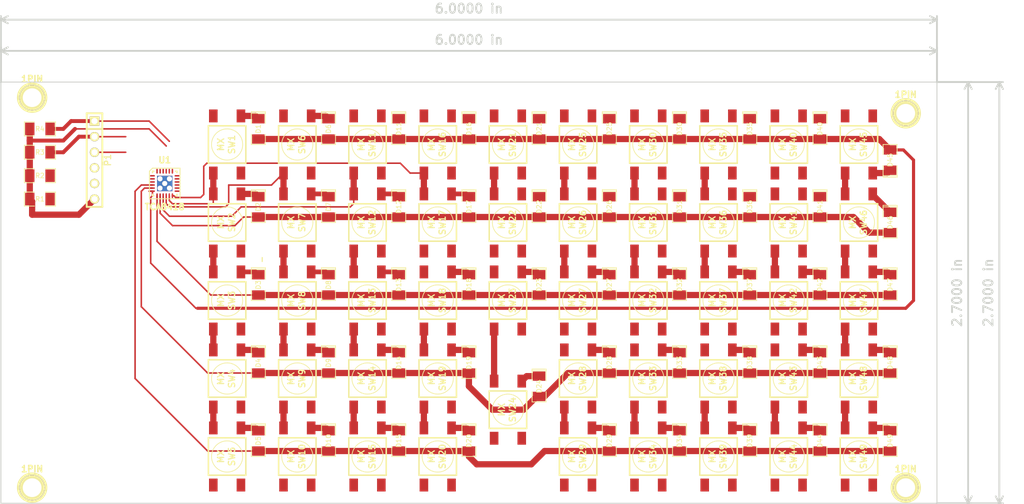
<source format=kicad_pcb>
(kicad_pcb (version 3) (host pcbnew "(2013-07-07 BZR 4022)-stable")

  (general
    (links 259)
    (no_connects 131)
    (area 32.944999 38.024999 246.455001 106.755001)
    (thickness 1.6)
    (drawings 9)
    (tracks 246)
    (zones 0)
    (modules 108)
    (nets 71)
  )

  (page A3)
  (layers
    (15 F.Cu signal)
    (0 B.Cu signal)
    (16 B.Adhes user hide)
    (18 B.Paste user hide)
    (19 F.Paste user)
    (20 B.SilkS user hide)
    (21 F.SilkS user)
    (22 B.Mask user hide)
    (23 F.Mask user hide)
    (24 Dwgs.User user hide)
    (28 Edge.Cuts user)
  )

  (setup
    (last_trace_width 1.016)
    (user_trace_width 0.381)
    (user_trace_width 0.508)
    (user_trace_width 0.635)
    (user_trace_width 0.762)
    (user_trace_width 1.016)
    (user_trace_width 1.27)
    (trace_clearance 0.2286)
    (zone_clearance 0.508)
    (zone_45_only no)
    (trace_min 0.254)
    (segment_width 0.2)
    (edge_width 0.15)
    (via_size 0.889)
    (via_drill 0.635)
    (via_min_size 0.889)
    (via_min_drill 0.508)
    (uvia_size 0.508)
    (uvia_drill 0.127)
    (uvias_allowed no)
    (uvia_min_size 0.508)
    (uvia_min_drill 0.127)
    (pcb_text_width 0.3)
    (pcb_text_size 1.5 1.5)
    (mod_edge_width 0.15)
    (mod_text_size 1.5 1.5)
    (mod_text_width 0.15)
    (pad_size 1.4 1.4)
    (pad_drill 0.6)
    (pad_to_mask_clearance 0.2)
    (aux_axis_origin 0 0)
    (visible_elements FFFF2D09)
    (pcbplotparams
      (layerselection 3178497)
      (usegerberextensions true)
      (excludeedgelayer true)
      (linewidth 0.150000)
      (plotframeref false)
      (viasonmask false)
      (mode 1)
      (useauxorigin false)
      (hpglpennumber 1)
      (hpglpenspeed 20)
      (hpglpendiameter 15)
      (hpglpenoverlay 2)
      (psnegative false)
      (psa4output false)
      (plotreference true)
      (plotvalue true)
      (plotothertext true)
      (plotinvisibletext false)
      (padsonsilk false)
      (subtractmaskfromsilk false)
      (outputformat 1)
      (mirror false)
      (drillshape 1)
      (scaleselection 1)
      (outputdirectory ""))
  )

  (net 0 "")
  (net 1 /Col0)
  (net 2 /Col1)
  (net 3 /Col2)
  (net 4 /Col3)
  (net 5 /Col4)
  (net 6 /Col5)
  (net 7 /Col6)
  (net 8 /Col7)
  (net 9 /Col8)
  (net 10 /Col9)
  (net 11 /Row0)
  (net 12 /Row1)
  (net 13 /Row2)
  (net 14 /Row3)
  (net 15 /Row4)
  (net 16 /int)
  (net 17 /res)
  (net 18 /scl)
  (net 19 /sda)
  (net 20 GND)
  (net 21 N-000001)
  (net 22 N-0000010)
  (net 23 N-0000011)
  (net 24 N-0000012)
  (net 25 N-0000013)
  (net 26 N-0000014)
  (net 27 N-0000015)
  (net 28 N-0000016)
  (net 29 N-0000018)
  (net 30 N-0000019)
  (net 31 N-000002)
  (net 32 N-0000020)
  (net 33 N-0000021)
  (net 34 N-0000022)
  (net 35 N-0000023)
  (net 36 N-0000024)
  (net 37 N-0000025)
  (net 38 N-0000026)
  (net 39 N-000003)
  (net 40 N-0000030)
  (net 41 N-0000031)
  (net 42 N-0000032)
  (net 43 N-0000038)
  (net 44 N-000004)
  (net 45 N-0000042)
  (net 46 N-0000043)
  (net 47 N-0000044)
  (net 48 N-0000046)
  (net 49 N-0000048)
  (net 50 N-0000049)
  (net 51 N-0000050)
  (net 52 N-0000051)
  (net 53 N-0000053)
  (net 54 N-0000054)
  (net 55 N-0000055)
  (net 56 N-0000056)
  (net 57 N-0000057)
  (net 58 N-0000059)
  (net 59 N-000006)
  (net 60 N-0000060)
  (net 61 N-0000061)
  (net 62 N-0000063)
  (net 63 N-0000065)
  (net 64 N-0000067)
  (net 65 N-0000068)
  (net 66 N-0000069)
  (net 67 N-000007)
  (net 68 N-0000071)
  (net 69 N-000009)
  (net 70 VCC)

  (net_class Default "This is the default net class."
    (clearance 0.2286)
    (trace_width 0.254)
    (via_dia 0.889)
    (via_drill 0.635)
    (uvia_dia 0.508)
    (uvia_drill 0.127)
    (add_net "")
    (add_net /Col0)
    (add_net /Col1)
    (add_net /Col2)
    (add_net /Col3)
    (add_net /Col4)
    (add_net /Col5)
    (add_net /Col6)
    (add_net /Col7)
    (add_net /Col8)
    (add_net /Col9)
    (add_net /Row0)
    (add_net /Row1)
    (add_net /Row2)
    (add_net /Row3)
    (add_net /Row4)
    (add_net /int)
    (add_net /res)
    (add_net /scl)
    (add_net /sda)
    (add_net GND)
    (add_net N-000001)
    (add_net N-0000010)
    (add_net N-0000011)
    (add_net N-0000012)
    (add_net N-0000013)
    (add_net N-0000014)
    (add_net N-0000015)
    (add_net N-0000016)
    (add_net N-0000018)
    (add_net N-0000019)
    (add_net N-000002)
    (add_net N-0000020)
    (add_net N-0000021)
    (add_net N-0000022)
    (add_net N-0000023)
    (add_net N-0000024)
    (add_net N-0000025)
    (add_net N-0000026)
    (add_net N-000003)
    (add_net N-0000030)
    (add_net N-0000031)
    (add_net N-0000032)
    (add_net N-0000038)
    (add_net N-000004)
    (add_net N-0000042)
    (add_net N-0000043)
    (add_net N-0000044)
    (add_net N-0000046)
    (add_net N-0000048)
    (add_net N-0000049)
    (add_net N-0000050)
    (add_net N-0000051)
    (add_net N-0000053)
    (add_net N-0000054)
    (add_net N-0000055)
    (add_net N-0000056)
    (add_net N-0000057)
    (add_net N-0000059)
    (add_net N-000006)
    (add_net N-0000060)
    (add_net N-0000061)
    (add_net N-0000063)
    (add_net N-0000065)
    (add_net N-0000067)
    (add_net N-0000068)
    (add_net N-0000069)
    (add_net N-000007)
    (add_net N-0000071)
    (add_net N-000009)
    (add_net VCC)
  )

  (module TACTILE_6MM (layer F.Cu) (tedit 524BCA33) (tstamp 524E46FA)
    (at 176.53 91.44 270)
    (path /524E9408)
    (fp_text reference SW24 (at 0 -0.762 270) (layer F.SilkS)
      (effects (font (size 1.016 1.016) (thickness 0.2032)))
    )
    (fp_text value MX (at 0 1.016 270) (layer F.SilkS)
      (effects (font (size 1.016 1.016) (thickness 0.2032)))
    )
    (fp_line (start -3.048 3.048) (end -3.048 -3.048) (layer F.SilkS) (width 0.24892))
    (fp_line (start -3.048 -3.048) (end 3.048 -3.048) (layer F.SilkS) (width 0.24892))
    (fp_line (start 3.048 -3.048) (end 3.048 3.048) (layer F.SilkS) (width 0.24892))
    (fp_line (start 3.048 3.048) (end -3.048 3.048) (layer F.SilkS) (width 0.24892))
    (fp_circle (center 0 0) (end 0 -2.54) (layer F.SilkS) (width 0.12446))
    (pad 1 smd rect (at 4.65074 -2.25044 270) (size 2.10058 1.39954)
      (layers F.Cu F.Paste F.Mask)
      (net 30 N-0000019)
    )
    (pad 2 smd rect (at 4.65074 2.25044 270) (size 2.10058 1.39954)
      (layers F.Cu F.Paste F.Mask)
      (net 5 /Col4)
    )
    (pad 1 smd rect (at -4.65074 -2.25044 270) (size 2.10058 1.39954)
      (layers F.Cu F.Paste F.Mask)
      (net 30 N-0000019)
    )
    (pad 2 smd rect (at -4.65074 2.25044 270) (size 2.10058 1.39954)
      (layers F.Cu F.Paste F.Mask)
      (net 5 /Col4)
    )
  )

  (module TACTILE_6MM (layer F.Cu) (tedit 524BCA33) (tstamp 524E4707)
    (at 222.25 73.66 270)
    (path /524E94EE)
    (fp_text reference SW42 (at 0 -0.762 270) (layer F.SilkS)
      (effects (font (size 1.016 1.016) (thickness 0.2032)))
    )
    (fp_text value MX (at 0 1.016 270) (layer F.SilkS)
      (effects (font (size 1.016 1.016) (thickness 0.2032)))
    )
    (fp_line (start -3.048 3.048) (end -3.048 -3.048) (layer F.SilkS) (width 0.24892))
    (fp_line (start -3.048 -3.048) (end 3.048 -3.048) (layer F.SilkS) (width 0.24892))
    (fp_line (start 3.048 -3.048) (end 3.048 3.048) (layer F.SilkS) (width 0.24892))
    (fp_line (start 3.048 3.048) (end -3.048 3.048) (layer F.SilkS) (width 0.24892))
    (fp_circle (center 0 0) (end 0 -2.54) (layer F.SilkS) (width 0.12446))
    (pad 1 smd rect (at 4.65074 -2.25044 270) (size 2.10058 1.39954)
      (layers F.Cu F.Paste F.Mask)
      (net 31 N-000002)
    )
    (pad 2 smd rect (at 4.65074 2.25044 270) (size 2.10058 1.39954)
      (layers F.Cu F.Paste F.Mask)
      (net 9 /Col8)
    )
    (pad 1 smd rect (at -4.65074 -2.25044 270) (size 2.10058 1.39954)
      (layers F.Cu F.Paste F.Mask)
      (net 31 N-000002)
    )
    (pad 2 smd rect (at -4.65074 2.25044 270) (size 2.10058 1.39954)
      (layers F.Cu F.Paste F.Mask)
      (net 9 /Col8)
    )
  )

  (module TACTILE_6MM (layer F.Cu) (tedit 524BCA33) (tstamp 524E4714)
    (at 153.67 99.06 270)
    (path /524E9375)
    (fp_text reference SW15 (at 0 -0.762 270) (layer F.SilkS)
      (effects (font (size 1.016 1.016) (thickness 0.2032)))
    )
    (fp_text value MX (at 0 1.016 270) (layer F.SilkS)
      (effects (font (size 1.016 1.016) (thickness 0.2032)))
    )
    (fp_line (start -3.048 3.048) (end -3.048 -3.048) (layer F.SilkS) (width 0.24892))
    (fp_line (start -3.048 -3.048) (end 3.048 -3.048) (layer F.SilkS) (width 0.24892))
    (fp_line (start 3.048 -3.048) (end 3.048 3.048) (layer F.SilkS) (width 0.24892))
    (fp_line (start 3.048 3.048) (end -3.048 3.048) (layer F.SilkS) (width 0.24892))
    (fp_circle (center 0 0) (end 0 -2.54) (layer F.SilkS) (width 0.12446))
    (pad 1 smd rect (at 4.65074 -2.25044 270) (size 2.10058 1.39954)
      (layers F.Cu F.Paste F.Mask)
      (net 50 N-0000049)
    )
    (pad 2 smd rect (at 4.65074 2.25044 270) (size 2.10058 1.39954)
      (layers F.Cu F.Paste F.Mask)
      (net 3 /Col2)
    )
    (pad 1 smd rect (at -4.65074 -2.25044 270) (size 2.10058 1.39954)
      (layers F.Cu F.Paste F.Mask)
      (net 50 N-0000049)
    )
    (pad 2 smd rect (at -4.65074 2.25044 270) (size 2.10058 1.39954)
      (layers F.Cu F.Paste F.Mask)
      (net 3 /Col2)
    )
  )

  (module TACTILE_6MM (layer F.Cu) (tedit 524BCA33) (tstamp 524E4721)
    (at 165.1 48.26 270)
    (path /524E9336)
    (fp_text reference SW16 (at 0 -0.762 270) (layer F.SilkS)
      (effects (font (size 1.016 1.016) (thickness 0.2032)))
    )
    (fp_text value MX (at 0 1.016 270) (layer F.SilkS)
      (effects (font (size 1.016 1.016) (thickness 0.2032)))
    )
    (fp_line (start -3.048 3.048) (end -3.048 -3.048) (layer F.SilkS) (width 0.24892))
    (fp_line (start -3.048 -3.048) (end 3.048 -3.048) (layer F.SilkS) (width 0.24892))
    (fp_line (start 3.048 -3.048) (end 3.048 3.048) (layer F.SilkS) (width 0.24892))
    (fp_line (start 3.048 3.048) (end -3.048 3.048) (layer F.SilkS) (width 0.24892))
    (fp_circle (center 0 0) (end 0 -2.54) (layer F.SilkS) (width 0.12446))
    (pad 1 smd rect (at 4.65074 -2.25044 270) (size 2.10058 1.39954)
      (layers F.Cu F.Paste F.Mask)
      (net 64 N-0000067)
    )
    (pad 2 smd rect (at 4.65074 2.25044 270) (size 2.10058 1.39954)
      (layers F.Cu F.Paste F.Mask)
      (net 4 /Col3)
    )
    (pad 1 smd rect (at -4.65074 -2.25044 270) (size 2.10058 1.39954)
      (layers F.Cu F.Paste F.Mask)
      (net 64 N-0000067)
    )
    (pad 2 smd rect (at -4.65074 2.25044 270) (size 2.10058 1.39954)
      (layers F.Cu F.Paste F.Mask)
      (net 4 /Col3)
    )
  )

  (module TACTILE_6MM (layer F.Cu) (tedit 524BCA33) (tstamp 524E472E)
    (at 165.1 60.96 270)
    (path /524E9344)
    (fp_text reference SW17 (at 0 -0.762 270) (layer F.SilkS)
      (effects (font (size 1.016 1.016) (thickness 0.2032)))
    )
    (fp_text value MX (at 0 1.016 270) (layer F.SilkS)
      (effects (font (size 1.016 1.016) (thickness 0.2032)))
    )
    (fp_line (start -3.048 3.048) (end -3.048 -3.048) (layer F.SilkS) (width 0.24892))
    (fp_line (start -3.048 -3.048) (end 3.048 -3.048) (layer F.SilkS) (width 0.24892))
    (fp_line (start 3.048 -3.048) (end 3.048 3.048) (layer F.SilkS) (width 0.24892))
    (fp_line (start 3.048 3.048) (end -3.048 3.048) (layer F.SilkS) (width 0.24892))
    (fp_circle (center 0 0) (end 0 -2.54) (layer F.SilkS) (width 0.12446))
    (pad 1 smd rect (at 4.65074 -2.25044 270) (size 2.10058 1.39954)
      (layers F.Cu F.Paste F.Mask)
      (net 65 N-0000068)
    )
    (pad 2 smd rect (at 4.65074 2.25044 270) (size 2.10058 1.39954)
      (layers F.Cu F.Paste F.Mask)
      (net 4 /Col3)
    )
    (pad 1 smd rect (at -4.65074 -2.25044 270) (size 2.10058 1.39954)
      (layers F.Cu F.Paste F.Mask)
      (net 65 N-0000068)
    )
    (pad 2 smd rect (at -4.65074 2.25044 270) (size 2.10058 1.39954)
      (layers F.Cu F.Paste F.Mask)
      (net 4 /Col3)
    )
  )

  (module TACTILE_6MM (layer F.Cu) (tedit 524BCA33) (tstamp 524E473B)
    (at 165.1 73.66 270)
    (path /524E9352)
    (fp_text reference SW18 (at 0 -0.762 270) (layer F.SilkS)
      (effects (font (size 1.016 1.016) (thickness 0.2032)))
    )
    (fp_text value MX (at 0 1.016 270) (layer F.SilkS)
      (effects (font (size 1.016 1.016) (thickness 0.2032)))
    )
    (fp_line (start -3.048 3.048) (end -3.048 -3.048) (layer F.SilkS) (width 0.24892))
    (fp_line (start -3.048 -3.048) (end 3.048 -3.048) (layer F.SilkS) (width 0.24892))
    (fp_line (start 3.048 -3.048) (end 3.048 3.048) (layer F.SilkS) (width 0.24892))
    (fp_line (start 3.048 3.048) (end -3.048 3.048) (layer F.SilkS) (width 0.24892))
    (fp_circle (center 0 0) (end 0 -2.54) (layer F.SilkS) (width 0.12446))
    (pad 1 smd rect (at 4.65074 -2.25044 270) (size 2.10058 1.39954)
      (layers F.Cu F.Paste F.Mask)
      (net 49 N-0000048)
    )
    (pad 2 smd rect (at 4.65074 2.25044 270) (size 2.10058 1.39954)
      (layers F.Cu F.Paste F.Mask)
      (net 4 /Col3)
    )
    (pad 1 smd rect (at -4.65074 -2.25044 270) (size 2.10058 1.39954)
      (layers F.Cu F.Paste F.Mask)
      (net 49 N-0000048)
    )
    (pad 2 smd rect (at -4.65074 2.25044 270) (size 2.10058 1.39954)
      (layers F.Cu F.Paste F.Mask)
      (net 4 /Col3)
    )
  )

  (module TACTILE_6MM (layer F.Cu) (tedit 524BCA33) (tstamp 524E4748)
    (at 222.25 48.26 270)
    (path /524E94D2)
    (fp_text reference SW40 (at 0 -0.762 270) (layer F.SilkS)
      (effects (font (size 1.016 1.016) (thickness 0.2032)))
    )
    (fp_text value MX (at 0 1.016 270) (layer F.SilkS)
      (effects (font (size 1.016 1.016) (thickness 0.2032)))
    )
    (fp_line (start -3.048 3.048) (end -3.048 -3.048) (layer F.SilkS) (width 0.24892))
    (fp_line (start -3.048 -3.048) (end 3.048 -3.048) (layer F.SilkS) (width 0.24892))
    (fp_line (start 3.048 -3.048) (end 3.048 3.048) (layer F.SilkS) (width 0.24892))
    (fp_line (start 3.048 3.048) (end -3.048 3.048) (layer F.SilkS) (width 0.24892))
    (fp_circle (center 0 0) (end 0 -2.54) (layer F.SilkS) (width 0.12446))
    (pad 1 smd rect (at 4.65074 -2.25044 270) (size 2.10058 1.39954)
      (layers F.Cu F.Paste F.Mask)
      (net 59 N-000006)
    )
    (pad 2 smd rect (at 4.65074 2.25044 270) (size 2.10058 1.39954)
      (layers F.Cu F.Paste F.Mask)
      (net 9 /Col8)
    )
    (pad 1 smd rect (at -4.65074 -2.25044 270) (size 2.10058 1.39954)
      (layers F.Cu F.Paste F.Mask)
      (net 59 N-000006)
    )
    (pad 2 smd rect (at -4.65074 2.25044 270) (size 2.10058 1.39954)
      (layers F.Cu F.Paste F.Mask)
      (net 9 /Col8)
    )
  )

  (module TACTILE_6MM (layer F.Cu) (tedit 524BCA33) (tstamp 524E4755)
    (at 165.1 86.36 270)
    (path /524E9383)
    (fp_text reference SW19 (at 0 -0.762 270) (layer F.SilkS)
      (effects (font (size 1.016 1.016) (thickness 0.2032)))
    )
    (fp_text value MX (at 0 1.016 270) (layer F.SilkS)
      (effects (font (size 1.016 1.016) (thickness 0.2032)))
    )
    (fp_line (start -3.048 3.048) (end -3.048 -3.048) (layer F.SilkS) (width 0.24892))
    (fp_line (start -3.048 -3.048) (end 3.048 -3.048) (layer F.SilkS) (width 0.24892))
    (fp_line (start 3.048 -3.048) (end 3.048 3.048) (layer F.SilkS) (width 0.24892))
    (fp_line (start 3.048 3.048) (end -3.048 3.048) (layer F.SilkS) (width 0.24892))
    (fp_circle (center 0 0) (end 0 -2.54) (layer F.SilkS) (width 0.12446))
    (pad 1 smd rect (at 4.65074 -2.25044 270) (size 2.10058 1.39954)
      (layers F.Cu F.Paste F.Mask)
      (net 46 N-0000043)
    )
    (pad 2 smd rect (at 4.65074 2.25044 270) (size 2.10058 1.39954)
      (layers F.Cu F.Paste F.Mask)
      (net 4 /Col3)
    )
    (pad 1 smd rect (at -4.65074 -2.25044 270) (size 2.10058 1.39954)
      (layers F.Cu F.Paste F.Mask)
      (net 46 N-0000043)
    )
    (pad 2 smd rect (at -4.65074 2.25044 270) (size 2.10058 1.39954)
      (layers F.Cu F.Paste F.Mask)
      (net 4 /Col3)
    )
  )

  (module TACTILE_6MM (layer F.Cu) (tedit 524BCA33) (tstamp 524E4762)
    (at 165.1 99.06 270)
    (path /524E938A)
    (fp_text reference SW20 (at 0 -0.762 270) (layer F.SilkS)
      (effects (font (size 1.016 1.016) (thickness 0.2032)))
    )
    (fp_text value MX (at 0 1.016 270) (layer F.SilkS)
      (effects (font (size 1.016 1.016) (thickness 0.2032)))
    )
    (fp_line (start -3.048 3.048) (end -3.048 -3.048) (layer F.SilkS) (width 0.24892))
    (fp_line (start -3.048 -3.048) (end 3.048 -3.048) (layer F.SilkS) (width 0.24892))
    (fp_line (start 3.048 -3.048) (end 3.048 3.048) (layer F.SilkS) (width 0.24892))
    (fp_line (start 3.048 3.048) (end -3.048 3.048) (layer F.SilkS) (width 0.24892))
    (fp_circle (center 0 0) (end 0 -2.54) (layer F.SilkS) (width 0.12446))
    (pad 1 smd rect (at 4.65074 -2.25044 270) (size 2.10058 1.39954)
      (layers F.Cu F.Paste F.Mask)
      (net 45 N-0000042)
    )
    (pad 2 smd rect (at 4.65074 2.25044 270) (size 2.10058 1.39954)
      (layers F.Cu F.Paste F.Mask)
      (net 4 /Col3)
    )
    (pad 1 smd rect (at -4.65074 -2.25044 270) (size 2.10058 1.39954)
      (layers F.Cu F.Paste F.Mask)
      (net 45 N-0000042)
    )
    (pad 2 smd rect (at -4.65074 2.25044 270) (size 2.10058 1.39954)
      (layers F.Cu F.Paste F.Mask)
      (net 4 /Col3)
    )
  )

  (module TACTILE_6MM (layer F.Cu) (tedit 524BCA33) (tstamp 524E476F)
    (at 210.82 99.06 270)
    (path /524E94BE)
    (fp_text reference SW39 (at 0 -0.762 270) (layer F.SilkS)
      (effects (font (size 1.016 1.016) (thickness 0.2032)))
    )
    (fp_text value MX (at 0 1.016 270) (layer F.SilkS)
      (effects (font (size 1.016 1.016) (thickness 0.2032)))
    )
    (fp_line (start -3.048 3.048) (end -3.048 -3.048) (layer F.SilkS) (width 0.24892))
    (fp_line (start -3.048 -3.048) (end 3.048 -3.048) (layer F.SilkS) (width 0.24892))
    (fp_line (start 3.048 -3.048) (end 3.048 3.048) (layer F.SilkS) (width 0.24892))
    (fp_line (start 3.048 3.048) (end -3.048 3.048) (layer F.SilkS) (width 0.24892))
    (fp_circle (center 0 0) (end 0 -2.54) (layer F.SilkS) (width 0.12446))
    (pad 1 smd rect (at 4.65074 -2.25044 270) (size 2.10058 1.39954)
      (layers F.Cu F.Paste F.Mask)
      (net 44 N-000004)
    )
    (pad 2 smd rect (at 4.65074 2.25044 270) (size 2.10058 1.39954)
      (layers F.Cu F.Paste F.Mask)
      (net 8 /Col7)
    )
    (pad 1 smd rect (at -4.65074 -2.25044 270) (size 2.10058 1.39954)
      (layers F.Cu F.Paste F.Mask)
      (net 44 N-000004)
    )
    (pad 2 smd rect (at -4.65074 2.25044 270) (size 2.10058 1.39954)
      (layers F.Cu F.Paste F.Mask)
      (net 8 /Col7)
    )
  )

  (module TACTILE_6MM (layer F.Cu) (tedit 524BCA33) (tstamp 524E477C)
    (at 176.53 48.26 270)
    (path /524E9398)
    (fp_text reference SW21 (at 0 -0.762 270) (layer F.SilkS)
      (effects (font (size 1.016 1.016) (thickness 0.2032)))
    )
    (fp_text value MX (at 0 1.016 270) (layer F.SilkS)
      (effects (font (size 1.016 1.016) (thickness 0.2032)))
    )
    (fp_line (start -3.048 3.048) (end -3.048 -3.048) (layer F.SilkS) (width 0.24892))
    (fp_line (start -3.048 -3.048) (end 3.048 -3.048) (layer F.SilkS) (width 0.24892))
    (fp_line (start 3.048 -3.048) (end 3.048 3.048) (layer F.SilkS) (width 0.24892))
    (fp_line (start 3.048 3.048) (end -3.048 3.048) (layer F.SilkS) (width 0.24892))
    (fp_circle (center 0 0) (end 0 -2.54) (layer F.SilkS) (width 0.12446))
    (pad 1 smd rect (at 4.65074 -2.25044 270) (size 2.10058 1.39954)
      (layers F.Cu F.Paste F.Mask)
      (net 47 N-0000044)
    )
    (pad 2 smd rect (at 4.65074 2.25044 270) (size 2.10058 1.39954)
      (layers F.Cu F.Paste F.Mask)
      (net 5 /Col4)
    )
    (pad 1 smd rect (at -4.65074 -2.25044 270) (size 2.10058 1.39954)
      (layers F.Cu F.Paste F.Mask)
      (net 47 N-0000044)
    )
    (pad 2 smd rect (at -4.65074 2.25044 270) (size 2.10058 1.39954)
      (layers F.Cu F.Paste F.Mask)
      (net 5 /Col4)
    )
  )

  (module TACTILE_6MM (layer F.Cu) (tedit 524BCA33) (tstamp 524E4789)
    (at 176.53 60.96 270)
    (path /524E93A6)
    (fp_text reference SW22 (at 0 -0.762 270) (layer F.SilkS)
      (effects (font (size 1.016 1.016) (thickness 0.2032)))
    )
    (fp_text value MX (at 0 1.016 270) (layer F.SilkS)
      (effects (font (size 1.016 1.016) (thickness 0.2032)))
    )
    (fp_line (start -3.048 3.048) (end -3.048 -3.048) (layer F.SilkS) (width 0.24892))
    (fp_line (start -3.048 -3.048) (end 3.048 -3.048) (layer F.SilkS) (width 0.24892))
    (fp_line (start 3.048 -3.048) (end 3.048 3.048) (layer F.SilkS) (width 0.24892))
    (fp_line (start 3.048 3.048) (end -3.048 3.048) (layer F.SilkS) (width 0.24892))
    (fp_circle (center 0 0) (end 0 -2.54) (layer F.SilkS) (width 0.12446))
    (pad 1 smd rect (at 4.65074 -2.25044 270) (size 2.10058 1.39954)
      (layers F.Cu F.Paste F.Mask)
      (net 48 N-0000046)
    )
    (pad 2 smd rect (at 4.65074 2.25044 270) (size 2.10058 1.39954)
      (layers F.Cu F.Paste F.Mask)
      (net 5 /Col4)
    )
    (pad 1 smd rect (at -4.65074 -2.25044 270) (size 2.10058 1.39954)
      (layers F.Cu F.Paste F.Mask)
      (net 48 N-0000046)
    )
    (pad 2 smd rect (at -4.65074 2.25044 270) (size 2.10058 1.39954)
      (layers F.Cu F.Paste F.Mask)
      (net 5 /Col4)
    )
  )

  (module TACTILE_6MM (layer F.Cu) (tedit 524BCA33) (tstamp 524E4796)
    (at 210.82 86.36 270)
    (path /524E94B7)
    (fp_text reference SW38 (at 0 -0.762 270) (layer F.SilkS)
      (effects (font (size 1.016 1.016) (thickness 0.2032)))
    )
    (fp_text value MX (at 0 1.016 270) (layer F.SilkS)
      (effects (font (size 1.016 1.016) (thickness 0.2032)))
    )
    (fp_line (start -3.048 3.048) (end -3.048 -3.048) (layer F.SilkS) (width 0.24892))
    (fp_line (start -3.048 -3.048) (end 3.048 -3.048) (layer F.SilkS) (width 0.24892))
    (fp_line (start 3.048 -3.048) (end 3.048 3.048) (layer F.SilkS) (width 0.24892))
    (fp_line (start 3.048 3.048) (end -3.048 3.048) (layer F.SilkS) (width 0.24892))
    (fp_circle (center 0 0) (end 0 -2.54) (layer F.SilkS) (width 0.12446))
    (pad 1 smd rect (at 4.65074 -2.25044 270) (size 2.10058 1.39954)
      (layers F.Cu F.Paste F.Mask)
      (net 35 N-0000023)
    )
    (pad 2 smd rect (at 4.65074 2.25044 270) (size 2.10058 1.39954)
      (layers F.Cu F.Paste F.Mask)
      (net 8 /Col7)
    )
    (pad 1 smd rect (at -4.65074 -2.25044 270) (size 2.10058 1.39954)
      (layers F.Cu F.Paste F.Mask)
      (net 35 N-0000023)
    )
    (pad 2 smd rect (at -4.65074 2.25044 270) (size 2.10058 1.39954)
      (layers F.Cu F.Paste F.Mask)
      (net 8 /Col7)
    )
  )

  (module TACTILE_6MM (layer F.Cu) (tedit 524BCA33) (tstamp 524E47A3)
    (at 176.53 73.66 270)
    (path /524E93B4)
    (fp_text reference SW23 (at 0 -0.762 270) (layer F.SilkS)
      (effects (font (size 1.016 1.016) (thickness 0.2032)))
    )
    (fp_text value MX (at 0 1.016 270) (layer F.SilkS)
      (effects (font (size 1.016 1.016) (thickness 0.2032)))
    )
    (fp_line (start -3.048 3.048) (end -3.048 -3.048) (layer F.SilkS) (width 0.24892))
    (fp_line (start -3.048 -3.048) (end 3.048 -3.048) (layer F.SilkS) (width 0.24892))
    (fp_line (start 3.048 -3.048) (end 3.048 3.048) (layer F.SilkS) (width 0.24892))
    (fp_line (start 3.048 3.048) (end -3.048 3.048) (layer F.SilkS) (width 0.24892))
    (fp_circle (center 0 0) (end 0 -2.54) (layer F.SilkS) (width 0.12446))
    (pad 1 smd rect (at 4.65074 -2.25044 270) (size 2.10058 1.39954)
      (layers F.Cu F.Paste F.Mask)
      (net 54 N-0000054)
    )
    (pad 2 smd rect (at 4.65074 2.25044 270) (size 2.10058 1.39954)
      (layers F.Cu F.Paste F.Mask)
      (net 5 /Col4)
    )
    (pad 1 smd rect (at -4.65074 -2.25044 270) (size 2.10058 1.39954)
      (layers F.Cu F.Paste F.Mask)
      (net 54 N-0000054)
    )
    (pad 2 smd rect (at -4.65074 2.25044 270) (size 2.10058 1.39954)
      (layers F.Cu F.Paste F.Mask)
      (net 5 /Col4)
    )
  )

  (module TACTILE_6MM (layer F.Cu) (tedit 524BCA33) (tstamp 524E47B0)
    (at 222.25 60.96 270)
    (path /524E94E0)
    (fp_text reference SW41 (at 0 -0.762 270) (layer F.SilkS)
      (effects (font (size 1.016 1.016) (thickness 0.2032)))
    )
    (fp_text value MX (at 0 1.016 270) (layer F.SilkS)
      (effects (font (size 1.016 1.016) (thickness 0.2032)))
    )
    (fp_line (start -3.048 3.048) (end -3.048 -3.048) (layer F.SilkS) (width 0.24892))
    (fp_line (start -3.048 -3.048) (end 3.048 -3.048) (layer F.SilkS) (width 0.24892))
    (fp_line (start 3.048 -3.048) (end 3.048 3.048) (layer F.SilkS) (width 0.24892))
    (fp_line (start 3.048 3.048) (end -3.048 3.048) (layer F.SilkS) (width 0.24892))
    (fp_circle (center 0 0) (end 0 -2.54) (layer F.SilkS) (width 0.12446))
    (pad 1 smd rect (at 4.65074 -2.25044 270) (size 2.10058 1.39954)
      (layers F.Cu F.Paste F.Mask)
      (net 67 N-000007)
    )
    (pad 2 smd rect (at 4.65074 2.25044 270) (size 2.10058 1.39954)
      (layers F.Cu F.Paste F.Mask)
      (net 9 /Col8)
    )
    (pad 1 smd rect (at -4.65074 -2.25044 270) (size 2.10058 1.39954)
      (layers F.Cu F.Paste F.Mask)
      (net 67 N-000007)
    )
    (pad 2 smd rect (at -4.65074 2.25044 270) (size 2.10058 1.39954)
      (layers F.Cu F.Paste F.Mask)
      (net 9 /Col8)
    )
  )

  (module TACTILE_6MM (layer F.Cu) (tedit 524BCA33) (tstamp 524E47BD)
    (at 210.82 73.66 270)
    (path /524E9486)
    (fp_text reference SW37 (at 0 -0.762 270) (layer F.SilkS)
      (effects (font (size 1.016 1.016) (thickness 0.2032)))
    )
    (fp_text value MX (at 0 1.016 270) (layer F.SilkS)
      (effects (font (size 1.016 1.016) (thickness 0.2032)))
    )
    (fp_line (start -3.048 3.048) (end -3.048 -3.048) (layer F.SilkS) (width 0.24892))
    (fp_line (start -3.048 -3.048) (end 3.048 -3.048) (layer F.SilkS) (width 0.24892))
    (fp_line (start 3.048 -3.048) (end 3.048 3.048) (layer F.SilkS) (width 0.24892))
    (fp_line (start 3.048 3.048) (end -3.048 3.048) (layer F.SilkS) (width 0.24892))
    (fp_circle (center 0 0) (end 0 -2.54) (layer F.SilkS) (width 0.12446))
    (pad 1 smd rect (at 4.65074 -2.25044 270) (size 2.10058 1.39954)
      (layers F.Cu F.Paste F.Mask)
      (net 37 N-0000025)
    )
    (pad 2 smd rect (at 4.65074 2.25044 270) (size 2.10058 1.39954)
      (layers F.Cu F.Paste F.Mask)
      (net 8 /Col7)
    )
    (pad 1 smd rect (at -4.65074 -2.25044 270) (size 2.10058 1.39954)
      (layers F.Cu F.Paste F.Mask)
      (net 37 N-0000025)
    )
    (pad 2 smd rect (at -4.65074 2.25044 270) (size 2.10058 1.39954)
      (layers F.Cu F.Paste F.Mask)
      (net 8 /Col7)
    )
  )

  (module TACTILE_6MM (layer F.Cu) (tedit 524BCA33) (tstamp 524E47CA)
    (at 187.96 48.26 270)
    (path /524E93D0)
    (fp_text reference SW25 (at 0 -0.762 270) (layer F.SilkS)
      (effects (font (size 1.016 1.016) (thickness 0.2032)))
    )
    (fp_text value MX (at 0 1.016 270) (layer F.SilkS)
      (effects (font (size 1.016 1.016) (thickness 0.2032)))
    )
    (fp_line (start -3.048 3.048) (end -3.048 -3.048) (layer F.SilkS) (width 0.24892))
    (fp_line (start -3.048 -3.048) (end 3.048 -3.048) (layer F.SilkS) (width 0.24892))
    (fp_line (start 3.048 -3.048) (end 3.048 3.048) (layer F.SilkS) (width 0.24892))
    (fp_line (start 3.048 3.048) (end -3.048 3.048) (layer F.SilkS) (width 0.24892))
    (fp_circle (center 0 0) (end 0 -2.54) (layer F.SilkS) (width 0.12446))
    (pad 1 smd rect (at 4.65074 -2.25044 270) (size 2.10058 1.39954)
      (layers F.Cu F.Paste F.Mask)
      (net 51 N-0000050)
    )
    (pad 2 smd rect (at 4.65074 2.25044 270) (size 2.10058 1.39954)
      (layers F.Cu F.Paste F.Mask)
      (net 6 /Col5)
    )
    (pad 1 smd rect (at -4.65074 -2.25044 270) (size 2.10058 1.39954)
      (layers F.Cu F.Paste F.Mask)
      (net 51 N-0000050)
    )
    (pad 2 smd rect (at -4.65074 2.25044 270) (size 2.10058 1.39954)
      (layers F.Cu F.Paste F.Mask)
      (net 6 /Col5)
    )
  )

  (module TACTILE_6MM (layer F.Cu) (tedit 524BCA33) (tstamp 524E47D7)
    (at 187.96 60.96 270)
    (path /524E93DE)
    (fp_text reference SW26 (at 0 -0.762 270) (layer F.SilkS)
      (effects (font (size 1.016 1.016) (thickness 0.2032)))
    )
    (fp_text value MX (at 0 1.016 270) (layer F.SilkS)
      (effects (font (size 1.016 1.016) (thickness 0.2032)))
    )
    (fp_line (start -3.048 3.048) (end -3.048 -3.048) (layer F.SilkS) (width 0.24892))
    (fp_line (start -3.048 -3.048) (end 3.048 -3.048) (layer F.SilkS) (width 0.24892))
    (fp_line (start 3.048 -3.048) (end 3.048 3.048) (layer F.SilkS) (width 0.24892))
    (fp_line (start 3.048 3.048) (end -3.048 3.048) (layer F.SilkS) (width 0.24892))
    (fp_circle (center 0 0) (end 0 -2.54) (layer F.SilkS) (width 0.12446))
    (pad 1 smd rect (at 4.65074 -2.25044 270) (size 2.10058 1.39954)
      (layers F.Cu F.Paste F.Mask)
      (net 52 N-0000051)
    )
    (pad 2 smd rect (at 4.65074 2.25044 270) (size 2.10058 1.39954)
      (layers F.Cu F.Paste F.Mask)
      (net 6 /Col5)
    )
    (pad 1 smd rect (at -4.65074 -2.25044 270) (size 2.10058 1.39954)
      (layers F.Cu F.Paste F.Mask)
      (net 52 N-0000051)
    )
    (pad 2 smd rect (at -4.65074 2.25044 270) (size 2.10058 1.39954)
      (layers F.Cu F.Paste F.Mask)
      (net 6 /Col5)
    )
  )

  (module TACTILE_6MM (layer F.Cu) (tedit 524BCA33) (tstamp 524E47E4)
    (at 210.82 60.96 270)
    (path /524E9478)
    (fp_text reference SW36 (at 0 -0.762 270) (layer F.SilkS)
      (effects (font (size 1.016 1.016) (thickness 0.2032)))
    )
    (fp_text value MX (at 0 1.016 270) (layer F.SilkS)
      (effects (font (size 1.016 1.016) (thickness 0.2032)))
    )
    (fp_line (start -3.048 3.048) (end -3.048 -3.048) (layer F.SilkS) (width 0.24892))
    (fp_line (start -3.048 -3.048) (end 3.048 -3.048) (layer F.SilkS) (width 0.24892))
    (fp_line (start 3.048 -3.048) (end 3.048 3.048) (layer F.SilkS) (width 0.24892))
    (fp_line (start 3.048 3.048) (end -3.048 3.048) (layer F.SilkS) (width 0.24892))
    (fp_circle (center 0 0) (end 0 -2.54) (layer F.SilkS) (width 0.12446))
    (pad 1 smd rect (at 4.65074 -2.25044 270) (size 2.10058 1.39954)
      (layers F.Cu F.Paste F.Mask)
      (net 38 N-0000026)
    )
    (pad 2 smd rect (at 4.65074 2.25044 270) (size 2.10058 1.39954)
      (layers F.Cu F.Paste F.Mask)
      (net 8 /Col7)
    )
    (pad 1 smd rect (at -4.65074 -2.25044 270) (size 2.10058 1.39954)
      (layers F.Cu F.Paste F.Mask)
      (net 38 N-0000026)
    )
    (pad 2 smd rect (at -4.65074 2.25044 270) (size 2.10058 1.39954)
      (layers F.Cu F.Paste F.Mask)
      (net 8 /Col7)
    )
  )

  (module TACTILE_6MM (layer F.Cu) (tedit 524BCA33) (tstamp 524E47F1)
    (at 187.96 73.66 270)
    (path /524E93EC)
    (fp_text reference SW27 (at 0 -0.762 270) (layer F.SilkS)
      (effects (font (size 1.016 1.016) (thickness 0.2032)))
    )
    (fp_text value MX (at 0 1.016 270) (layer F.SilkS)
      (effects (font (size 1.016 1.016) (thickness 0.2032)))
    )
    (fp_line (start -3.048 3.048) (end -3.048 -3.048) (layer F.SilkS) (width 0.24892))
    (fp_line (start -3.048 -3.048) (end 3.048 -3.048) (layer F.SilkS) (width 0.24892))
    (fp_line (start 3.048 -3.048) (end 3.048 3.048) (layer F.SilkS) (width 0.24892))
    (fp_line (start 3.048 3.048) (end -3.048 3.048) (layer F.SilkS) (width 0.24892))
    (fp_circle (center 0 0) (end 0 -2.54) (layer F.SilkS) (width 0.12446))
    (pad 1 smd rect (at 4.65074 -2.25044 270) (size 2.10058 1.39954)
      (layers F.Cu F.Paste F.Mask)
      (net 53 N-0000053)
    )
    (pad 2 smd rect (at 4.65074 2.25044 270) (size 2.10058 1.39954)
      (layers F.Cu F.Paste F.Mask)
      (net 6 /Col5)
    )
    (pad 1 smd rect (at -4.65074 -2.25044 270) (size 2.10058 1.39954)
      (layers F.Cu F.Paste F.Mask)
      (net 53 N-0000053)
    )
    (pad 2 smd rect (at -4.65074 2.25044 270) (size 2.10058 1.39954)
      (layers F.Cu F.Paste F.Mask)
      (net 6 /Col5)
    )
  )

  (module TACTILE_6MM (layer F.Cu) (tedit 524BCA33) (tstamp 524E47FE)
    (at 187.96 86.36 270)
    (path /524E941D)
    (fp_text reference SW28 (at 0 -0.762 270) (layer F.SilkS)
      (effects (font (size 1.016 1.016) (thickness 0.2032)))
    )
    (fp_text value MX (at 0 1.016 270) (layer F.SilkS)
      (effects (font (size 1.016 1.016) (thickness 0.2032)))
    )
    (fp_line (start -3.048 3.048) (end -3.048 -3.048) (layer F.SilkS) (width 0.24892))
    (fp_line (start -3.048 -3.048) (end 3.048 -3.048) (layer F.SilkS) (width 0.24892))
    (fp_line (start 3.048 -3.048) (end 3.048 3.048) (layer F.SilkS) (width 0.24892))
    (fp_line (start 3.048 3.048) (end -3.048 3.048) (layer F.SilkS) (width 0.24892))
    (fp_circle (center 0 0) (end 0 -2.54) (layer F.SilkS) (width 0.12446))
    (pad 1 smd rect (at 4.65074 -2.25044 270) (size 2.10058 1.39954)
      (layers F.Cu F.Paste F.Mask)
      (net 32 N-0000020)
    )
    (pad 2 smd rect (at 4.65074 2.25044 270) (size 2.10058 1.39954)
      (layers F.Cu F.Paste F.Mask)
      (net 6 /Col5)
    )
    (pad 1 smd rect (at -4.65074 -2.25044 270) (size 2.10058 1.39954)
      (layers F.Cu F.Paste F.Mask)
      (net 32 N-0000020)
    )
    (pad 2 smd rect (at -4.65074 2.25044 270) (size 2.10058 1.39954)
      (layers F.Cu F.Paste F.Mask)
      (net 6 /Col5)
    )
  )

  (module TACTILE_6MM (layer F.Cu) (tedit 524BCA33) (tstamp 524E480B)
    (at 210.82 48.26 270)
    (path /524E946A)
    (fp_text reference SW35 (at 0 -0.762 270) (layer F.SilkS)
      (effects (font (size 1.016 1.016) (thickness 0.2032)))
    )
    (fp_text value MX (at 0 1.016 270) (layer F.SilkS)
      (effects (font (size 1.016 1.016) (thickness 0.2032)))
    )
    (fp_line (start -3.048 3.048) (end -3.048 -3.048) (layer F.SilkS) (width 0.24892))
    (fp_line (start -3.048 -3.048) (end 3.048 -3.048) (layer F.SilkS) (width 0.24892))
    (fp_line (start 3.048 -3.048) (end 3.048 3.048) (layer F.SilkS) (width 0.24892))
    (fp_line (start 3.048 3.048) (end -3.048 3.048) (layer F.SilkS) (width 0.24892))
    (fp_circle (center 0 0) (end 0 -2.54) (layer F.SilkS) (width 0.12446))
    (pad 1 smd rect (at 4.65074 -2.25044 270) (size 2.10058 1.39954)
      (layers F.Cu F.Paste F.Mask)
      (net 29 N-0000018)
    )
    (pad 2 smd rect (at 4.65074 2.25044 270) (size 2.10058 1.39954)
      (layers F.Cu F.Paste F.Mask)
      (net 8 /Col7)
    )
    (pad 1 smd rect (at -4.65074 -2.25044 270) (size 2.10058 1.39954)
      (layers F.Cu F.Paste F.Mask)
      (net 29 N-0000018)
    )
    (pad 2 smd rect (at -4.65074 2.25044 270) (size 2.10058 1.39954)
      (layers F.Cu F.Paste F.Mask)
      (net 8 /Col7)
    )
  )

  (module TACTILE_6MM (layer F.Cu) (tedit 524BCA33) (tstamp 524E4818)
    (at 187.96 99.06 270)
    (path /524E9424)
    (fp_text reference SW29 (at 0 -0.762 270) (layer F.SilkS)
      (effects (font (size 1.016 1.016) (thickness 0.2032)))
    )
    (fp_text value MX (at 0 1.016 270) (layer F.SilkS)
      (effects (font (size 1.016 1.016) (thickness 0.2032)))
    )
    (fp_line (start -3.048 3.048) (end -3.048 -3.048) (layer F.SilkS) (width 0.24892))
    (fp_line (start -3.048 -3.048) (end 3.048 -3.048) (layer F.SilkS) (width 0.24892))
    (fp_line (start 3.048 -3.048) (end 3.048 3.048) (layer F.SilkS) (width 0.24892))
    (fp_line (start 3.048 3.048) (end -3.048 3.048) (layer F.SilkS) (width 0.24892))
    (fp_circle (center 0 0) (end 0 -2.54) (layer F.SilkS) (width 0.12446))
    (pad 1 smd rect (at 4.65074 -2.25044 270) (size 2.10058 1.39954)
      (layers F.Cu F.Paste F.Mask)
      (net 33 N-0000021)
    )
    (pad 2 smd rect (at 4.65074 2.25044 270) (size 2.10058 1.39954)
      (layers F.Cu F.Paste F.Mask)
      (net 6 /Col5)
    )
    (pad 1 smd rect (at -4.65074 -2.25044 270) (size 2.10058 1.39954)
      (layers F.Cu F.Paste F.Mask)
      (net 33 N-0000021)
    )
    (pad 2 smd rect (at -4.65074 2.25044 270) (size 2.10058 1.39954)
      (layers F.Cu F.Paste F.Mask)
      (net 6 /Col5)
    )
  )

  (module TACTILE_6MM (layer F.Cu) (tedit 524BCA33) (tstamp 524E4825)
    (at 199.39 48.26 270)
    (path /524E9432)
    (fp_text reference SW30 (at 0 -0.762 270) (layer F.SilkS)
      (effects (font (size 1.016 1.016) (thickness 0.2032)))
    )
    (fp_text value MX (at 0 1.016 270) (layer F.SilkS)
      (effects (font (size 1.016 1.016) (thickness 0.2032)))
    )
    (fp_line (start -3.048 3.048) (end -3.048 -3.048) (layer F.SilkS) (width 0.24892))
    (fp_line (start -3.048 -3.048) (end 3.048 -3.048) (layer F.SilkS) (width 0.24892))
    (fp_line (start 3.048 -3.048) (end 3.048 3.048) (layer F.SilkS) (width 0.24892))
    (fp_line (start 3.048 3.048) (end -3.048 3.048) (layer F.SilkS) (width 0.24892))
    (fp_circle (center 0 0) (end 0 -2.54) (layer F.SilkS) (width 0.12446))
    (pad 1 smd rect (at 4.65074 -2.25044 270) (size 2.10058 1.39954)
      (layers F.Cu F.Paste F.Mask)
      (net 34 N-0000022)
    )
    (pad 2 smd rect (at 4.65074 2.25044 270) (size 2.10058 1.39954)
      (layers F.Cu F.Paste F.Mask)
      (net 7 /Col6)
    )
    (pad 1 smd rect (at -4.65074 -2.25044 270) (size 2.10058 1.39954)
      (layers F.Cu F.Paste F.Mask)
      (net 34 N-0000022)
    )
    (pad 2 smd rect (at -4.65074 2.25044 270) (size 2.10058 1.39954)
      (layers F.Cu F.Paste F.Mask)
      (net 7 /Col6)
    )
  )

  (module TACTILE_6MM (layer F.Cu) (tedit 524BCA33) (tstamp 524E4832)
    (at 199.39 99.06 270)
    (path /524E94A9)
    (fp_text reference SW34 (at 0 -0.762 270) (layer F.SilkS)
      (effects (font (size 1.016 1.016) (thickness 0.2032)))
    )
    (fp_text value MX (at 0 1.016 270) (layer F.SilkS)
      (effects (font (size 1.016 1.016) (thickness 0.2032)))
    )
    (fp_line (start -3.048 3.048) (end -3.048 -3.048) (layer F.SilkS) (width 0.24892))
    (fp_line (start -3.048 -3.048) (end 3.048 -3.048) (layer F.SilkS) (width 0.24892))
    (fp_line (start 3.048 -3.048) (end 3.048 3.048) (layer F.SilkS) (width 0.24892))
    (fp_line (start 3.048 3.048) (end -3.048 3.048) (layer F.SilkS) (width 0.24892))
    (fp_circle (center 0 0) (end 0 -2.54) (layer F.SilkS) (width 0.12446))
    (pad 1 smd rect (at 4.65074 -2.25044 270) (size 2.10058 1.39954)
      (layers F.Cu F.Paste F.Mask)
      (net 36 N-0000024)
    )
    (pad 2 smd rect (at 4.65074 2.25044 270) (size 2.10058 1.39954)
      (layers F.Cu F.Paste F.Mask)
      (net 7 /Col6)
    )
    (pad 1 smd rect (at -4.65074 -2.25044 270) (size 2.10058 1.39954)
      (layers F.Cu F.Paste F.Mask)
      (net 36 N-0000024)
    )
    (pad 2 smd rect (at -4.65074 2.25044 270) (size 2.10058 1.39954)
      (layers F.Cu F.Paste F.Mask)
      (net 7 /Col6)
    )
  )

  (module TACTILE_6MM (layer F.Cu) (tedit 524BCA33) (tstamp 524E483F)
    (at 199.39 60.96 270)
    (path /524E9440)
    (fp_text reference SW31 (at 0 -0.762 270) (layer F.SilkS)
      (effects (font (size 1.016 1.016) (thickness 0.2032)))
    )
    (fp_text value MX (at 0 1.016 270) (layer F.SilkS)
      (effects (font (size 1.016 1.016) (thickness 0.2032)))
    )
    (fp_line (start -3.048 3.048) (end -3.048 -3.048) (layer F.SilkS) (width 0.24892))
    (fp_line (start -3.048 -3.048) (end 3.048 -3.048) (layer F.SilkS) (width 0.24892))
    (fp_line (start 3.048 -3.048) (end 3.048 3.048) (layer F.SilkS) (width 0.24892))
    (fp_line (start 3.048 3.048) (end -3.048 3.048) (layer F.SilkS) (width 0.24892))
    (fp_circle (center 0 0) (end 0 -2.54) (layer F.SilkS) (width 0.12446))
    (pad 1 smd rect (at 4.65074 -2.25044 270) (size 2.10058 1.39954)
      (layers F.Cu F.Paste F.Mask)
      (net 26 N-0000014)
    )
    (pad 2 smd rect (at 4.65074 2.25044 270) (size 2.10058 1.39954)
      (layers F.Cu F.Paste F.Mask)
      (net 7 /Col6)
    )
    (pad 1 smd rect (at -4.65074 -2.25044 270) (size 2.10058 1.39954)
      (layers F.Cu F.Paste F.Mask)
      (net 26 N-0000014)
    )
    (pad 2 smd rect (at -4.65074 2.25044 270) (size 2.10058 1.39954)
      (layers F.Cu F.Paste F.Mask)
      (net 7 /Col6)
    )
  )

  (module TACTILE_6MM (layer F.Cu) (tedit 524BCA33) (tstamp 524E484C)
    (at 199.39 73.66 270)
    (path /524E944E)
    (fp_text reference SW32 (at 0 -0.762 270) (layer F.SilkS)
      (effects (font (size 1.016 1.016) (thickness 0.2032)))
    )
    (fp_text value MX (at 0 1.016 270) (layer F.SilkS)
      (effects (font (size 1.016 1.016) (thickness 0.2032)))
    )
    (fp_line (start -3.048 3.048) (end -3.048 -3.048) (layer F.SilkS) (width 0.24892))
    (fp_line (start -3.048 -3.048) (end 3.048 -3.048) (layer F.SilkS) (width 0.24892))
    (fp_line (start 3.048 -3.048) (end 3.048 3.048) (layer F.SilkS) (width 0.24892))
    (fp_line (start 3.048 3.048) (end -3.048 3.048) (layer F.SilkS) (width 0.24892))
    (fp_circle (center 0 0) (end 0 -2.54) (layer F.SilkS) (width 0.12446))
    (pad 1 smd rect (at 4.65074 -2.25044 270) (size 2.10058 1.39954)
      (layers F.Cu F.Paste F.Mask)
      (net 27 N-0000015)
    )
    (pad 2 smd rect (at 4.65074 2.25044 270) (size 2.10058 1.39954)
      (layers F.Cu F.Paste F.Mask)
      (net 7 /Col6)
    )
    (pad 1 smd rect (at -4.65074 -2.25044 270) (size 2.10058 1.39954)
      (layers F.Cu F.Paste F.Mask)
      (net 27 N-0000015)
    )
    (pad 2 smd rect (at -4.65074 2.25044 270) (size 2.10058 1.39954)
      (layers F.Cu F.Paste F.Mask)
      (net 7 /Col6)
    )
  )

  (module TACTILE_6MM (layer F.Cu) (tedit 524BCA33) (tstamp 524E4859)
    (at 199.39 86.36 270)
    (path /524E94A2)
    (fp_text reference SW33 (at 0 -0.762 270) (layer F.SilkS)
      (effects (font (size 1.016 1.016) (thickness 0.2032)))
    )
    (fp_text value MX (at 0 1.016 270) (layer F.SilkS)
      (effects (font (size 1.016 1.016) (thickness 0.2032)))
    )
    (fp_line (start -3.048 3.048) (end -3.048 -3.048) (layer F.SilkS) (width 0.24892))
    (fp_line (start -3.048 -3.048) (end 3.048 -3.048) (layer F.SilkS) (width 0.24892))
    (fp_line (start 3.048 -3.048) (end 3.048 3.048) (layer F.SilkS) (width 0.24892))
    (fp_line (start 3.048 3.048) (end -3.048 3.048) (layer F.SilkS) (width 0.24892))
    (fp_circle (center 0 0) (end 0 -2.54) (layer F.SilkS) (width 0.12446))
    (pad 1 smd rect (at 4.65074 -2.25044 270) (size 2.10058 1.39954)
      (layers F.Cu F.Paste F.Mask)
      (net 28 N-0000016)
    )
    (pad 2 smd rect (at 4.65074 2.25044 270) (size 2.10058 1.39954)
      (layers F.Cu F.Paste F.Mask)
      (net 7 /Col6)
    )
    (pad 1 smd rect (at -4.65074 -2.25044 270) (size 2.10058 1.39954)
      (layers F.Cu F.Paste F.Mask)
      (net 28 N-0000016)
    )
    (pad 2 smd rect (at -4.65074 2.25044 270) (size 2.10058 1.39954)
      (layers F.Cu F.Paste F.Mask)
      (net 7 /Col6)
    )
  )

  (module TACTILE_6MM (layer F.Cu) (tedit 524BCA33) (tstamp 524E4866)
    (at 153.67 86.36 270)
    (path /524E9328)
    (fp_text reference SW14 (at 0 -0.762 270) (layer F.SilkS)
      (effects (font (size 1.016 1.016) (thickness 0.2032)))
    )
    (fp_text value MX (at 0 1.016 270) (layer F.SilkS)
      (effects (font (size 1.016 1.016) (thickness 0.2032)))
    )
    (fp_line (start -3.048 3.048) (end -3.048 -3.048) (layer F.SilkS) (width 0.24892))
    (fp_line (start -3.048 -3.048) (end 3.048 -3.048) (layer F.SilkS) (width 0.24892))
    (fp_line (start 3.048 -3.048) (end 3.048 3.048) (layer F.SilkS) (width 0.24892))
    (fp_line (start 3.048 3.048) (end -3.048 3.048) (layer F.SilkS) (width 0.24892))
    (fp_circle (center 0 0) (end 0 -2.54) (layer F.SilkS) (width 0.12446))
    (pad 1 smd rect (at 4.65074 -2.25044 270) (size 2.10058 1.39954)
      (layers F.Cu F.Paste F.Mask)
      (net 63 N-0000065)
    )
    (pad 2 smd rect (at 4.65074 2.25044 270) (size 2.10058 1.39954)
      (layers F.Cu F.Paste F.Mask)
      (net 3 /Col2)
    )
    (pad 1 smd rect (at -4.65074 -2.25044 270) (size 2.10058 1.39954)
      (layers F.Cu F.Paste F.Mask)
      (net 63 N-0000065)
    )
    (pad 2 smd rect (at -4.65074 2.25044 270) (size 2.10058 1.39954)
      (layers F.Cu F.Paste F.Mask)
      (net 3 /Col2)
    )
  )

  (module TACTILE_6MM (layer F.Cu) (tedit 524BCA33) (tstamp 524E4873)
    (at 233.68 99.06 270)
    (path /524E955E)
    (fp_text reference SW49 (at 0 -0.762 270) (layer F.SilkS)
      (effects (font (size 1.016 1.016) (thickness 0.2032)))
    )
    (fp_text value MX (at 0 1.016 270) (layer F.SilkS)
      (effects (font (size 1.016 1.016) (thickness 0.2032)))
    )
    (fp_line (start -3.048 3.048) (end -3.048 -3.048) (layer F.SilkS) (width 0.24892))
    (fp_line (start -3.048 -3.048) (end 3.048 -3.048) (layer F.SilkS) (width 0.24892))
    (fp_line (start 3.048 -3.048) (end 3.048 3.048) (layer F.SilkS) (width 0.24892))
    (fp_line (start 3.048 3.048) (end -3.048 3.048) (layer F.SilkS) (width 0.24892))
    (fp_circle (center 0 0) (end 0 -2.54) (layer F.SilkS) (width 0.12446))
    (pad 1 smd rect (at 4.65074 -2.25044 270) (size 2.10058 1.39954)
      (layers F.Cu F.Paste F.Mask)
      (net 22 N-0000010)
    )
    (pad 2 smd rect (at 4.65074 2.25044 270) (size 2.10058 1.39954)
      (layers F.Cu F.Paste F.Mask)
      (net 10 /Col9)
    )
    (pad 1 smd rect (at -4.65074 -2.25044 270) (size 2.10058 1.39954)
      (layers F.Cu F.Paste F.Mask)
      (net 22 N-0000010)
    )
    (pad 2 smd rect (at -4.65074 2.25044 270) (size 2.10058 1.39954)
      (layers F.Cu F.Paste F.Mask)
      (net 10 /Col9)
    )
  )

  (module TACTILE_6MM (layer F.Cu) (tedit 524BCA33) (tstamp 524E4880)
    (at 130.81 48.26 270)
    (path /52496E08)
    (fp_text reference SW1 (at 0 -0.762 270) (layer F.SilkS)
      (effects (font (size 1.016 1.016) (thickness 0.2032)))
    )
    (fp_text value MX (at 0 1.016 270) (layer F.SilkS)
      (effects (font (size 1.016 1.016) (thickness 0.2032)))
    )
    (fp_line (start -3.048 3.048) (end -3.048 -3.048) (layer F.SilkS) (width 0.24892))
    (fp_line (start -3.048 -3.048) (end 3.048 -3.048) (layer F.SilkS) (width 0.24892))
    (fp_line (start 3.048 -3.048) (end 3.048 3.048) (layer F.SilkS) (width 0.24892))
    (fp_line (start 3.048 3.048) (end -3.048 3.048) (layer F.SilkS) (width 0.24892))
    (fp_circle (center 0 0) (end 0 -2.54) (layer F.SilkS) (width 0.12446))
    (pad 1 smd rect (at 4.65074 -2.25044 270) (size 2.10058 1.39954)
      (layers F.Cu F.Paste F.Mask)
      (net 43 N-0000038)
    )
    (pad 2 smd rect (at 4.65074 2.25044 270) (size 2.10058 1.39954)
      (layers F.Cu F.Paste F.Mask)
      (net 1 /Col0)
    )
    (pad 1 smd rect (at -4.65074 -2.25044 270) (size 2.10058 1.39954)
      (layers F.Cu F.Paste F.Mask)
      (net 43 N-0000038)
    )
    (pad 2 smd rect (at -4.65074 2.25044 270) (size 2.10058 1.39954)
      (layers F.Cu F.Paste F.Mask)
      (net 1 /Col0)
    )
  )

  (module TACTILE_6MM (layer F.Cu) (tedit 524BCA33) (tstamp 524E488D)
    (at 130.81 60.96 270)
    (path /524E9264)
    (fp_text reference SW2 (at 0 -0.762 270) (layer F.SilkS)
      (effects (font (size 1.016 1.016) (thickness 0.2032)))
    )
    (fp_text value MX (at 0 1.016 270) (layer F.SilkS)
      (effects (font (size 1.016 1.016) (thickness 0.2032)))
    )
    (fp_line (start -3.048 3.048) (end -3.048 -3.048) (layer F.SilkS) (width 0.24892))
    (fp_line (start -3.048 -3.048) (end 3.048 -3.048) (layer F.SilkS) (width 0.24892))
    (fp_line (start 3.048 -3.048) (end 3.048 3.048) (layer F.SilkS) (width 0.24892))
    (fp_line (start 3.048 3.048) (end -3.048 3.048) (layer F.SilkS) (width 0.24892))
    (fp_circle (center 0 0) (end 0 -2.54) (layer F.SilkS) (width 0.12446))
    (pad 1 smd rect (at 4.65074 -2.25044 270) (size 2.10058 1.39954)
      (layers F.Cu F.Paste F.Mask)
      (net 40 N-0000030)
    )
    (pad 2 smd rect (at 4.65074 2.25044 270) (size 2.10058 1.39954)
      (layers F.Cu F.Paste F.Mask)
      (net 1 /Col0)
    )
    (pad 1 smd rect (at -4.65074 -2.25044 270) (size 2.10058 1.39954)
      (layers F.Cu F.Paste F.Mask)
      (net 40 N-0000030)
    )
    (pad 2 smd rect (at -4.65074 2.25044 270) (size 2.10058 1.39954)
      (layers F.Cu F.Paste F.Mask)
      (net 1 /Col0)
    )
  )

  (module TACTILE_6MM (layer F.Cu) (tedit 524BCA33) (tstamp 524E489A)
    (at 233.68 86.36 270)
    (path /524E9534)
    (fp_text reference SW48 (at 0 -0.762 270) (layer F.SilkS)
      (effects (font (size 1.016 1.016) (thickness 0.2032)))
    )
    (fp_text value MX (at 0 1.016 270) (layer F.SilkS)
      (effects (font (size 1.016 1.016) (thickness 0.2032)))
    )
    (fp_line (start -3.048 3.048) (end -3.048 -3.048) (layer F.SilkS) (width 0.24892))
    (fp_line (start -3.048 -3.048) (end 3.048 -3.048) (layer F.SilkS) (width 0.24892))
    (fp_line (start 3.048 -3.048) (end 3.048 3.048) (layer F.SilkS) (width 0.24892))
    (fp_line (start 3.048 3.048) (end -3.048 3.048) (layer F.SilkS) (width 0.24892))
    (fp_circle (center 0 0) (end 0 -2.54) (layer F.SilkS) (width 0.12446))
    (pad 1 smd rect (at 4.65074 -2.25044 270) (size 2.10058 1.39954)
      (layers F.Cu F.Paste F.Mask)
      (net 25 N-0000013)
    )
    (pad 2 smd rect (at 4.65074 2.25044 270) (size 2.10058 1.39954)
      (layers F.Cu F.Paste F.Mask)
      (net 10 /Col9)
    )
    (pad 1 smd rect (at -4.65074 -2.25044 270) (size 2.10058 1.39954)
      (layers F.Cu F.Paste F.Mask)
      (net 25 N-0000013)
    )
    (pad 2 smd rect (at -4.65074 2.25044 270) (size 2.10058 1.39954)
      (layers F.Cu F.Paste F.Mask)
      (net 10 /Col9)
    )
  )

  (module TACTILE_6MM (layer F.Cu) (tedit 524BCA33) (tstamp 524E48A7)
    (at 130.81 73.66 270)
    (path /524E9280)
    (fp_text reference SW3 (at 0 -0.762 270) (layer F.SilkS)
      (effects (font (size 1.016 1.016) (thickness 0.2032)))
    )
    (fp_text value MX (at 0 1.016 270) (layer F.SilkS)
      (effects (font (size 1.016 1.016) (thickness 0.2032)))
    )
    (fp_line (start -3.048 3.048) (end -3.048 -3.048) (layer F.SilkS) (width 0.24892))
    (fp_line (start -3.048 -3.048) (end 3.048 -3.048) (layer F.SilkS) (width 0.24892))
    (fp_line (start 3.048 -3.048) (end 3.048 3.048) (layer F.SilkS) (width 0.24892))
    (fp_line (start 3.048 3.048) (end -3.048 3.048) (layer F.SilkS) (width 0.24892))
    (fp_circle (center 0 0) (end 0 -2.54) (layer F.SilkS) (width 0.12446))
    (pad 1 smd rect (at 4.65074 -2.25044 270) (size 2.10058 1.39954)
      (layers F.Cu F.Paste F.Mask)
      (net 41 N-0000031)
    )
    (pad 2 smd rect (at 4.65074 2.25044 270) (size 2.10058 1.39954)
      (layers F.Cu F.Paste F.Mask)
      (net 1 /Col0)
    )
    (pad 1 smd rect (at -4.65074 -2.25044 270) (size 2.10058 1.39954)
      (layers F.Cu F.Paste F.Mask)
      (net 41 N-0000031)
    )
    (pad 2 smd rect (at -4.65074 2.25044 270) (size 2.10058 1.39954)
      (layers F.Cu F.Paste F.Mask)
      (net 1 /Col0)
    )
  )

  (module TACTILE_6MM (layer F.Cu) (tedit 524BCA33) (tstamp 524E48B4)
    (at 130.81 86.36 270)
    (path /524E928E)
    (fp_text reference SW4 (at 0 -0.762 270) (layer F.SilkS)
      (effects (font (size 1.016 1.016) (thickness 0.2032)))
    )
    (fp_text value MX (at 0 1.016 270) (layer F.SilkS)
      (effects (font (size 1.016 1.016) (thickness 0.2032)))
    )
    (fp_line (start -3.048 3.048) (end -3.048 -3.048) (layer F.SilkS) (width 0.24892))
    (fp_line (start -3.048 -3.048) (end 3.048 -3.048) (layer F.SilkS) (width 0.24892))
    (fp_line (start 3.048 -3.048) (end 3.048 3.048) (layer F.SilkS) (width 0.24892))
    (fp_line (start 3.048 3.048) (end -3.048 3.048) (layer F.SilkS) (width 0.24892))
    (fp_circle (center 0 0) (end 0 -2.54) (layer F.SilkS) (width 0.12446))
    (pad 1 smd rect (at 4.65074 -2.25044 270) (size 2.10058 1.39954)
      (layers F.Cu F.Paste F.Mask)
      (net 42 N-0000032)
    )
    (pad 2 smd rect (at 4.65074 2.25044 270) (size 2.10058 1.39954)
      (layers F.Cu F.Paste F.Mask)
      (net 1 /Col0)
    )
    (pad 1 smd rect (at -4.65074 -2.25044 270) (size 2.10058 1.39954)
      (layers F.Cu F.Paste F.Mask)
      (net 42 N-0000032)
    )
    (pad 2 smd rect (at -4.65074 2.25044 270) (size 2.10058 1.39954)
      (layers F.Cu F.Paste F.Mask)
      (net 1 /Col0)
    )
  )

  (module TACTILE_6MM (layer F.Cu) (tedit 524BCA33) (tstamp 524E48C1)
    (at 233.68 73.66 270)
    (path /524E9526)
    (fp_text reference SW47 (at 0 -0.762 270) (layer F.SilkS)
      (effects (font (size 1.016 1.016) (thickness 0.2032)))
    )
    (fp_text value MX (at 0 1.016 270) (layer F.SilkS)
      (effects (font (size 1.016 1.016) (thickness 0.2032)))
    )
    (fp_line (start -3.048 3.048) (end -3.048 -3.048) (layer F.SilkS) (width 0.24892))
    (fp_line (start -3.048 -3.048) (end 3.048 -3.048) (layer F.SilkS) (width 0.24892))
    (fp_line (start 3.048 -3.048) (end 3.048 3.048) (layer F.SilkS) (width 0.24892))
    (fp_line (start 3.048 3.048) (end -3.048 3.048) (layer F.SilkS) (width 0.24892))
    (fp_circle (center 0 0) (end 0 -2.54) (layer F.SilkS) (width 0.12446))
    (pad 1 smd rect (at 4.65074 -2.25044 270) (size 2.10058 1.39954)
      (layers F.Cu F.Paste F.Mask)
      (net 24 N-0000012)
    )
    (pad 2 smd rect (at 4.65074 2.25044 270) (size 2.10058 1.39954)
      (layers F.Cu F.Paste F.Mask)
      (net 10 /Col9)
    )
    (pad 1 smd rect (at -4.65074 -2.25044 270) (size 2.10058 1.39954)
      (layers F.Cu F.Paste F.Mask)
      (net 24 N-0000012)
    )
    (pad 2 smd rect (at -4.65074 2.25044 270) (size 2.10058 1.39954)
      (layers F.Cu F.Paste F.Mask)
      (net 10 /Col9)
    )
  )

  (module TACTILE_6MM (layer F.Cu) (tedit 524BCA33) (tstamp 524E48CE)
    (at 130.81 99.06 270)
    (path /524E92DB)
    (fp_text reference SW5 (at 0 -0.762 270) (layer F.SilkS)
      (effects (font (size 1.016 1.016) (thickness 0.2032)))
    )
    (fp_text value MX (at 0 1.016 270) (layer F.SilkS)
      (effects (font (size 1.016 1.016) (thickness 0.2032)))
    )
    (fp_line (start -3.048 3.048) (end -3.048 -3.048) (layer F.SilkS) (width 0.24892))
    (fp_line (start -3.048 -3.048) (end 3.048 -3.048) (layer F.SilkS) (width 0.24892))
    (fp_line (start 3.048 -3.048) (end 3.048 3.048) (layer F.SilkS) (width 0.24892))
    (fp_line (start 3.048 3.048) (end -3.048 3.048) (layer F.SilkS) (width 0.24892))
    (fp_circle (center 0 0) (end 0 -2.54) (layer F.SilkS) (width 0.12446))
    (pad 1 smd rect (at 4.65074 -2.25044 270) (size 2.10058 1.39954)
      (layers F.Cu F.Paste F.Mask)
      (net 56 N-0000056)
    )
    (pad 2 smd rect (at 4.65074 2.25044 270) (size 2.10058 1.39954)
      (layers F.Cu F.Paste F.Mask)
      (net 1 /Col0)
    )
    (pad 1 smd rect (at -4.65074 -2.25044 270) (size 2.10058 1.39954)
      (layers F.Cu F.Paste F.Mask)
      (net 56 N-0000056)
    )
    (pad 2 smd rect (at -4.65074 2.25044 270) (size 2.10058 1.39954)
      (layers F.Cu F.Paste F.Mask)
      (net 1 /Col0)
    )
  )

  (module TACTILE_6MM (layer F.Cu) (tedit 524BCA33) (tstamp 524E48DB)
    (at 142.24 48.26 270)
    (path /524E929C)
    (fp_text reference SW6 (at 0 -0.762 270) (layer F.SilkS)
      (effects (font (size 1.016 1.016) (thickness 0.2032)))
    )
    (fp_text value MX (at 0 1.016 270) (layer F.SilkS)
      (effects (font (size 1.016 1.016) (thickness 0.2032)))
    )
    (fp_line (start -3.048 3.048) (end -3.048 -3.048) (layer F.SilkS) (width 0.24892))
    (fp_line (start -3.048 -3.048) (end 3.048 -3.048) (layer F.SilkS) (width 0.24892))
    (fp_line (start 3.048 -3.048) (end 3.048 3.048) (layer F.SilkS) (width 0.24892))
    (fp_line (start 3.048 3.048) (end -3.048 3.048) (layer F.SilkS) (width 0.24892))
    (fp_circle (center 0 0) (end 0 -2.54) (layer F.SilkS) (width 0.12446))
    (pad 1 smd rect (at 4.65074 -2.25044 270) (size 2.10058 1.39954)
      (layers F.Cu F.Paste F.Mask)
      (net 61 N-0000061)
    )
    (pad 2 smd rect (at 4.65074 2.25044 270) (size 2.10058 1.39954)
      (layers F.Cu F.Paste F.Mask)
      (net 2 /Col1)
    )
    (pad 1 smd rect (at -4.65074 -2.25044 270) (size 2.10058 1.39954)
      (layers F.Cu F.Paste F.Mask)
      (net 61 N-0000061)
    )
    (pad 2 smd rect (at -4.65074 2.25044 270) (size 2.10058 1.39954)
      (layers F.Cu F.Paste F.Mask)
      (net 2 /Col1)
    )
  )

  (module TACTILE_6MM (layer F.Cu) (tedit 524BCA33) (tstamp 524E48E8)
    (at 233.68 60.96 270)
    (path /524E9518)
    (fp_text reference SW46 (at 0 -0.762 270) (layer F.SilkS)
      (effects (font (size 1.016 1.016) (thickness 0.2032)))
    )
    (fp_text value MX (at 0 1.016 270) (layer F.SilkS)
      (effects (font (size 1.016 1.016) (thickness 0.2032)))
    )
    (fp_line (start -3.048 3.048) (end -3.048 -3.048) (layer F.SilkS) (width 0.24892))
    (fp_line (start -3.048 -3.048) (end 3.048 -3.048) (layer F.SilkS) (width 0.24892))
    (fp_line (start 3.048 -3.048) (end 3.048 3.048) (layer F.SilkS) (width 0.24892))
    (fp_line (start 3.048 3.048) (end -3.048 3.048) (layer F.SilkS) (width 0.24892))
    (fp_circle (center 0 0) (end 0 -2.54) (layer F.SilkS) (width 0.12446))
    (pad 1 smd rect (at 4.65074 -2.25044 270) (size 2.10058 1.39954)
      (layers F.Cu F.Paste F.Mask)
      (net 23 N-0000011)
    )
    (pad 2 smd rect (at 4.65074 2.25044 270) (size 2.10058 1.39954)
      (layers F.Cu F.Paste F.Mask)
      (net 10 /Col9)
    )
    (pad 1 smd rect (at -4.65074 -2.25044 270) (size 2.10058 1.39954)
      (layers F.Cu F.Paste F.Mask)
      (net 23 N-0000011)
    )
    (pad 2 smd rect (at -4.65074 2.25044 270) (size 2.10058 1.39954)
      (layers F.Cu F.Paste F.Mask)
      (net 10 /Col9)
    )
  )

  (module TACTILE_6MM (layer F.Cu) (tedit 524BCA33) (tstamp 524E48F5)
    (at 142.24 60.96 270)
    (path /524E92AA)
    (fp_text reference SW7 (at 0 -0.762 270) (layer F.SilkS)
      (effects (font (size 1.016 1.016) (thickness 0.2032)))
    )
    (fp_text value MX (at 0 1.016 270) (layer F.SilkS)
      (effects (font (size 1.016 1.016) (thickness 0.2032)))
    )
    (fp_line (start -3.048 3.048) (end -3.048 -3.048) (layer F.SilkS) (width 0.24892))
    (fp_line (start -3.048 -3.048) (end 3.048 -3.048) (layer F.SilkS) (width 0.24892))
    (fp_line (start 3.048 -3.048) (end 3.048 3.048) (layer F.SilkS) (width 0.24892))
    (fp_line (start 3.048 3.048) (end -3.048 3.048) (layer F.SilkS) (width 0.24892))
    (fp_circle (center 0 0) (end 0 -2.54) (layer F.SilkS) (width 0.12446))
    (pad 1 smd rect (at 4.65074 -2.25044 270) (size 2.10058 1.39954)
      (layers F.Cu F.Paste F.Mask)
      (net 60 N-0000060)
    )
    (pad 2 smd rect (at 4.65074 2.25044 270) (size 2.10058 1.39954)
      (layers F.Cu F.Paste F.Mask)
      (net 2 /Col1)
    )
    (pad 1 smd rect (at -4.65074 -2.25044 270) (size 2.10058 1.39954)
      (layers F.Cu F.Paste F.Mask)
      (net 60 N-0000060)
    )
    (pad 2 smd rect (at -4.65074 2.25044 270) (size 2.10058 1.39954)
      (layers F.Cu F.Paste F.Mask)
      (net 2 /Col1)
    )
  )

  (module TACTILE_6MM (layer F.Cu) (tedit 524BCA33) (tstamp 524E4902)
    (at 142.24 73.66 270)
    (path /524E92B8)
    (fp_text reference SW8 (at 0 -0.762 270) (layer F.SilkS)
      (effects (font (size 1.016 1.016) (thickness 0.2032)))
    )
    (fp_text value MX (at 0 1.016 270) (layer F.SilkS)
      (effects (font (size 1.016 1.016) (thickness 0.2032)))
    )
    (fp_line (start -3.048 3.048) (end -3.048 -3.048) (layer F.SilkS) (width 0.24892))
    (fp_line (start -3.048 -3.048) (end 3.048 -3.048) (layer F.SilkS) (width 0.24892))
    (fp_line (start 3.048 -3.048) (end 3.048 3.048) (layer F.SilkS) (width 0.24892))
    (fp_line (start 3.048 3.048) (end -3.048 3.048) (layer F.SilkS) (width 0.24892))
    (fp_circle (center 0 0) (end 0 -2.54) (layer F.SilkS) (width 0.12446))
    (pad 1 smd rect (at 4.65074 -2.25044 270) (size 2.10058 1.39954)
      (layers F.Cu F.Paste F.Mask)
      (net 62 N-0000063)
    )
    (pad 2 smd rect (at 4.65074 2.25044 270) (size 2.10058 1.39954)
      (layers F.Cu F.Paste F.Mask)
      (net 2 /Col1)
    )
    (pad 1 smd rect (at -4.65074 -2.25044 270) (size 2.10058 1.39954)
      (layers F.Cu F.Paste F.Mask)
      (net 62 N-0000063)
    )
    (pad 2 smd rect (at -4.65074 2.25044 270) (size 2.10058 1.39954)
      (layers F.Cu F.Paste F.Mask)
      (net 2 /Col1)
    )
  )

  (module TACTILE_6MM (layer F.Cu) (tedit 524BCA33) (tstamp 524E490F)
    (at 233.68 48.26 270)
    (path /524E950A)
    (fp_text reference SW45 (at 0 -0.762 270) (layer F.SilkS)
      (effects (font (size 1.016 1.016) (thickness 0.2032)))
    )
    (fp_text value MX (at 0 1.016 270) (layer F.SilkS)
      (effects (font (size 1.016 1.016) (thickness 0.2032)))
    )
    (fp_line (start -3.048 3.048) (end -3.048 -3.048) (layer F.SilkS) (width 0.24892))
    (fp_line (start -3.048 -3.048) (end 3.048 -3.048) (layer F.SilkS) (width 0.24892))
    (fp_line (start 3.048 -3.048) (end 3.048 3.048) (layer F.SilkS) (width 0.24892))
    (fp_line (start 3.048 3.048) (end -3.048 3.048) (layer F.SilkS) (width 0.24892))
    (fp_circle (center 0 0) (end 0 -2.54) (layer F.SilkS) (width 0.12446))
    (pad 1 smd rect (at 4.65074 -2.25044 270) (size 2.10058 1.39954)
      (layers F.Cu F.Paste F.Mask)
      (net 39 N-000003)
    )
    (pad 2 smd rect (at 4.65074 2.25044 270) (size 2.10058 1.39954)
      (layers F.Cu F.Paste F.Mask)
      (net 10 /Col9)
    )
    (pad 1 smd rect (at -4.65074 -2.25044 270) (size 2.10058 1.39954)
      (layers F.Cu F.Paste F.Mask)
      (net 39 N-000003)
    )
    (pad 2 smd rect (at -4.65074 2.25044 270) (size 2.10058 1.39954)
      (layers F.Cu F.Paste F.Mask)
      (net 10 /Col9)
    )
  )

  (module TACTILE_6MM (layer F.Cu) (tedit 524BCA33) (tstamp 524E491C)
    (at 142.24 86.36 270)
    (path /524E92C6)
    (fp_text reference SW9 (at 0 -0.762 270) (layer F.SilkS)
      (effects (font (size 1.016 1.016) (thickness 0.2032)))
    )
    (fp_text value MX (at 0 1.016 270) (layer F.SilkS)
      (effects (font (size 1.016 1.016) (thickness 0.2032)))
    )
    (fp_line (start -3.048 3.048) (end -3.048 -3.048) (layer F.SilkS) (width 0.24892))
    (fp_line (start -3.048 -3.048) (end 3.048 -3.048) (layer F.SilkS) (width 0.24892))
    (fp_line (start 3.048 -3.048) (end 3.048 3.048) (layer F.SilkS) (width 0.24892))
    (fp_line (start 3.048 3.048) (end -3.048 3.048) (layer F.SilkS) (width 0.24892))
    (fp_circle (center 0 0) (end 0 -2.54) (layer F.SilkS) (width 0.12446))
    (pad 1 smd rect (at 4.65074 -2.25044 270) (size 2.10058 1.39954)
      (layers F.Cu F.Paste F.Mask)
      (net 55 N-0000055)
    )
    (pad 2 smd rect (at 4.65074 2.25044 270) (size 2.10058 1.39954)
      (layers F.Cu F.Paste F.Mask)
      (net 2 /Col1)
    )
    (pad 1 smd rect (at -4.65074 -2.25044 270) (size 2.10058 1.39954)
      (layers F.Cu F.Paste F.Mask)
      (net 55 N-0000055)
    )
    (pad 2 smd rect (at -4.65074 2.25044 270) (size 2.10058 1.39954)
      (layers F.Cu F.Paste F.Mask)
      (net 2 /Col1)
    )
  )

  (module TACTILE_6MM (layer F.Cu) (tedit 524BCA33) (tstamp 524E4929)
    (at 153.67 73.66 270)
    (path /524E931A)
    (fp_text reference SW13 (at 0 -0.762 270) (layer F.SilkS)
      (effects (font (size 1.016 1.016) (thickness 0.2032)))
    )
    (fp_text value MX (at 0 1.016 270) (layer F.SilkS)
      (effects (font (size 1.016 1.016) (thickness 0.2032)))
    )
    (fp_line (start -3.048 3.048) (end -3.048 -3.048) (layer F.SilkS) (width 0.24892))
    (fp_line (start -3.048 -3.048) (end 3.048 -3.048) (layer F.SilkS) (width 0.24892))
    (fp_line (start 3.048 -3.048) (end 3.048 3.048) (layer F.SilkS) (width 0.24892))
    (fp_line (start 3.048 3.048) (end -3.048 3.048) (layer F.SilkS) (width 0.24892))
    (fp_circle (center 0 0) (end 0 -2.54) (layer F.SilkS) (width 0.12446))
    (pad 1 smd rect (at 4.65074 -2.25044 270) (size 2.10058 1.39954)
      (layers F.Cu F.Paste F.Mask)
      (net 66 N-0000069)
    )
    (pad 2 smd rect (at 4.65074 2.25044 270) (size 2.10058 1.39954)
      (layers F.Cu F.Paste F.Mask)
      (net 3 /Col2)
    )
    (pad 1 smd rect (at -4.65074 -2.25044 270) (size 2.10058 1.39954)
      (layers F.Cu F.Paste F.Mask)
      (net 66 N-0000069)
    )
    (pad 2 smd rect (at -4.65074 2.25044 270) (size 2.10058 1.39954)
      (layers F.Cu F.Paste F.Mask)
      (net 3 /Col2)
    )
  )

  (module TACTILE_6MM (layer F.Cu) (tedit 524BCA33) (tstamp 524E4936)
    (at 142.24 99.06 270)
    (path /524E92F0)
    (fp_text reference SW10 (at 0 -0.762 270) (layer F.SilkS)
      (effects (font (size 1.016 1.016) (thickness 0.2032)))
    )
    (fp_text value MX (at 0 1.016 270) (layer F.SilkS)
      (effects (font (size 1.016 1.016) (thickness 0.2032)))
    )
    (fp_line (start -3.048 3.048) (end -3.048 -3.048) (layer F.SilkS) (width 0.24892))
    (fp_line (start -3.048 -3.048) (end 3.048 -3.048) (layer F.SilkS) (width 0.24892))
    (fp_line (start 3.048 -3.048) (end 3.048 3.048) (layer F.SilkS) (width 0.24892))
    (fp_line (start 3.048 3.048) (end -3.048 3.048) (layer F.SilkS) (width 0.24892))
    (fp_circle (center 0 0) (end 0 -2.54) (layer F.SilkS) (width 0.12446))
    (pad 1 smd rect (at 4.65074 -2.25044 270) (size 2.10058 1.39954)
      (layers F.Cu F.Paste F.Mask)
      (net 57 N-0000057)
    )
    (pad 2 smd rect (at 4.65074 2.25044 270) (size 2.10058 1.39954)
      (layers F.Cu F.Paste F.Mask)
      (net 2 /Col1)
    )
    (pad 1 smd rect (at -4.65074 -2.25044 270) (size 2.10058 1.39954)
      (layers F.Cu F.Paste F.Mask)
      (net 57 N-0000057)
    )
    (pad 2 smd rect (at -4.65074 2.25044 270) (size 2.10058 1.39954)
      (layers F.Cu F.Paste F.Mask)
      (net 2 /Col1)
    )
  )

  (module TACTILE_6MM (layer F.Cu) (tedit 524BCA33) (tstamp 524E4943)
    (at 222.25 99.06 270)
    (path /524E9549)
    (fp_text reference SW44 (at 0 -0.762 270) (layer F.SilkS)
      (effects (font (size 1.016 1.016) (thickness 0.2032)))
    )
    (fp_text value MX (at 0 1.016 270) (layer F.SilkS)
      (effects (font (size 1.016 1.016) (thickness 0.2032)))
    )
    (fp_line (start -3.048 3.048) (end -3.048 -3.048) (layer F.SilkS) (width 0.24892))
    (fp_line (start -3.048 -3.048) (end 3.048 -3.048) (layer F.SilkS) (width 0.24892))
    (fp_line (start 3.048 -3.048) (end 3.048 3.048) (layer F.SilkS) (width 0.24892))
    (fp_line (start 3.048 3.048) (end -3.048 3.048) (layer F.SilkS) (width 0.24892))
    (fp_circle (center 0 0) (end 0 -2.54) (layer F.SilkS) (width 0.12446))
    (pad 1 smd rect (at 4.65074 -2.25044 270) (size 2.10058 1.39954)
      (layers F.Cu F.Paste F.Mask)
      (net 69 N-000009)
    )
    (pad 2 smd rect (at 4.65074 2.25044 270) (size 2.10058 1.39954)
      (layers F.Cu F.Paste F.Mask)
      (net 9 /Col8)
    )
    (pad 1 smd rect (at -4.65074 -2.25044 270) (size 2.10058 1.39954)
      (layers F.Cu F.Paste F.Mask)
      (net 69 N-000009)
    )
    (pad 2 smd rect (at -4.65074 2.25044 270) (size 2.10058 1.39954)
      (layers F.Cu F.Paste F.Mask)
      (net 9 /Col8)
    )
  )

  (module TACTILE_6MM (layer F.Cu) (tedit 524BCA33) (tstamp 524E4950)
    (at 153.67 48.26 270)
    (path /524E92FE)
    (fp_text reference SW11 (at 0 -0.762 270) (layer F.SilkS)
      (effects (font (size 1.016 1.016) (thickness 0.2032)))
    )
    (fp_text value MX (at 0 1.016 270) (layer F.SilkS)
      (effects (font (size 1.016 1.016) (thickness 0.2032)))
    )
    (fp_line (start -3.048 3.048) (end -3.048 -3.048) (layer F.SilkS) (width 0.24892))
    (fp_line (start -3.048 -3.048) (end 3.048 -3.048) (layer F.SilkS) (width 0.24892))
    (fp_line (start 3.048 -3.048) (end 3.048 3.048) (layer F.SilkS) (width 0.24892))
    (fp_line (start 3.048 3.048) (end -3.048 3.048) (layer F.SilkS) (width 0.24892))
    (fp_circle (center 0 0) (end 0 -2.54) (layer F.SilkS) (width 0.12446))
    (pad 1 smd rect (at 4.65074 -2.25044 270) (size 2.10058 1.39954)
      (layers F.Cu F.Paste F.Mask)
      (net 58 N-0000059)
    )
    (pad 2 smd rect (at 4.65074 2.25044 270) (size 2.10058 1.39954)
      (layers F.Cu F.Paste F.Mask)
      (net 3 /Col2)
    )
    (pad 1 smd rect (at -4.65074 -2.25044 270) (size 2.10058 1.39954)
      (layers F.Cu F.Paste F.Mask)
      (net 58 N-0000059)
    )
    (pad 2 smd rect (at -4.65074 2.25044 270) (size 2.10058 1.39954)
      (layers F.Cu F.Paste F.Mask)
      (net 3 /Col2)
    )
  )

  (module TACTILE_6MM (layer F.Cu) (tedit 524BCA33) (tstamp 524E495D)
    (at 222.25 86.36 270)
    (path /524E94FC)
    (fp_text reference SW43 (at 0 -0.762 270) (layer F.SilkS)
      (effects (font (size 1.016 1.016) (thickness 0.2032)))
    )
    (fp_text value MX (at 0 1.016 270) (layer F.SilkS)
      (effects (font (size 1.016 1.016) (thickness 0.2032)))
    )
    (fp_line (start -3.048 3.048) (end -3.048 -3.048) (layer F.SilkS) (width 0.24892))
    (fp_line (start -3.048 -3.048) (end 3.048 -3.048) (layer F.SilkS) (width 0.24892))
    (fp_line (start 3.048 -3.048) (end 3.048 3.048) (layer F.SilkS) (width 0.24892))
    (fp_line (start 3.048 3.048) (end -3.048 3.048) (layer F.SilkS) (width 0.24892))
    (fp_circle (center 0 0) (end 0 -2.54) (layer F.SilkS) (width 0.12446))
    (pad 1 smd rect (at 4.65074 -2.25044 270) (size 2.10058 1.39954)
      (layers F.Cu F.Paste F.Mask)
      (net 21 N-000001)
    )
    (pad 2 smd rect (at 4.65074 2.25044 270) (size 2.10058 1.39954)
      (layers F.Cu F.Paste F.Mask)
      (net 9 /Col8)
    )
    (pad 1 smd rect (at -4.65074 -2.25044 270) (size 2.10058 1.39954)
      (layers F.Cu F.Paste F.Mask)
      (net 21 N-000001)
    )
    (pad 2 smd rect (at -4.65074 2.25044 270) (size 2.10058 1.39954)
      (layers F.Cu F.Paste F.Mask)
      (net 9 /Col8)
    )
  )

  (module TACTILE_6MM (layer F.Cu) (tedit 524BCA33) (tstamp 524E496A)
    (at 153.67 60.96 270)
    (path /524E930C)
    (fp_text reference SW12 (at 0 -0.762 270) (layer F.SilkS)
      (effects (font (size 1.016 1.016) (thickness 0.2032)))
    )
    (fp_text value MX (at 0 1.016 270) (layer F.SilkS)
      (effects (font (size 1.016 1.016) (thickness 0.2032)))
    )
    (fp_line (start -3.048 3.048) (end -3.048 -3.048) (layer F.SilkS) (width 0.24892))
    (fp_line (start -3.048 -3.048) (end 3.048 -3.048) (layer F.SilkS) (width 0.24892))
    (fp_line (start 3.048 -3.048) (end 3.048 3.048) (layer F.SilkS) (width 0.24892))
    (fp_line (start 3.048 3.048) (end -3.048 3.048) (layer F.SilkS) (width 0.24892))
    (fp_circle (center 0 0) (end 0 -2.54) (layer F.SilkS) (width 0.12446))
    (pad 1 smd rect (at 4.65074 -2.25044 270) (size 2.10058 1.39954)
      (layers F.Cu F.Paste F.Mask)
      (net 68 N-0000071)
    )
    (pad 2 smd rect (at 4.65074 2.25044 270) (size 2.10058 1.39954)
      (layers F.Cu F.Paste F.Mask)
      (net 3 /Col2)
    )
    (pad 1 smd rect (at -4.65074 -2.25044 270) (size 2.10058 1.39954)
      (layers F.Cu F.Paste F.Mask)
      (net 68 N-0000071)
    )
    (pad 2 smd rect (at -4.65074 2.25044 270) (size 2.10058 1.39954)
      (layers F.Cu F.Paste F.Mask)
      (net 3 /Col2)
    )
  )

  (module SM1206POL (layer F.Cu) (tedit 42806E4C) (tstamp 524E4979)
    (at 227.33 71.12 270)
    (path /524E94F4)
    (attr smd)
    (fp_text reference D42 (at 0 0 270) (layer F.SilkS)
      (effects (font (size 0.762 0.762) (thickness 0.127)))
    )
    (fp_text value DIODE (at 0 0 270) (layer F.SilkS) hide
      (effects (font (size 0.762 0.762) (thickness 0.127)))
    )
    (fp_line (start -2.54 -1.143) (end -2.794 -1.143) (layer F.SilkS) (width 0.127))
    (fp_line (start -2.794 -1.143) (end -2.794 1.143) (layer F.SilkS) (width 0.127))
    (fp_line (start -2.794 1.143) (end -2.54 1.143) (layer F.SilkS) (width 0.127))
    (fp_line (start -2.54 -1.143) (end -2.54 1.143) (layer F.SilkS) (width 0.127))
    (fp_line (start -2.54 1.143) (end -0.889 1.143) (layer F.SilkS) (width 0.127))
    (fp_line (start 0.889 -1.143) (end 2.54 -1.143) (layer F.SilkS) (width 0.127))
    (fp_line (start 2.54 -1.143) (end 2.54 1.143) (layer F.SilkS) (width 0.127))
    (fp_line (start 2.54 1.143) (end 0.889 1.143) (layer F.SilkS) (width 0.127))
    (fp_line (start -0.889 -1.143) (end -2.54 -1.143) (layer F.SilkS) (width 0.127))
    (pad 1 smd rect (at -1.651 0 270) (size 1.524 2.032)
      (layers F.Cu F.Paste F.Mask)
      (net 31 N-000002)
    )
    (pad 2 smd rect (at 1.651 0 270) (size 1.524 2.032)
      (layers F.Cu F.Paste F.Mask)
      (net 13 /Row2)
    )
    (model smd/chip_cms_pol.wrl
      (at (xyz 0 0 0))
      (scale (xyz 0.17 0.16 0.16))
      (rotate (xyz 0 0 0))
    )
  )

  (module SM1206POL (layer F.Cu) (tedit 42806E4C) (tstamp 524E4988)
    (at 204.47 83.82 270)
    (path /524E9462)
    (attr smd)
    (fp_text reference D33 (at 0 0 270) (layer F.SilkS)
      (effects (font (size 0.762 0.762) (thickness 0.127)))
    )
    (fp_text value DIODE (at 0 0 270) (layer F.SilkS) hide
      (effects (font (size 0.762 0.762) (thickness 0.127)))
    )
    (fp_line (start -2.54 -1.143) (end -2.794 -1.143) (layer F.SilkS) (width 0.127))
    (fp_line (start -2.794 -1.143) (end -2.794 1.143) (layer F.SilkS) (width 0.127))
    (fp_line (start -2.794 1.143) (end -2.54 1.143) (layer F.SilkS) (width 0.127))
    (fp_line (start -2.54 -1.143) (end -2.54 1.143) (layer F.SilkS) (width 0.127))
    (fp_line (start -2.54 1.143) (end -0.889 1.143) (layer F.SilkS) (width 0.127))
    (fp_line (start 0.889 -1.143) (end 2.54 -1.143) (layer F.SilkS) (width 0.127))
    (fp_line (start 2.54 -1.143) (end 2.54 1.143) (layer F.SilkS) (width 0.127))
    (fp_line (start 2.54 1.143) (end 0.889 1.143) (layer F.SilkS) (width 0.127))
    (fp_line (start -0.889 -1.143) (end -2.54 -1.143) (layer F.SilkS) (width 0.127))
    (pad 1 smd rect (at -1.651 0 270) (size 1.524 2.032)
      (layers F.Cu F.Paste F.Mask)
      (net 28 N-0000016)
    )
    (pad 2 smd rect (at 1.651 0 270) (size 1.524 2.032)
      (layers F.Cu F.Paste F.Mask)
      (net 14 /Row3)
    )
    (model smd/chip_cms_pol.wrl
      (at (xyz 0 0 0))
      (scale (xyz 0.17 0.16 0.16))
      (rotate (xyz 0 0 0))
    )
  )

  (module SM1206POL (layer F.Cu) (tedit 42806E4C) (tstamp 524E4997)
    (at 238.76 83.82 270)
    (path /524E953A)
    (attr smd)
    (fp_text reference D48 (at 0 0 270) (layer F.SilkS)
      (effects (font (size 0.762 0.762) (thickness 0.127)))
    )
    (fp_text value DIODE (at 0 0 270) (layer F.SilkS) hide
      (effects (font (size 0.762 0.762) (thickness 0.127)))
    )
    (fp_line (start -2.54 -1.143) (end -2.794 -1.143) (layer F.SilkS) (width 0.127))
    (fp_line (start -2.794 -1.143) (end -2.794 1.143) (layer F.SilkS) (width 0.127))
    (fp_line (start -2.794 1.143) (end -2.54 1.143) (layer F.SilkS) (width 0.127))
    (fp_line (start -2.54 -1.143) (end -2.54 1.143) (layer F.SilkS) (width 0.127))
    (fp_line (start -2.54 1.143) (end -0.889 1.143) (layer F.SilkS) (width 0.127))
    (fp_line (start 0.889 -1.143) (end 2.54 -1.143) (layer F.SilkS) (width 0.127))
    (fp_line (start 2.54 -1.143) (end 2.54 1.143) (layer F.SilkS) (width 0.127))
    (fp_line (start 2.54 1.143) (end 0.889 1.143) (layer F.SilkS) (width 0.127))
    (fp_line (start -0.889 -1.143) (end -2.54 -1.143) (layer F.SilkS) (width 0.127))
    (pad 1 smd rect (at -1.651 0 270) (size 1.524 2.032)
      (layers F.Cu F.Paste F.Mask)
      (net 25 N-0000013)
    )
    (pad 2 smd rect (at 1.651 0 270) (size 1.524 2.032)
      (layers F.Cu F.Paste F.Mask)
      (net 14 /Row3)
    )
    (model smd/chip_cms_pol.wrl
      (at (xyz 0 0 0))
      (scale (xyz 0.17 0.16 0.16))
      (rotate (xyz 0 0 0))
    )
  )

  (module SM1206POL (layer F.Cu) (tedit 42806E4C) (tstamp 524E49A6)
    (at 227.33 58.42 270)
    (path /524E94E6)
    (attr smd)
    (fp_text reference D41 (at 0 0 270) (layer F.SilkS)
      (effects (font (size 0.762 0.762) (thickness 0.127)))
    )
    (fp_text value DIODE (at 0 0 270) (layer F.SilkS) hide
      (effects (font (size 0.762 0.762) (thickness 0.127)))
    )
    (fp_line (start -2.54 -1.143) (end -2.794 -1.143) (layer F.SilkS) (width 0.127))
    (fp_line (start -2.794 -1.143) (end -2.794 1.143) (layer F.SilkS) (width 0.127))
    (fp_line (start -2.794 1.143) (end -2.54 1.143) (layer F.SilkS) (width 0.127))
    (fp_line (start -2.54 -1.143) (end -2.54 1.143) (layer F.SilkS) (width 0.127))
    (fp_line (start -2.54 1.143) (end -0.889 1.143) (layer F.SilkS) (width 0.127))
    (fp_line (start 0.889 -1.143) (end 2.54 -1.143) (layer F.SilkS) (width 0.127))
    (fp_line (start 2.54 -1.143) (end 2.54 1.143) (layer F.SilkS) (width 0.127))
    (fp_line (start 2.54 1.143) (end 0.889 1.143) (layer F.SilkS) (width 0.127))
    (fp_line (start -0.889 -1.143) (end -2.54 -1.143) (layer F.SilkS) (width 0.127))
    (pad 1 smd rect (at -1.651 0 270) (size 1.524 2.032)
      (layers F.Cu F.Paste F.Mask)
      (net 67 N-000007)
    )
    (pad 2 smd rect (at 1.651 0 270) (size 1.524 2.032)
      (layers F.Cu F.Paste F.Mask)
      (net 12 /Row1)
    )
    (model smd/chip_cms_pol.wrl
      (at (xyz 0 0 0))
      (scale (xyz 0.17 0.16 0.16))
      (rotate (xyz 0 0 0))
    )
  )

  (module SM1206POL (layer F.Cu) (tedit 42806E4C) (tstamp 524E49B5)
    (at 204.47 96.52 270)
    (path /524E94AF)
    (attr smd)
    (fp_text reference D34 (at 0 0 270) (layer F.SilkS)
      (effects (font (size 0.762 0.762) (thickness 0.127)))
    )
    (fp_text value DIODE (at 0 0 270) (layer F.SilkS) hide
      (effects (font (size 0.762 0.762) (thickness 0.127)))
    )
    (fp_line (start -2.54 -1.143) (end -2.794 -1.143) (layer F.SilkS) (width 0.127))
    (fp_line (start -2.794 -1.143) (end -2.794 1.143) (layer F.SilkS) (width 0.127))
    (fp_line (start -2.794 1.143) (end -2.54 1.143) (layer F.SilkS) (width 0.127))
    (fp_line (start -2.54 -1.143) (end -2.54 1.143) (layer F.SilkS) (width 0.127))
    (fp_line (start -2.54 1.143) (end -0.889 1.143) (layer F.SilkS) (width 0.127))
    (fp_line (start 0.889 -1.143) (end 2.54 -1.143) (layer F.SilkS) (width 0.127))
    (fp_line (start 2.54 -1.143) (end 2.54 1.143) (layer F.SilkS) (width 0.127))
    (fp_line (start 2.54 1.143) (end 0.889 1.143) (layer F.SilkS) (width 0.127))
    (fp_line (start -0.889 -1.143) (end -2.54 -1.143) (layer F.SilkS) (width 0.127))
    (pad 1 smd rect (at -1.651 0 270) (size 1.524 2.032)
      (layers F.Cu F.Paste F.Mask)
      (net 36 N-0000024)
    )
    (pad 2 smd rect (at 1.651 0 270) (size 1.524 2.032)
      (layers F.Cu F.Paste F.Mask)
      (net 15 /Row4)
    )
    (model smd/chip_cms_pol.wrl
      (at (xyz 0 0 0))
      (scale (xyz 0.17 0.16 0.16))
      (rotate (xyz 0 0 0))
    )
  )

  (module SM1206POL (layer F.Cu) (tedit 42806E4C) (tstamp 524E49C4)
    (at 238.76 96.52 270)
    (path /524E9564)
    (attr smd)
    (fp_text reference D49 (at 0 0 270) (layer F.SilkS)
      (effects (font (size 0.762 0.762) (thickness 0.127)))
    )
    (fp_text value DIODE (at 0 0 270) (layer F.SilkS) hide
      (effects (font (size 0.762 0.762) (thickness 0.127)))
    )
    (fp_line (start -2.54 -1.143) (end -2.794 -1.143) (layer F.SilkS) (width 0.127))
    (fp_line (start -2.794 -1.143) (end -2.794 1.143) (layer F.SilkS) (width 0.127))
    (fp_line (start -2.794 1.143) (end -2.54 1.143) (layer F.SilkS) (width 0.127))
    (fp_line (start -2.54 -1.143) (end -2.54 1.143) (layer F.SilkS) (width 0.127))
    (fp_line (start -2.54 1.143) (end -0.889 1.143) (layer F.SilkS) (width 0.127))
    (fp_line (start 0.889 -1.143) (end 2.54 -1.143) (layer F.SilkS) (width 0.127))
    (fp_line (start 2.54 -1.143) (end 2.54 1.143) (layer F.SilkS) (width 0.127))
    (fp_line (start 2.54 1.143) (end 0.889 1.143) (layer F.SilkS) (width 0.127))
    (fp_line (start -0.889 -1.143) (end -2.54 -1.143) (layer F.SilkS) (width 0.127))
    (pad 1 smd rect (at -1.651 0 270) (size 1.524 2.032)
      (layers F.Cu F.Paste F.Mask)
      (net 22 N-0000010)
    )
    (pad 2 smd rect (at 1.651 0 270) (size 1.524 2.032)
      (layers F.Cu F.Paste F.Mask)
      (net 15 /Row4)
    )
    (model smd/chip_cms_pol.wrl
      (at (xyz 0 0 0))
      (scale (xyz 0.17 0.16 0.16))
      (rotate (xyz 0 0 0))
    )
  )

  (module SM1206POL (layer F.Cu) (tedit 42806E4C) (tstamp 524E49D3)
    (at 238.76 71.12 270)
    (path /524E952C)
    (attr smd)
    (fp_text reference D47 (at 0 0 270) (layer F.SilkS)
      (effects (font (size 0.762 0.762) (thickness 0.127)))
    )
    (fp_text value DIODE (at 0 0 270) (layer F.SilkS) hide
      (effects (font (size 0.762 0.762) (thickness 0.127)))
    )
    (fp_line (start -2.54 -1.143) (end -2.794 -1.143) (layer F.SilkS) (width 0.127))
    (fp_line (start -2.794 -1.143) (end -2.794 1.143) (layer F.SilkS) (width 0.127))
    (fp_line (start -2.794 1.143) (end -2.54 1.143) (layer F.SilkS) (width 0.127))
    (fp_line (start -2.54 -1.143) (end -2.54 1.143) (layer F.SilkS) (width 0.127))
    (fp_line (start -2.54 1.143) (end -0.889 1.143) (layer F.SilkS) (width 0.127))
    (fp_line (start 0.889 -1.143) (end 2.54 -1.143) (layer F.SilkS) (width 0.127))
    (fp_line (start 2.54 -1.143) (end 2.54 1.143) (layer F.SilkS) (width 0.127))
    (fp_line (start 2.54 1.143) (end 0.889 1.143) (layer F.SilkS) (width 0.127))
    (fp_line (start -0.889 -1.143) (end -2.54 -1.143) (layer F.SilkS) (width 0.127))
    (pad 1 smd rect (at -1.651 0 270) (size 1.524 2.032)
      (layers F.Cu F.Paste F.Mask)
      (net 24 N-0000012)
    )
    (pad 2 smd rect (at 1.651 0 270) (size 1.524 2.032)
      (layers F.Cu F.Paste F.Mask)
      (net 13 /Row2)
    )
    (model smd/chip_cms_pol.wrl
      (at (xyz 0 0 0))
      (scale (xyz 0.17 0.16 0.16))
      (rotate (xyz 0 0 0))
    )
  )

  (module SM1206POL (layer F.Cu) (tedit 42806E4C) (tstamp 524E49E2)
    (at 215.9 45.72 270)
    (path /524E9470)
    (attr smd)
    (fp_text reference D35 (at 0 0 270) (layer F.SilkS)
      (effects (font (size 0.762 0.762) (thickness 0.127)))
    )
    (fp_text value DIODE (at 0 0 270) (layer F.SilkS) hide
      (effects (font (size 0.762 0.762) (thickness 0.127)))
    )
    (fp_line (start -2.54 -1.143) (end -2.794 -1.143) (layer F.SilkS) (width 0.127))
    (fp_line (start -2.794 -1.143) (end -2.794 1.143) (layer F.SilkS) (width 0.127))
    (fp_line (start -2.794 1.143) (end -2.54 1.143) (layer F.SilkS) (width 0.127))
    (fp_line (start -2.54 -1.143) (end -2.54 1.143) (layer F.SilkS) (width 0.127))
    (fp_line (start -2.54 1.143) (end -0.889 1.143) (layer F.SilkS) (width 0.127))
    (fp_line (start 0.889 -1.143) (end 2.54 -1.143) (layer F.SilkS) (width 0.127))
    (fp_line (start 2.54 -1.143) (end 2.54 1.143) (layer F.SilkS) (width 0.127))
    (fp_line (start 2.54 1.143) (end 0.889 1.143) (layer F.SilkS) (width 0.127))
    (fp_line (start -0.889 -1.143) (end -2.54 -1.143) (layer F.SilkS) (width 0.127))
    (pad 1 smd rect (at -1.651 0 270) (size 1.524 2.032)
      (layers F.Cu F.Paste F.Mask)
      (net 29 N-0000018)
    )
    (pad 2 smd rect (at 1.651 0 270) (size 1.524 2.032)
      (layers F.Cu F.Paste F.Mask)
      (net 11 /Row0)
    )
    (model smd/chip_cms_pol.wrl
      (at (xyz 0 0 0))
      (scale (xyz 0.17 0.16 0.16))
      (rotate (xyz 0 0 0))
    )
  )

  (module SM1206POL (layer F.Cu) (tedit 42806E4C) (tstamp 524E49F1)
    (at 227.33 45.72 270)
    (path /524E94D8)
    (attr smd)
    (fp_text reference D40 (at 0 0 270) (layer F.SilkS)
      (effects (font (size 0.762 0.762) (thickness 0.127)))
    )
    (fp_text value DIODE (at 0 0 270) (layer F.SilkS) hide
      (effects (font (size 0.762 0.762) (thickness 0.127)))
    )
    (fp_line (start -2.54 -1.143) (end -2.794 -1.143) (layer F.SilkS) (width 0.127))
    (fp_line (start -2.794 -1.143) (end -2.794 1.143) (layer F.SilkS) (width 0.127))
    (fp_line (start -2.794 1.143) (end -2.54 1.143) (layer F.SilkS) (width 0.127))
    (fp_line (start -2.54 -1.143) (end -2.54 1.143) (layer F.SilkS) (width 0.127))
    (fp_line (start -2.54 1.143) (end -0.889 1.143) (layer F.SilkS) (width 0.127))
    (fp_line (start 0.889 -1.143) (end 2.54 -1.143) (layer F.SilkS) (width 0.127))
    (fp_line (start 2.54 -1.143) (end 2.54 1.143) (layer F.SilkS) (width 0.127))
    (fp_line (start 2.54 1.143) (end 0.889 1.143) (layer F.SilkS) (width 0.127))
    (fp_line (start -0.889 -1.143) (end -2.54 -1.143) (layer F.SilkS) (width 0.127))
    (pad 1 smd rect (at -1.651 0 270) (size 1.524 2.032)
      (layers F.Cu F.Paste F.Mask)
      (net 59 N-000006)
    )
    (pad 2 smd rect (at 1.651 0 270) (size 1.524 2.032)
      (layers F.Cu F.Paste F.Mask)
      (net 11 /Row0)
    )
    (model smd/chip_cms_pol.wrl
      (at (xyz 0 0 0))
      (scale (xyz 0.17 0.16 0.16))
      (rotate (xyz 0 0 0))
    )
  )

  (module SM1206POL (layer F.Cu) (tedit 42806E4C) (tstamp 524E4A00)
    (at 227.33 83.82 270)
    (path /524E9502)
    (attr smd)
    (fp_text reference D43 (at 0 0 270) (layer F.SilkS)
      (effects (font (size 0.762 0.762) (thickness 0.127)))
    )
    (fp_text value DIODE (at 0 0 270) (layer F.SilkS) hide
      (effects (font (size 0.762 0.762) (thickness 0.127)))
    )
    (fp_line (start -2.54 -1.143) (end -2.794 -1.143) (layer F.SilkS) (width 0.127))
    (fp_line (start -2.794 -1.143) (end -2.794 1.143) (layer F.SilkS) (width 0.127))
    (fp_line (start -2.794 1.143) (end -2.54 1.143) (layer F.SilkS) (width 0.127))
    (fp_line (start -2.54 -1.143) (end -2.54 1.143) (layer F.SilkS) (width 0.127))
    (fp_line (start -2.54 1.143) (end -0.889 1.143) (layer F.SilkS) (width 0.127))
    (fp_line (start 0.889 -1.143) (end 2.54 -1.143) (layer F.SilkS) (width 0.127))
    (fp_line (start 2.54 -1.143) (end 2.54 1.143) (layer F.SilkS) (width 0.127))
    (fp_line (start 2.54 1.143) (end 0.889 1.143) (layer F.SilkS) (width 0.127))
    (fp_line (start -0.889 -1.143) (end -2.54 -1.143) (layer F.SilkS) (width 0.127))
    (pad 1 smd rect (at -1.651 0 270) (size 1.524 2.032)
      (layers F.Cu F.Paste F.Mask)
      (net 21 N-000001)
    )
    (pad 2 smd rect (at 1.651 0 270) (size 1.524 2.032)
      (layers F.Cu F.Paste F.Mask)
      (net 14 /Row3)
    )
    (model smd/chip_cms_pol.wrl
      (at (xyz 0 0 0))
      (scale (xyz 0.17 0.16 0.16))
      (rotate (xyz 0 0 0))
    )
  )

  (module SM1206POL (layer F.Cu) (tedit 42806E4C) (tstamp 524E4A0F)
    (at 238.76 60.96 270)
    (path /524E951E)
    (attr smd)
    (fp_text reference D46 (at 0 0 270) (layer F.SilkS)
      (effects (font (size 0.762 0.762) (thickness 0.127)))
    )
    (fp_text value DIODE (at 0 0 270) (layer F.SilkS) hide
      (effects (font (size 0.762 0.762) (thickness 0.127)))
    )
    (fp_line (start -2.54 -1.143) (end -2.794 -1.143) (layer F.SilkS) (width 0.127))
    (fp_line (start -2.794 -1.143) (end -2.794 1.143) (layer F.SilkS) (width 0.127))
    (fp_line (start -2.794 1.143) (end -2.54 1.143) (layer F.SilkS) (width 0.127))
    (fp_line (start -2.54 -1.143) (end -2.54 1.143) (layer F.SilkS) (width 0.127))
    (fp_line (start -2.54 1.143) (end -0.889 1.143) (layer F.SilkS) (width 0.127))
    (fp_line (start 0.889 -1.143) (end 2.54 -1.143) (layer F.SilkS) (width 0.127))
    (fp_line (start 2.54 -1.143) (end 2.54 1.143) (layer F.SilkS) (width 0.127))
    (fp_line (start 2.54 1.143) (end 0.889 1.143) (layer F.SilkS) (width 0.127))
    (fp_line (start -0.889 -1.143) (end -2.54 -1.143) (layer F.SilkS) (width 0.127))
    (pad 1 smd rect (at -1.651 0 270) (size 1.524 2.032)
      (layers F.Cu F.Paste F.Mask)
      (net 23 N-0000011)
    )
    (pad 2 smd rect (at 1.651 0 270) (size 1.524 2.032)
      (layers F.Cu F.Paste F.Mask)
      (net 12 /Row1)
    )
    (model smd/chip_cms_pol.wrl
      (at (xyz 0 0 0))
      (scale (xyz 0.17 0.16 0.16))
      (rotate (xyz 0 0 0))
    )
  )

  (module SM1206POL (layer F.Cu) (tedit 42806E4C) (tstamp 524E4A1E)
    (at 215.9 58.42 270)
    (path /524E947E)
    (attr smd)
    (fp_text reference D36 (at 0 0 270) (layer F.SilkS)
      (effects (font (size 0.762 0.762) (thickness 0.127)))
    )
    (fp_text value DIODE (at 0 0 270) (layer F.SilkS) hide
      (effects (font (size 0.762 0.762) (thickness 0.127)))
    )
    (fp_line (start -2.54 -1.143) (end -2.794 -1.143) (layer F.SilkS) (width 0.127))
    (fp_line (start -2.794 -1.143) (end -2.794 1.143) (layer F.SilkS) (width 0.127))
    (fp_line (start -2.794 1.143) (end -2.54 1.143) (layer F.SilkS) (width 0.127))
    (fp_line (start -2.54 -1.143) (end -2.54 1.143) (layer F.SilkS) (width 0.127))
    (fp_line (start -2.54 1.143) (end -0.889 1.143) (layer F.SilkS) (width 0.127))
    (fp_line (start 0.889 -1.143) (end 2.54 -1.143) (layer F.SilkS) (width 0.127))
    (fp_line (start 2.54 -1.143) (end 2.54 1.143) (layer F.SilkS) (width 0.127))
    (fp_line (start 2.54 1.143) (end 0.889 1.143) (layer F.SilkS) (width 0.127))
    (fp_line (start -0.889 -1.143) (end -2.54 -1.143) (layer F.SilkS) (width 0.127))
    (pad 1 smd rect (at -1.651 0 270) (size 1.524 2.032)
      (layers F.Cu F.Paste F.Mask)
      (net 38 N-0000026)
    )
    (pad 2 smd rect (at 1.651 0 270) (size 1.524 2.032)
      (layers F.Cu F.Paste F.Mask)
      (net 12 /Row1)
    )
    (model smd/chip_cms_pol.wrl
      (at (xyz 0 0 0))
      (scale (xyz 0.17 0.16 0.16))
      (rotate (xyz 0 0 0))
    )
  )

  (module SM1206POL (layer F.Cu) (tedit 42806E4C) (tstamp 524E4A2D)
    (at 215.9 96.52 270)
    (path /524E94C4)
    (attr smd)
    (fp_text reference D39 (at 0 0 270) (layer F.SilkS)
      (effects (font (size 0.762 0.762) (thickness 0.127)))
    )
    (fp_text value DIODE (at 0 0 270) (layer F.SilkS) hide
      (effects (font (size 0.762 0.762) (thickness 0.127)))
    )
    (fp_line (start -2.54 -1.143) (end -2.794 -1.143) (layer F.SilkS) (width 0.127))
    (fp_line (start -2.794 -1.143) (end -2.794 1.143) (layer F.SilkS) (width 0.127))
    (fp_line (start -2.794 1.143) (end -2.54 1.143) (layer F.SilkS) (width 0.127))
    (fp_line (start -2.54 -1.143) (end -2.54 1.143) (layer F.SilkS) (width 0.127))
    (fp_line (start -2.54 1.143) (end -0.889 1.143) (layer F.SilkS) (width 0.127))
    (fp_line (start 0.889 -1.143) (end 2.54 -1.143) (layer F.SilkS) (width 0.127))
    (fp_line (start 2.54 -1.143) (end 2.54 1.143) (layer F.SilkS) (width 0.127))
    (fp_line (start 2.54 1.143) (end 0.889 1.143) (layer F.SilkS) (width 0.127))
    (fp_line (start -0.889 -1.143) (end -2.54 -1.143) (layer F.SilkS) (width 0.127))
    (pad 1 smd rect (at -1.651 0 270) (size 1.524 2.032)
      (layers F.Cu F.Paste F.Mask)
      (net 44 N-000004)
    )
    (pad 2 smd rect (at 1.651 0 270) (size 1.524 2.032)
      (layers F.Cu F.Paste F.Mask)
      (net 15 /Row4)
    )
    (model smd/chip_cms_pol.wrl
      (at (xyz 0 0 0))
      (scale (xyz 0.17 0.16 0.16))
      (rotate (xyz 0 0 0))
    )
  )

  (module SM1206POL (layer F.Cu) (tedit 42806E4C) (tstamp 524E4A3C)
    (at 215.9 71.12 270)
    (path /524E948C)
    (attr smd)
    (fp_text reference D37 (at 0 0 270) (layer F.SilkS)
      (effects (font (size 0.762 0.762) (thickness 0.127)))
    )
    (fp_text value DIODE (at 0 0 270) (layer F.SilkS) hide
      (effects (font (size 0.762 0.762) (thickness 0.127)))
    )
    (fp_line (start -2.54 -1.143) (end -2.794 -1.143) (layer F.SilkS) (width 0.127))
    (fp_line (start -2.794 -1.143) (end -2.794 1.143) (layer F.SilkS) (width 0.127))
    (fp_line (start -2.794 1.143) (end -2.54 1.143) (layer F.SilkS) (width 0.127))
    (fp_line (start -2.54 -1.143) (end -2.54 1.143) (layer F.SilkS) (width 0.127))
    (fp_line (start -2.54 1.143) (end -0.889 1.143) (layer F.SilkS) (width 0.127))
    (fp_line (start 0.889 -1.143) (end 2.54 -1.143) (layer F.SilkS) (width 0.127))
    (fp_line (start 2.54 -1.143) (end 2.54 1.143) (layer F.SilkS) (width 0.127))
    (fp_line (start 2.54 1.143) (end 0.889 1.143) (layer F.SilkS) (width 0.127))
    (fp_line (start -0.889 -1.143) (end -2.54 -1.143) (layer F.SilkS) (width 0.127))
    (pad 1 smd rect (at -1.651 0 270) (size 1.524 2.032)
      (layers F.Cu F.Paste F.Mask)
      (net 37 N-0000025)
    )
    (pad 2 smd rect (at 1.651 0 270) (size 1.524 2.032)
      (layers F.Cu F.Paste F.Mask)
      (net 13 /Row2)
    )
    (model smd/chip_cms_pol.wrl
      (at (xyz 0 0 0))
      (scale (xyz 0.17 0.16 0.16))
      (rotate (xyz 0 0 0))
    )
  )

  (module SM1206POL (layer F.Cu) (tedit 42806E4C) (tstamp 524E4A4B)
    (at 238.76 50.8 90)
    (path /524E9510)
    (attr smd)
    (fp_text reference D45 (at 0 0 90) (layer F.SilkS)
      (effects (font (size 0.762 0.762) (thickness 0.127)))
    )
    (fp_text value DIODE (at 0 0 90) (layer F.SilkS) hide
      (effects (font (size 0.762 0.762) (thickness 0.127)))
    )
    (fp_line (start -2.54 -1.143) (end -2.794 -1.143) (layer F.SilkS) (width 0.127))
    (fp_line (start -2.794 -1.143) (end -2.794 1.143) (layer F.SilkS) (width 0.127))
    (fp_line (start -2.794 1.143) (end -2.54 1.143) (layer F.SilkS) (width 0.127))
    (fp_line (start -2.54 -1.143) (end -2.54 1.143) (layer F.SilkS) (width 0.127))
    (fp_line (start -2.54 1.143) (end -0.889 1.143) (layer F.SilkS) (width 0.127))
    (fp_line (start 0.889 -1.143) (end 2.54 -1.143) (layer F.SilkS) (width 0.127))
    (fp_line (start 2.54 -1.143) (end 2.54 1.143) (layer F.SilkS) (width 0.127))
    (fp_line (start 2.54 1.143) (end 0.889 1.143) (layer F.SilkS) (width 0.127))
    (fp_line (start -0.889 -1.143) (end -2.54 -1.143) (layer F.SilkS) (width 0.127))
    (pad 1 smd rect (at -1.651 0 90) (size 1.524 2.032)
      (layers F.Cu F.Paste F.Mask)
      (net 39 N-000003)
    )
    (pad 2 smd rect (at 1.651 0 90) (size 1.524 2.032)
      (layers F.Cu F.Paste F.Mask)
      (net 11 /Row0)
    )
    (model smd/chip_cms_pol.wrl
      (at (xyz 0 0 0))
      (scale (xyz 0.17 0.16 0.16))
      (rotate (xyz 0 0 0))
    )
  )

  (module SM1206POL (layer F.Cu) (tedit 42806E4C) (tstamp 524E4A5A)
    (at 227.33 96.52 270)
    (path /524E954F)
    (attr smd)
    (fp_text reference D44 (at 0 0 270) (layer F.SilkS)
      (effects (font (size 0.762 0.762) (thickness 0.127)))
    )
    (fp_text value DIODE (at 0 0 270) (layer F.SilkS) hide
      (effects (font (size 0.762 0.762) (thickness 0.127)))
    )
    (fp_line (start -2.54 -1.143) (end -2.794 -1.143) (layer F.SilkS) (width 0.127))
    (fp_line (start -2.794 -1.143) (end -2.794 1.143) (layer F.SilkS) (width 0.127))
    (fp_line (start -2.794 1.143) (end -2.54 1.143) (layer F.SilkS) (width 0.127))
    (fp_line (start -2.54 -1.143) (end -2.54 1.143) (layer F.SilkS) (width 0.127))
    (fp_line (start -2.54 1.143) (end -0.889 1.143) (layer F.SilkS) (width 0.127))
    (fp_line (start 0.889 -1.143) (end 2.54 -1.143) (layer F.SilkS) (width 0.127))
    (fp_line (start 2.54 -1.143) (end 2.54 1.143) (layer F.SilkS) (width 0.127))
    (fp_line (start 2.54 1.143) (end 0.889 1.143) (layer F.SilkS) (width 0.127))
    (fp_line (start -0.889 -1.143) (end -2.54 -1.143) (layer F.SilkS) (width 0.127))
    (pad 1 smd rect (at -1.651 0 270) (size 1.524 2.032)
      (layers F.Cu F.Paste F.Mask)
      (net 69 N-000009)
    )
    (pad 2 smd rect (at 1.651 0 270) (size 1.524 2.032)
      (layers F.Cu F.Paste F.Mask)
      (net 15 /Row4)
    )
    (model smd/chip_cms_pol.wrl
      (at (xyz 0 0 0))
      (scale (xyz 0.17 0.16 0.16))
      (rotate (xyz 0 0 0))
    )
  )

  (module SM1206POL (layer F.Cu) (tedit 42806E4C) (tstamp 524E4A69)
    (at 215.9 83.82 270)
    (path /524E949A)
    (attr smd)
    (fp_text reference D38 (at 0 0 270) (layer F.SilkS)
      (effects (font (size 0.762 0.762) (thickness 0.127)))
    )
    (fp_text value DIODE (at 0 0 270) (layer F.SilkS) hide
      (effects (font (size 0.762 0.762) (thickness 0.127)))
    )
    (fp_line (start -2.54 -1.143) (end -2.794 -1.143) (layer F.SilkS) (width 0.127))
    (fp_line (start -2.794 -1.143) (end -2.794 1.143) (layer F.SilkS) (width 0.127))
    (fp_line (start -2.794 1.143) (end -2.54 1.143) (layer F.SilkS) (width 0.127))
    (fp_line (start -2.54 -1.143) (end -2.54 1.143) (layer F.SilkS) (width 0.127))
    (fp_line (start -2.54 1.143) (end -0.889 1.143) (layer F.SilkS) (width 0.127))
    (fp_line (start 0.889 -1.143) (end 2.54 -1.143) (layer F.SilkS) (width 0.127))
    (fp_line (start 2.54 -1.143) (end 2.54 1.143) (layer F.SilkS) (width 0.127))
    (fp_line (start 2.54 1.143) (end 0.889 1.143) (layer F.SilkS) (width 0.127))
    (fp_line (start -0.889 -1.143) (end -2.54 -1.143) (layer F.SilkS) (width 0.127))
    (pad 1 smd rect (at -1.651 0 270) (size 1.524 2.032)
      (layers F.Cu F.Paste F.Mask)
      (net 35 N-0000023)
    )
    (pad 2 smd rect (at 1.651 0 270) (size 1.524 2.032)
      (layers F.Cu F.Paste F.Mask)
      (net 14 /Row3)
    )
    (model smd/chip_cms_pol.wrl
      (at (xyz 0 0 0))
      (scale (xyz 0.17 0.16 0.16))
      (rotate (xyz 0 0 0))
    )
  )

  (module SM1206POL (layer F.Cu) (tedit 42806E4C) (tstamp 524E4A78)
    (at 204.47 71.12 270)
    (path /524E9454)
    (attr smd)
    (fp_text reference D32 (at 0 0 270) (layer F.SilkS)
      (effects (font (size 0.762 0.762) (thickness 0.127)))
    )
    (fp_text value DIODE (at 0 0 270) (layer F.SilkS) hide
      (effects (font (size 0.762 0.762) (thickness 0.127)))
    )
    (fp_line (start -2.54 -1.143) (end -2.794 -1.143) (layer F.SilkS) (width 0.127))
    (fp_line (start -2.794 -1.143) (end -2.794 1.143) (layer F.SilkS) (width 0.127))
    (fp_line (start -2.794 1.143) (end -2.54 1.143) (layer F.SilkS) (width 0.127))
    (fp_line (start -2.54 -1.143) (end -2.54 1.143) (layer F.SilkS) (width 0.127))
    (fp_line (start -2.54 1.143) (end -0.889 1.143) (layer F.SilkS) (width 0.127))
    (fp_line (start 0.889 -1.143) (end 2.54 -1.143) (layer F.SilkS) (width 0.127))
    (fp_line (start 2.54 -1.143) (end 2.54 1.143) (layer F.SilkS) (width 0.127))
    (fp_line (start 2.54 1.143) (end 0.889 1.143) (layer F.SilkS) (width 0.127))
    (fp_line (start -0.889 -1.143) (end -2.54 -1.143) (layer F.SilkS) (width 0.127))
    (pad 1 smd rect (at -1.651 0 270) (size 1.524 2.032)
      (layers F.Cu F.Paste F.Mask)
      (net 27 N-0000015)
    )
    (pad 2 smd rect (at 1.651 0 270) (size 1.524 2.032)
      (layers F.Cu F.Paste F.Mask)
      (net 13 /Row2)
    )
    (model smd/chip_cms_pol.wrl
      (at (xyz 0 0 0))
      (scale (xyz 0.17 0.16 0.16))
      (rotate (xyz 0 0 0))
    )
  )

  (module SM1206POL (layer F.Cu) (tedit 42806E4C) (tstamp 524E4A87)
    (at 135.89 45.72 270)
    (path /524E91D2)
    (attr smd)
    (fp_text reference D1 (at 0 0 270) (layer F.SilkS)
      (effects (font (size 0.762 0.762) (thickness 0.127)))
    )
    (fp_text value DIODE (at 0 0 270) (layer F.SilkS) hide
      (effects (font (size 0.762 0.762) (thickness 0.127)))
    )
    (fp_line (start -2.54 -1.143) (end -2.794 -1.143) (layer F.SilkS) (width 0.127))
    (fp_line (start -2.794 -1.143) (end -2.794 1.143) (layer F.SilkS) (width 0.127))
    (fp_line (start -2.794 1.143) (end -2.54 1.143) (layer F.SilkS) (width 0.127))
    (fp_line (start -2.54 -1.143) (end -2.54 1.143) (layer F.SilkS) (width 0.127))
    (fp_line (start -2.54 1.143) (end -0.889 1.143) (layer F.SilkS) (width 0.127))
    (fp_line (start 0.889 -1.143) (end 2.54 -1.143) (layer F.SilkS) (width 0.127))
    (fp_line (start 2.54 -1.143) (end 2.54 1.143) (layer F.SilkS) (width 0.127))
    (fp_line (start 2.54 1.143) (end 0.889 1.143) (layer F.SilkS) (width 0.127))
    (fp_line (start -0.889 -1.143) (end -2.54 -1.143) (layer F.SilkS) (width 0.127))
    (pad 1 smd rect (at -1.651 0 270) (size 1.524 2.032)
      (layers F.Cu F.Paste F.Mask)
      (net 43 N-0000038)
    )
    (pad 2 smd rect (at 1.651 0 270) (size 1.524 2.032)
      (layers F.Cu F.Paste F.Mask)
      (net 11 /Row0)
    )
    (model smd/chip_cms_pol.wrl
      (at (xyz 0 0 0))
      (scale (xyz 0.17 0.16 0.16))
      (rotate (xyz 0 0 0))
    )
  )

  (module SM1206POL (layer F.Cu) (tedit 42806E4C) (tstamp 524E4A96)
    (at 135.89 58.42 270)
    (path /524E926A)
    (attr smd)
    (fp_text reference D2 (at 0 0 270) (layer F.SilkS)
      (effects (font (size 0.762 0.762) (thickness 0.127)))
    )
    (fp_text value DIODE (at 0 0 270) (layer F.SilkS) hide
      (effects (font (size 0.762 0.762) (thickness 0.127)))
    )
    (fp_line (start -2.54 -1.143) (end -2.794 -1.143) (layer F.SilkS) (width 0.127))
    (fp_line (start -2.794 -1.143) (end -2.794 1.143) (layer F.SilkS) (width 0.127))
    (fp_line (start -2.794 1.143) (end -2.54 1.143) (layer F.SilkS) (width 0.127))
    (fp_line (start -2.54 -1.143) (end -2.54 1.143) (layer F.SilkS) (width 0.127))
    (fp_line (start -2.54 1.143) (end -0.889 1.143) (layer F.SilkS) (width 0.127))
    (fp_line (start 0.889 -1.143) (end 2.54 -1.143) (layer F.SilkS) (width 0.127))
    (fp_line (start 2.54 -1.143) (end 2.54 1.143) (layer F.SilkS) (width 0.127))
    (fp_line (start 2.54 1.143) (end 0.889 1.143) (layer F.SilkS) (width 0.127))
    (fp_line (start -0.889 -1.143) (end -2.54 -1.143) (layer F.SilkS) (width 0.127))
    (pad 1 smd rect (at -1.651 0 270) (size 1.524 2.032)
      (layers F.Cu F.Paste F.Mask)
      (net 40 N-0000030)
    )
    (pad 2 smd rect (at 1.651 0 270) (size 1.524 2.032)
      (layers F.Cu F.Paste F.Mask)
      (net 12 /Row1)
    )
    (model smd/chip_cms_pol.wrl
      (at (xyz 0 0 0))
      (scale (xyz 0.17 0.16 0.16))
      (rotate (xyz 0 0 0))
    )
  )

  (module SM1206POL (layer F.Cu) (tedit 42806E4C) (tstamp 524E4AA5)
    (at 135.89 71.12 270)
    (path /524E9286)
    (attr smd)
    (fp_text reference D3 (at 0 0 270) (layer F.SilkS)
      (effects (font (size 0.762 0.762) (thickness 0.127)))
    )
    (fp_text value DIODE (at 0 0 270) (layer F.SilkS) hide
      (effects (font (size 0.762 0.762) (thickness 0.127)))
    )
    (fp_line (start -2.54 -1.143) (end -2.794 -1.143) (layer F.SilkS) (width 0.127))
    (fp_line (start -2.794 -1.143) (end -2.794 1.143) (layer F.SilkS) (width 0.127))
    (fp_line (start -2.794 1.143) (end -2.54 1.143) (layer F.SilkS) (width 0.127))
    (fp_line (start -2.54 -1.143) (end -2.54 1.143) (layer F.SilkS) (width 0.127))
    (fp_line (start -2.54 1.143) (end -0.889 1.143) (layer F.SilkS) (width 0.127))
    (fp_line (start 0.889 -1.143) (end 2.54 -1.143) (layer F.SilkS) (width 0.127))
    (fp_line (start 2.54 -1.143) (end 2.54 1.143) (layer F.SilkS) (width 0.127))
    (fp_line (start 2.54 1.143) (end 0.889 1.143) (layer F.SilkS) (width 0.127))
    (fp_line (start -0.889 -1.143) (end -2.54 -1.143) (layer F.SilkS) (width 0.127))
    (pad 1 smd rect (at -1.651 0 270) (size 1.524 2.032)
      (layers F.Cu F.Paste F.Mask)
      (net 41 N-0000031)
    )
    (pad 2 smd rect (at 1.651 0 270) (size 1.524 2.032)
      (layers F.Cu F.Paste F.Mask)
      (net 13 /Row2)
    )
    (model smd/chip_cms_pol.wrl
      (at (xyz 0 0 0))
      (scale (xyz 0.17 0.16 0.16))
      (rotate (xyz 0 0 0))
    )
  )

  (module SM1206POL (layer F.Cu) (tedit 42806E4C) (tstamp 524E4AB4)
    (at 135.89 83.82 270)
    (path /524E9294)
    (attr smd)
    (fp_text reference D4 (at 0 0 270) (layer F.SilkS)
      (effects (font (size 0.762 0.762) (thickness 0.127)))
    )
    (fp_text value DIODE (at 0 0 270) (layer F.SilkS) hide
      (effects (font (size 0.762 0.762) (thickness 0.127)))
    )
    (fp_line (start -2.54 -1.143) (end -2.794 -1.143) (layer F.SilkS) (width 0.127))
    (fp_line (start -2.794 -1.143) (end -2.794 1.143) (layer F.SilkS) (width 0.127))
    (fp_line (start -2.794 1.143) (end -2.54 1.143) (layer F.SilkS) (width 0.127))
    (fp_line (start -2.54 -1.143) (end -2.54 1.143) (layer F.SilkS) (width 0.127))
    (fp_line (start -2.54 1.143) (end -0.889 1.143) (layer F.SilkS) (width 0.127))
    (fp_line (start 0.889 -1.143) (end 2.54 -1.143) (layer F.SilkS) (width 0.127))
    (fp_line (start 2.54 -1.143) (end 2.54 1.143) (layer F.SilkS) (width 0.127))
    (fp_line (start 2.54 1.143) (end 0.889 1.143) (layer F.SilkS) (width 0.127))
    (fp_line (start -0.889 -1.143) (end -2.54 -1.143) (layer F.SilkS) (width 0.127))
    (pad 1 smd rect (at -1.651 0 270) (size 1.524 2.032)
      (layers F.Cu F.Paste F.Mask)
      (net 42 N-0000032)
    )
    (pad 2 smd rect (at 1.651 0 270) (size 1.524 2.032)
      (layers F.Cu F.Paste F.Mask)
      (net 14 /Row3)
    )
    (model smd/chip_cms_pol.wrl
      (at (xyz 0 0 0))
      (scale (xyz 0.17 0.16 0.16))
      (rotate (xyz 0 0 0))
    )
  )

  (module SM1206POL (layer F.Cu) (tedit 42806E4C) (tstamp 524E4AC3)
    (at 135.89 96.52 270)
    (path /524E92E1)
    (attr smd)
    (fp_text reference D5 (at 0 0 270) (layer F.SilkS)
      (effects (font (size 0.762 0.762) (thickness 0.127)))
    )
    (fp_text value DIODE (at 0 0 270) (layer F.SilkS) hide
      (effects (font (size 0.762 0.762) (thickness 0.127)))
    )
    (fp_line (start -2.54 -1.143) (end -2.794 -1.143) (layer F.SilkS) (width 0.127))
    (fp_line (start -2.794 -1.143) (end -2.794 1.143) (layer F.SilkS) (width 0.127))
    (fp_line (start -2.794 1.143) (end -2.54 1.143) (layer F.SilkS) (width 0.127))
    (fp_line (start -2.54 -1.143) (end -2.54 1.143) (layer F.SilkS) (width 0.127))
    (fp_line (start -2.54 1.143) (end -0.889 1.143) (layer F.SilkS) (width 0.127))
    (fp_line (start 0.889 -1.143) (end 2.54 -1.143) (layer F.SilkS) (width 0.127))
    (fp_line (start 2.54 -1.143) (end 2.54 1.143) (layer F.SilkS) (width 0.127))
    (fp_line (start 2.54 1.143) (end 0.889 1.143) (layer F.SilkS) (width 0.127))
    (fp_line (start -0.889 -1.143) (end -2.54 -1.143) (layer F.SilkS) (width 0.127))
    (pad 1 smd rect (at -1.651 0 270) (size 1.524 2.032)
      (layers F.Cu F.Paste F.Mask)
      (net 56 N-0000056)
    )
    (pad 2 smd rect (at 1.651 0 270) (size 1.524 2.032)
      (layers F.Cu F.Paste F.Mask)
      (net 15 /Row4)
    )
    (model smd/chip_cms_pol.wrl
      (at (xyz 0 0 0))
      (scale (xyz 0.17 0.16 0.16))
      (rotate (xyz 0 0 0))
    )
  )

  (module SM1206POL (layer F.Cu) (tedit 42806E4C) (tstamp 524E4AD2)
    (at 147.32 45.72 270)
    (path /524E92A2)
    (attr smd)
    (fp_text reference D6 (at 0 0 270) (layer F.SilkS)
      (effects (font (size 0.762 0.762) (thickness 0.127)))
    )
    (fp_text value DIODE (at 0 0 270) (layer F.SilkS) hide
      (effects (font (size 0.762 0.762) (thickness 0.127)))
    )
    (fp_line (start -2.54 -1.143) (end -2.794 -1.143) (layer F.SilkS) (width 0.127))
    (fp_line (start -2.794 -1.143) (end -2.794 1.143) (layer F.SilkS) (width 0.127))
    (fp_line (start -2.794 1.143) (end -2.54 1.143) (layer F.SilkS) (width 0.127))
    (fp_line (start -2.54 -1.143) (end -2.54 1.143) (layer F.SilkS) (width 0.127))
    (fp_line (start -2.54 1.143) (end -0.889 1.143) (layer F.SilkS) (width 0.127))
    (fp_line (start 0.889 -1.143) (end 2.54 -1.143) (layer F.SilkS) (width 0.127))
    (fp_line (start 2.54 -1.143) (end 2.54 1.143) (layer F.SilkS) (width 0.127))
    (fp_line (start 2.54 1.143) (end 0.889 1.143) (layer F.SilkS) (width 0.127))
    (fp_line (start -0.889 -1.143) (end -2.54 -1.143) (layer F.SilkS) (width 0.127))
    (pad 1 smd rect (at -1.651 0 270) (size 1.524 2.032)
      (layers F.Cu F.Paste F.Mask)
      (net 61 N-0000061)
    )
    (pad 2 smd rect (at 1.651 0 270) (size 1.524 2.032)
      (layers F.Cu F.Paste F.Mask)
      (net 11 /Row0)
    )
    (model smd/chip_cms_pol.wrl
      (at (xyz 0 0 0))
      (scale (xyz 0.17 0.16 0.16))
      (rotate (xyz 0 0 0))
    )
  )

  (module SM1206POL (layer F.Cu) (tedit 42806E4C) (tstamp 524E4AE1)
    (at 147.32 58.42 270)
    (path /524E92B0)
    (attr smd)
    (fp_text reference D7 (at 0 0 270) (layer F.SilkS)
      (effects (font (size 0.762 0.762) (thickness 0.127)))
    )
    (fp_text value DIODE (at 0 0 270) (layer F.SilkS) hide
      (effects (font (size 0.762 0.762) (thickness 0.127)))
    )
    (fp_line (start -2.54 -1.143) (end -2.794 -1.143) (layer F.SilkS) (width 0.127))
    (fp_line (start -2.794 -1.143) (end -2.794 1.143) (layer F.SilkS) (width 0.127))
    (fp_line (start -2.794 1.143) (end -2.54 1.143) (layer F.SilkS) (width 0.127))
    (fp_line (start -2.54 -1.143) (end -2.54 1.143) (layer F.SilkS) (width 0.127))
    (fp_line (start -2.54 1.143) (end -0.889 1.143) (layer F.SilkS) (width 0.127))
    (fp_line (start 0.889 -1.143) (end 2.54 -1.143) (layer F.SilkS) (width 0.127))
    (fp_line (start 2.54 -1.143) (end 2.54 1.143) (layer F.SilkS) (width 0.127))
    (fp_line (start 2.54 1.143) (end 0.889 1.143) (layer F.SilkS) (width 0.127))
    (fp_line (start -0.889 -1.143) (end -2.54 -1.143) (layer F.SilkS) (width 0.127))
    (pad 1 smd rect (at -1.651 0 270) (size 1.524 2.032)
      (layers F.Cu F.Paste F.Mask)
      (net 60 N-0000060)
    )
    (pad 2 smd rect (at 1.651 0 270) (size 1.524 2.032)
      (layers F.Cu F.Paste F.Mask)
      (net 12 /Row1)
    )
    (model smd/chip_cms_pol.wrl
      (at (xyz 0 0 0))
      (scale (xyz 0.17 0.16 0.16))
      (rotate (xyz 0 0 0))
    )
  )

  (module SM1206POL (layer F.Cu) (tedit 42806E4C) (tstamp 524E4AF0)
    (at 147.32 71.12 270)
    (path /524E92BE)
    (attr smd)
    (fp_text reference D8 (at 0 0 270) (layer F.SilkS)
      (effects (font (size 0.762 0.762) (thickness 0.127)))
    )
    (fp_text value DIODE (at 0 0 270) (layer F.SilkS) hide
      (effects (font (size 0.762 0.762) (thickness 0.127)))
    )
    (fp_line (start -2.54 -1.143) (end -2.794 -1.143) (layer F.SilkS) (width 0.127))
    (fp_line (start -2.794 -1.143) (end -2.794 1.143) (layer F.SilkS) (width 0.127))
    (fp_line (start -2.794 1.143) (end -2.54 1.143) (layer F.SilkS) (width 0.127))
    (fp_line (start -2.54 -1.143) (end -2.54 1.143) (layer F.SilkS) (width 0.127))
    (fp_line (start -2.54 1.143) (end -0.889 1.143) (layer F.SilkS) (width 0.127))
    (fp_line (start 0.889 -1.143) (end 2.54 -1.143) (layer F.SilkS) (width 0.127))
    (fp_line (start 2.54 -1.143) (end 2.54 1.143) (layer F.SilkS) (width 0.127))
    (fp_line (start 2.54 1.143) (end 0.889 1.143) (layer F.SilkS) (width 0.127))
    (fp_line (start -0.889 -1.143) (end -2.54 -1.143) (layer F.SilkS) (width 0.127))
    (pad 1 smd rect (at -1.651 0 270) (size 1.524 2.032)
      (layers F.Cu F.Paste F.Mask)
      (net 62 N-0000063)
    )
    (pad 2 smd rect (at 1.651 0 270) (size 1.524 2.032)
      (layers F.Cu F.Paste F.Mask)
      (net 13 /Row2)
    )
    (model smd/chip_cms_pol.wrl
      (at (xyz 0 0 0))
      (scale (xyz 0.17 0.16 0.16))
      (rotate (xyz 0 0 0))
    )
  )

  (module SM1206POL (layer F.Cu) (tedit 42806E4C) (tstamp 524E4AFF)
    (at 147.32 83.82 270)
    (path /524E92CC)
    (attr smd)
    (fp_text reference D9 (at 0 0 270) (layer F.SilkS)
      (effects (font (size 0.762 0.762) (thickness 0.127)))
    )
    (fp_text value DIODE (at 0 0 270) (layer F.SilkS) hide
      (effects (font (size 0.762 0.762) (thickness 0.127)))
    )
    (fp_line (start -2.54 -1.143) (end -2.794 -1.143) (layer F.SilkS) (width 0.127))
    (fp_line (start -2.794 -1.143) (end -2.794 1.143) (layer F.SilkS) (width 0.127))
    (fp_line (start -2.794 1.143) (end -2.54 1.143) (layer F.SilkS) (width 0.127))
    (fp_line (start -2.54 -1.143) (end -2.54 1.143) (layer F.SilkS) (width 0.127))
    (fp_line (start -2.54 1.143) (end -0.889 1.143) (layer F.SilkS) (width 0.127))
    (fp_line (start 0.889 -1.143) (end 2.54 -1.143) (layer F.SilkS) (width 0.127))
    (fp_line (start 2.54 -1.143) (end 2.54 1.143) (layer F.SilkS) (width 0.127))
    (fp_line (start 2.54 1.143) (end 0.889 1.143) (layer F.SilkS) (width 0.127))
    (fp_line (start -0.889 -1.143) (end -2.54 -1.143) (layer F.SilkS) (width 0.127))
    (pad 1 smd rect (at -1.651 0 270) (size 1.524 2.032)
      (layers F.Cu F.Paste F.Mask)
      (net 55 N-0000055)
    )
    (pad 2 smd rect (at 1.651 0 270) (size 1.524 2.032)
      (layers F.Cu F.Paste F.Mask)
      (net 14 /Row3)
    )
    (model smd/chip_cms_pol.wrl
      (at (xyz 0 0 0))
      (scale (xyz 0.17 0.16 0.16))
      (rotate (xyz 0 0 0))
    )
  )

  (module SM1206POL (layer F.Cu) (tedit 42806E4C) (tstamp 524E4B0E)
    (at 147.32 96.52 270)
    (path /524E92F6)
    (attr smd)
    (fp_text reference D10 (at 0 0 270) (layer F.SilkS)
      (effects (font (size 0.762 0.762) (thickness 0.127)))
    )
    (fp_text value DIODE (at 0 0 270) (layer F.SilkS) hide
      (effects (font (size 0.762 0.762) (thickness 0.127)))
    )
    (fp_line (start -2.54 -1.143) (end -2.794 -1.143) (layer F.SilkS) (width 0.127))
    (fp_line (start -2.794 -1.143) (end -2.794 1.143) (layer F.SilkS) (width 0.127))
    (fp_line (start -2.794 1.143) (end -2.54 1.143) (layer F.SilkS) (width 0.127))
    (fp_line (start -2.54 -1.143) (end -2.54 1.143) (layer F.SilkS) (width 0.127))
    (fp_line (start -2.54 1.143) (end -0.889 1.143) (layer F.SilkS) (width 0.127))
    (fp_line (start 0.889 -1.143) (end 2.54 -1.143) (layer F.SilkS) (width 0.127))
    (fp_line (start 2.54 -1.143) (end 2.54 1.143) (layer F.SilkS) (width 0.127))
    (fp_line (start 2.54 1.143) (end 0.889 1.143) (layer F.SilkS) (width 0.127))
    (fp_line (start -0.889 -1.143) (end -2.54 -1.143) (layer F.SilkS) (width 0.127))
    (pad 1 smd rect (at -1.651 0 270) (size 1.524 2.032)
      (layers F.Cu F.Paste F.Mask)
      (net 57 N-0000057)
    )
    (pad 2 smd rect (at 1.651 0 270) (size 1.524 2.032)
      (layers F.Cu F.Paste F.Mask)
      (net 15 /Row4)
    )
    (model smd/chip_cms_pol.wrl
      (at (xyz 0 0 0))
      (scale (xyz 0.17 0.16 0.16))
      (rotate (xyz 0 0 0))
    )
  )

  (module SM1206POL (layer F.Cu) (tedit 42806E4C) (tstamp 524E4B1D)
    (at 158.75 45.72 270)
    (path /524E9304)
    (attr smd)
    (fp_text reference D11 (at 0 0 270) (layer F.SilkS)
      (effects (font (size 0.762 0.762) (thickness 0.127)))
    )
    (fp_text value DIODE (at 0 0 270) (layer F.SilkS) hide
      (effects (font (size 0.762 0.762) (thickness 0.127)))
    )
    (fp_line (start -2.54 -1.143) (end -2.794 -1.143) (layer F.SilkS) (width 0.127))
    (fp_line (start -2.794 -1.143) (end -2.794 1.143) (layer F.SilkS) (width 0.127))
    (fp_line (start -2.794 1.143) (end -2.54 1.143) (layer F.SilkS) (width 0.127))
    (fp_line (start -2.54 -1.143) (end -2.54 1.143) (layer F.SilkS) (width 0.127))
    (fp_line (start -2.54 1.143) (end -0.889 1.143) (layer F.SilkS) (width 0.127))
    (fp_line (start 0.889 -1.143) (end 2.54 -1.143) (layer F.SilkS) (width 0.127))
    (fp_line (start 2.54 -1.143) (end 2.54 1.143) (layer F.SilkS) (width 0.127))
    (fp_line (start 2.54 1.143) (end 0.889 1.143) (layer F.SilkS) (width 0.127))
    (fp_line (start -0.889 -1.143) (end -2.54 -1.143) (layer F.SilkS) (width 0.127))
    (pad 1 smd rect (at -1.651 0 270) (size 1.524 2.032)
      (layers F.Cu F.Paste F.Mask)
      (net 58 N-0000059)
    )
    (pad 2 smd rect (at 1.651 0 270) (size 1.524 2.032)
      (layers F.Cu F.Paste F.Mask)
      (net 11 /Row0)
    )
    (model smd/chip_cms_pol.wrl
      (at (xyz 0 0 0))
      (scale (xyz 0.17 0.16 0.16))
      (rotate (xyz 0 0 0))
    )
  )

  (module SM1206POL (layer F.Cu) (tedit 42806E4C) (tstamp 524E4B2C)
    (at 158.75 58.42 270)
    (path /524E9312)
    (attr smd)
    (fp_text reference D12 (at 0 0 270) (layer F.SilkS)
      (effects (font (size 0.762 0.762) (thickness 0.127)))
    )
    (fp_text value DIODE (at 0 0 270) (layer F.SilkS) hide
      (effects (font (size 0.762 0.762) (thickness 0.127)))
    )
    (fp_line (start -2.54 -1.143) (end -2.794 -1.143) (layer F.SilkS) (width 0.127))
    (fp_line (start -2.794 -1.143) (end -2.794 1.143) (layer F.SilkS) (width 0.127))
    (fp_line (start -2.794 1.143) (end -2.54 1.143) (layer F.SilkS) (width 0.127))
    (fp_line (start -2.54 -1.143) (end -2.54 1.143) (layer F.SilkS) (width 0.127))
    (fp_line (start -2.54 1.143) (end -0.889 1.143) (layer F.SilkS) (width 0.127))
    (fp_line (start 0.889 -1.143) (end 2.54 -1.143) (layer F.SilkS) (width 0.127))
    (fp_line (start 2.54 -1.143) (end 2.54 1.143) (layer F.SilkS) (width 0.127))
    (fp_line (start 2.54 1.143) (end 0.889 1.143) (layer F.SilkS) (width 0.127))
    (fp_line (start -0.889 -1.143) (end -2.54 -1.143) (layer F.SilkS) (width 0.127))
    (pad 1 smd rect (at -1.651 0 270) (size 1.524 2.032)
      (layers F.Cu F.Paste F.Mask)
      (net 68 N-0000071)
    )
    (pad 2 smd rect (at 1.651 0 270) (size 1.524 2.032)
      (layers F.Cu F.Paste F.Mask)
      (net 12 /Row1)
    )
    (model smd/chip_cms_pol.wrl
      (at (xyz 0 0 0))
      (scale (xyz 0.17 0.16 0.16))
      (rotate (xyz 0 0 0))
    )
  )

  (module SM1206POL (layer F.Cu) (tedit 42806E4C) (tstamp 524E4B3B)
    (at 158.75 71.12 270)
    (path /524E9320)
    (attr smd)
    (fp_text reference D13 (at 0 0 270) (layer F.SilkS)
      (effects (font (size 0.762 0.762) (thickness 0.127)))
    )
    (fp_text value DIODE (at 0 0 270) (layer F.SilkS) hide
      (effects (font (size 0.762 0.762) (thickness 0.127)))
    )
    (fp_line (start -2.54 -1.143) (end -2.794 -1.143) (layer F.SilkS) (width 0.127))
    (fp_line (start -2.794 -1.143) (end -2.794 1.143) (layer F.SilkS) (width 0.127))
    (fp_line (start -2.794 1.143) (end -2.54 1.143) (layer F.SilkS) (width 0.127))
    (fp_line (start -2.54 -1.143) (end -2.54 1.143) (layer F.SilkS) (width 0.127))
    (fp_line (start -2.54 1.143) (end -0.889 1.143) (layer F.SilkS) (width 0.127))
    (fp_line (start 0.889 -1.143) (end 2.54 -1.143) (layer F.SilkS) (width 0.127))
    (fp_line (start 2.54 -1.143) (end 2.54 1.143) (layer F.SilkS) (width 0.127))
    (fp_line (start 2.54 1.143) (end 0.889 1.143) (layer F.SilkS) (width 0.127))
    (fp_line (start -0.889 -1.143) (end -2.54 -1.143) (layer F.SilkS) (width 0.127))
    (pad 1 smd rect (at -1.651 0 270) (size 1.524 2.032)
      (layers F.Cu F.Paste F.Mask)
      (net 66 N-0000069)
    )
    (pad 2 smd rect (at 1.651 0 270) (size 1.524 2.032)
      (layers F.Cu F.Paste F.Mask)
      (net 13 /Row2)
    )
    (model smd/chip_cms_pol.wrl
      (at (xyz 0 0 0))
      (scale (xyz 0.17 0.16 0.16))
      (rotate (xyz 0 0 0))
    )
  )

  (module SM1206POL (layer F.Cu) (tedit 42806E4C) (tstamp 524E4B4A)
    (at 158.75 83.82 270)
    (path /524E932E)
    (attr smd)
    (fp_text reference D14 (at 0 0 270) (layer F.SilkS)
      (effects (font (size 0.762 0.762) (thickness 0.127)))
    )
    (fp_text value DIODE (at 0 0 270) (layer F.SilkS) hide
      (effects (font (size 0.762 0.762) (thickness 0.127)))
    )
    (fp_line (start -2.54 -1.143) (end -2.794 -1.143) (layer F.SilkS) (width 0.127))
    (fp_line (start -2.794 -1.143) (end -2.794 1.143) (layer F.SilkS) (width 0.127))
    (fp_line (start -2.794 1.143) (end -2.54 1.143) (layer F.SilkS) (width 0.127))
    (fp_line (start -2.54 -1.143) (end -2.54 1.143) (layer F.SilkS) (width 0.127))
    (fp_line (start -2.54 1.143) (end -0.889 1.143) (layer F.SilkS) (width 0.127))
    (fp_line (start 0.889 -1.143) (end 2.54 -1.143) (layer F.SilkS) (width 0.127))
    (fp_line (start 2.54 -1.143) (end 2.54 1.143) (layer F.SilkS) (width 0.127))
    (fp_line (start 2.54 1.143) (end 0.889 1.143) (layer F.SilkS) (width 0.127))
    (fp_line (start -0.889 -1.143) (end -2.54 -1.143) (layer F.SilkS) (width 0.127))
    (pad 1 smd rect (at -1.651 0 270) (size 1.524 2.032)
      (layers F.Cu F.Paste F.Mask)
      (net 63 N-0000065)
    )
    (pad 2 smd rect (at 1.651 0 270) (size 1.524 2.032)
      (layers F.Cu F.Paste F.Mask)
      (net 14 /Row3)
    )
    (model smd/chip_cms_pol.wrl
      (at (xyz 0 0 0))
      (scale (xyz 0.17 0.16 0.16))
      (rotate (xyz 0 0 0))
    )
  )

  (module SM1206POL (layer F.Cu) (tedit 42806E4C) (tstamp 524E4B59)
    (at 158.75 96.52 270)
    (path /524E937B)
    (attr smd)
    (fp_text reference D15 (at 0 0 270) (layer F.SilkS)
      (effects (font (size 0.762 0.762) (thickness 0.127)))
    )
    (fp_text value DIODE (at 0 0 270) (layer F.SilkS) hide
      (effects (font (size 0.762 0.762) (thickness 0.127)))
    )
    (fp_line (start -2.54 -1.143) (end -2.794 -1.143) (layer F.SilkS) (width 0.127))
    (fp_line (start -2.794 -1.143) (end -2.794 1.143) (layer F.SilkS) (width 0.127))
    (fp_line (start -2.794 1.143) (end -2.54 1.143) (layer F.SilkS) (width 0.127))
    (fp_line (start -2.54 -1.143) (end -2.54 1.143) (layer F.SilkS) (width 0.127))
    (fp_line (start -2.54 1.143) (end -0.889 1.143) (layer F.SilkS) (width 0.127))
    (fp_line (start 0.889 -1.143) (end 2.54 -1.143) (layer F.SilkS) (width 0.127))
    (fp_line (start 2.54 -1.143) (end 2.54 1.143) (layer F.SilkS) (width 0.127))
    (fp_line (start 2.54 1.143) (end 0.889 1.143) (layer F.SilkS) (width 0.127))
    (fp_line (start -0.889 -1.143) (end -2.54 -1.143) (layer F.SilkS) (width 0.127))
    (pad 1 smd rect (at -1.651 0 270) (size 1.524 2.032)
      (layers F.Cu F.Paste F.Mask)
      (net 50 N-0000049)
    )
    (pad 2 smd rect (at 1.651 0 270) (size 1.524 2.032)
      (layers F.Cu F.Paste F.Mask)
      (net 15 /Row4)
    )
    (model smd/chip_cms_pol.wrl
      (at (xyz 0 0 0))
      (scale (xyz 0.17 0.16 0.16))
      (rotate (xyz 0 0 0))
    )
  )

  (module SM1206POL (layer F.Cu) (tedit 42806E4C) (tstamp 524E4B68)
    (at 170.18 45.72 270)
    (path /524E933C)
    (attr smd)
    (fp_text reference D16 (at 0 0 270) (layer F.SilkS)
      (effects (font (size 0.762 0.762) (thickness 0.127)))
    )
    (fp_text value DIODE (at 0 0 270) (layer F.SilkS) hide
      (effects (font (size 0.762 0.762) (thickness 0.127)))
    )
    (fp_line (start -2.54 -1.143) (end -2.794 -1.143) (layer F.SilkS) (width 0.127))
    (fp_line (start -2.794 -1.143) (end -2.794 1.143) (layer F.SilkS) (width 0.127))
    (fp_line (start -2.794 1.143) (end -2.54 1.143) (layer F.SilkS) (width 0.127))
    (fp_line (start -2.54 -1.143) (end -2.54 1.143) (layer F.SilkS) (width 0.127))
    (fp_line (start -2.54 1.143) (end -0.889 1.143) (layer F.SilkS) (width 0.127))
    (fp_line (start 0.889 -1.143) (end 2.54 -1.143) (layer F.SilkS) (width 0.127))
    (fp_line (start 2.54 -1.143) (end 2.54 1.143) (layer F.SilkS) (width 0.127))
    (fp_line (start 2.54 1.143) (end 0.889 1.143) (layer F.SilkS) (width 0.127))
    (fp_line (start -0.889 -1.143) (end -2.54 -1.143) (layer F.SilkS) (width 0.127))
    (pad 1 smd rect (at -1.651 0 270) (size 1.524 2.032)
      (layers F.Cu F.Paste F.Mask)
      (net 64 N-0000067)
    )
    (pad 2 smd rect (at 1.651 0 270) (size 1.524 2.032)
      (layers F.Cu F.Paste F.Mask)
      (net 11 /Row0)
    )
    (model smd/chip_cms_pol.wrl
      (at (xyz 0 0 0))
      (scale (xyz 0.17 0.16 0.16))
      (rotate (xyz 0 0 0))
    )
  )

  (module SM1206POL (layer F.Cu) (tedit 42806E4C) (tstamp 524E4B77)
    (at 204.47 58.42 270)
    (path /524E9446)
    (attr smd)
    (fp_text reference D31 (at 0 0 270) (layer F.SilkS)
      (effects (font (size 0.762 0.762) (thickness 0.127)))
    )
    (fp_text value DIODE (at 0 0 270) (layer F.SilkS) hide
      (effects (font (size 0.762 0.762) (thickness 0.127)))
    )
    (fp_line (start -2.54 -1.143) (end -2.794 -1.143) (layer F.SilkS) (width 0.127))
    (fp_line (start -2.794 -1.143) (end -2.794 1.143) (layer F.SilkS) (width 0.127))
    (fp_line (start -2.794 1.143) (end -2.54 1.143) (layer F.SilkS) (width 0.127))
    (fp_line (start -2.54 -1.143) (end -2.54 1.143) (layer F.SilkS) (width 0.127))
    (fp_line (start -2.54 1.143) (end -0.889 1.143) (layer F.SilkS) (width 0.127))
    (fp_line (start 0.889 -1.143) (end 2.54 -1.143) (layer F.SilkS) (width 0.127))
    (fp_line (start 2.54 -1.143) (end 2.54 1.143) (layer F.SilkS) (width 0.127))
    (fp_line (start 2.54 1.143) (end 0.889 1.143) (layer F.SilkS) (width 0.127))
    (fp_line (start -0.889 -1.143) (end -2.54 -1.143) (layer F.SilkS) (width 0.127))
    (pad 1 smd rect (at -1.651 0 270) (size 1.524 2.032)
      (layers F.Cu F.Paste F.Mask)
      (net 26 N-0000014)
    )
    (pad 2 smd rect (at 1.651 0 270) (size 1.524 2.032)
      (layers F.Cu F.Paste F.Mask)
      (net 12 /Row1)
    )
    (model smd/chip_cms_pol.wrl
      (at (xyz 0 0 0))
      (scale (xyz 0.17 0.16 0.16))
      (rotate (xyz 0 0 0))
    )
  )

  (module SM1206POL (layer F.Cu) (tedit 42806E4C) (tstamp 524E4B86)
    (at 204.47 45.72 270)
    (path /524E9438)
    (attr smd)
    (fp_text reference D30 (at 0 0 270) (layer F.SilkS)
      (effects (font (size 0.762 0.762) (thickness 0.127)))
    )
    (fp_text value DIODE (at 0 0 270) (layer F.SilkS) hide
      (effects (font (size 0.762 0.762) (thickness 0.127)))
    )
    (fp_line (start -2.54 -1.143) (end -2.794 -1.143) (layer F.SilkS) (width 0.127))
    (fp_line (start -2.794 -1.143) (end -2.794 1.143) (layer F.SilkS) (width 0.127))
    (fp_line (start -2.794 1.143) (end -2.54 1.143) (layer F.SilkS) (width 0.127))
    (fp_line (start -2.54 -1.143) (end -2.54 1.143) (layer F.SilkS) (width 0.127))
    (fp_line (start -2.54 1.143) (end -0.889 1.143) (layer F.SilkS) (width 0.127))
    (fp_line (start 0.889 -1.143) (end 2.54 -1.143) (layer F.SilkS) (width 0.127))
    (fp_line (start 2.54 -1.143) (end 2.54 1.143) (layer F.SilkS) (width 0.127))
    (fp_line (start 2.54 1.143) (end 0.889 1.143) (layer F.SilkS) (width 0.127))
    (fp_line (start -0.889 -1.143) (end -2.54 -1.143) (layer F.SilkS) (width 0.127))
    (pad 1 smd rect (at -1.651 0 270) (size 1.524 2.032)
      (layers F.Cu F.Paste F.Mask)
      (net 34 N-0000022)
    )
    (pad 2 smd rect (at 1.651 0 270) (size 1.524 2.032)
      (layers F.Cu F.Paste F.Mask)
      (net 11 /Row0)
    )
    (model smd/chip_cms_pol.wrl
      (at (xyz 0 0 0))
      (scale (xyz 0.17 0.16 0.16))
      (rotate (xyz 0 0 0))
    )
  )

  (module SM1206POL (layer F.Cu) (tedit 42806E4C) (tstamp 524E4B95)
    (at 193.04 96.52 270)
    (path /524E942A)
    (attr smd)
    (fp_text reference D29 (at 0 0 270) (layer F.SilkS)
      (effects (font (size 0.762 0.762) (thickness 0.127)))
    )
    (fp_text value DIODE (at 0 0 270) (layer F.SilkS) hide
      (effects (font (size 0.762 0.762) (thickness 0.127)))
    )
    (fp_line (start -2.54 -1.143) (end -2.794 -1.143) (layer F.SilkS) (width 0.127))
    (fp_line (start -2.794 -1.143) (end -2.794 1.143) (layer F.SilkS) (width 0.127))
    (fp_line (start -2.794 1.143) (end -2.54 1.143) (layer F.SilkS) (width 0.127))
    (fp_line (start -2.54 -1.143) (end -2.54 1.143) (layer F.SilkS) (width 0.127))
    (fp_line (start -2.54 1.143) (end -0.889 1.143) (layer F.SilkS) (width 0.127))
    (fp_line (start 0.889 -1.143) (end 2.54 -1.143) (layer F.SilkS) (width 0.127))
    (fp_line (start 2.54 -1.143) (end 2.54 1.143) (layer F.SilkS) (width 0.127))
    (fp_line (start 2.54 1.143) (end 0.889 1.143) (layer F.SilkS) (width 0.127))
    (fp_line (start -0.889 -1.143) (end -2.54 -1.143) (layer F.SilkS) (width 0.127))
    (pad 1 smd rect (at -1.651 0 270) (size 1.524 2.032)
      (layers F.Cu F.Paste F.Mask)
      (net 33 N-0000021)
    )
    (pad 2 smd rect (at 1.651 0 270) (size 1.524 2.032)
      (layers F.Cu F.Paste F.Mask)
      (net 15 /Row4)
    )
    (model smd/chip_cms_pol.wrl
      (at (xyz 0 0 0))
      (scale (xyz 0.17 0.16 0.16))
      (rotate (xyz 0 0 0))
    )
  )

  (module SM1206POL (layer F.Cu) (tedit 42806E4C) (tstamp 524E4BA4)
    (at 193.04 83.82 270)
    (path /524E9400)
    (attr smd)
    (fp_text reference D28 (at 0 0 270) (layer F.SilkS)
      (effects (font (size 0.762 0.762) (thickness 0.127)))
    )
    (fp_text value DIODE (at 0 0 270) (layer F.SilkS) hide
      (effects (font (size 0.762 0.762) (thickness 0.127)))
    )
    (fp_line (start -2.54 -1.143) (end -2.794 -1.143) (layer F.SilkS) (width 0.127))
    (fp_line (start -2.794 -1.143) (end -2.794 1.143) (layer F.SilkS) (width 0.127))
    (fp_line (start -2.794 1.143) (end -2.54 1.143) (layer F.SilkS) (width 0.127))
    (fp_line (start -2.54 -1.143) (end -2.54 1.143) (layer F.SilkS) (width 0.127))
    (fp_line (start -2.54 1.143) (end -0.889 1.143) (layer F.SilkS) (width 0.127))
    (fp_line (start 0.889 -1.143) (end 2.54 -1.143) (layer F.SilkS) (width 0.127))
    (fp_line (start 2.54 -1.143) (end 2.54 1.143) (layer F.SilkS) (width 0.127))
    (fp_line (start 2.54 1.143) (end 0.889 1.143) (layer F.SilkS) (width 0.127))
    (fp_line (start -0.889 -1.143) (end -2.54 -1.143) (layer F.SilkS) (width 0.127))
    (pad 1 smd rect (at -1.651 0 270) (size 1.524 2.032)
      (layers F.Cu F.Paste F.Mask)
      (net 32 N-0000020)
    )
    (pad 2 smd rect (at 1.651 0 270) (size 1.524 2.032)
      (layers F.Cu F.Paste F.Mask)
      (net 14 /Row3)
    )
    (model smd/chip_cms_pol.wrl
      (at (xyz 0 0 0))
      (scale (xyz 0.17 0.16 0.16))
      (rotate (xyz 0 0 0))
    )
  )

  (module SM1206POL (layer F.Cu) (tedit 42806E4C) (tstamp 524E4BB3)
    (at 193.04 71.12 270)
    (path /524E93F2)
    (attr smd)
    (fp_text reference D27 (at 0 0 270) (layer F.SilkS)
      (effects (font (size 0.762 0.762) (thickness 0.127)))
    )
    (fp_text value DIODE (at 0 0 270) (layer F.SilkS) hide
      (effects (font (size 0.762 0.762) (thickness 0.127)))
    )
    (fp_line (start -2.54 -1.143) (end -2.794 -1.143) (layer F.SilkS) (width 0.127))
    (fp_line (start -2.794 -1.143) (end -2.794 1.143) (layer F.SilkS) (width 0.127))
    (fp_line (start -2.794 1.143) (end -2.54 1.143) (layer F.SilkS) (width 0.127))
    (fp_line (start -2.54 -1.143) (end -2.54 1.143) (layer F.SilkS) (width 0.127))
    (fp_line (start -2.54 1.143) (end -0.889 1.143) (layer F.SilkS) (width 0.127))
    (fp_line (start 0.889 -1.143) (end 2.54 -1.143) (layer F.SilkS) (width 0.127))
    (fp_line (start 2.54 -1.143) (end 2.54 1.143) (layer F.SilkS) (width 0.127))
    (fp_line (start 2.54 1.143) (end 0.889 1.143) (layer F.SilkS) (width 0.127))
    (fp_line (start -0.889 -1.143) (end -2.54 -1.143) (layer F.SilkS) (width 0.127))
    (pad 1 smd rect (at -1.651 0 270) (size 1.524 2.032)
      (layers F.Cu F.Paste F.Mask)
      (net 53 N-0000053)
    )
    (pad 2 smd rect (at 1.651 0 270) (size 1.524 2.032)
      (layers F.Cu F.Paste F.Mask)
      (net 13 /Row2)
    )
    (model smd/chip_cms_pol.wrl
      (at (xyz 0 0 0))
      (scale (xyz 0.17 0.16 0.16))
      (rotate (xyz 0 0 0))
    )
  )

  (module SM1206POL (layer F.Cu) (tedit 42806E4C) (tstamp 524E4BC2)
    (at 193.04 58.42 270)
    (path /524E93E4)
    (attr smd)
    (fp_text reference D26 (at 0 0 270) (layer F.SilkS)
      (effects (font (size 0.762 0.762) (thickness 0.127)))
    )
    (fp_text value DIODE (at 0 0 270) (layer F.SilkS) hide
      (effects (font (size 0.762 0.762) (thickness 0.127)))
    )
    (fp_line (start -2.54 -1.143) (end -2.794 -1.143) (layer F.SilkS) (width 0.127))
    (fp_line (start -2.794 -1.143) (end -2.794 1.143) (layer F.SilkS) (width 0.127))
    (fp_line (start -2.794 1.143) (end -2.54 1.143) (layer F.SilkS) (width 0.127))
    (fp_line (start -2.54 -1.143) (end -2.54 1.143) (layer F.SilkS) (width 0.127))
    (fp_line (start -2.54 1.143) (end -0.889 1.143) (layer F.SilkS) (width 0.127))
    (fp_line (start 0.889 -1.143) (end 2.54 -1.143) (layer F.SilkS) (width 0.127))
    (fp_line (start 2.54 -1.143) (end 2.54 1.143) (layer F.SilkS) (width 0.127))
    (fp_line (start 2.54 1.143) (end 0.889 1.143) (layer F.SilkS) (width 0.127))
    (fp_line (start -0.889 -1.143) (end -2.54 -1.143) (layer F.SilkS) (width 0.127))
    (pad 1 smd rect (at -1.651 0 270) (size 1.524 2.032)
      (layers F.Cu F.Paste F.Mask)
      (net 52 N-0000051)
    )
    (pad 2 smd rect (at 1.651 0 270) (size 1.524 2.032)
      (layers F.Cu F.Paste F.Mask)
      (net 12 /Row1)
    )
    (model smd/chip_cms_pol.wrl
      (at (xyz 0 0 0))
      (scale (xyz 0.17 0.16 0.16))
      (rotate (xyz 0 0 0))
    )
  )

  (module SM1206POL (layer F.Cu) (tedit 42806E4C) (tstamp 524E4BD1)
    (at 193.04 45.72 270)
    (path /524E93D6)
    (attr smd)
    (fp_text reference D25 (at 0 0 270) (layer F.SilkS)
      (effects (font (size 0.762 0.762) (thickness 0.127)))
    )
    (fp_text value DIODE (at 0 0 270) (layer F.SilkS) hide
      (effects (font (size 0.762 0.762) (thickness 0.127)))
    )
    (fp_line (start -2.54 -1.143) (end -2.794 -1.143) (layer F.SilkS) (width 0.127))
    (fp_line (start -2.794 -1.143) (end -2.794 1.143) (layer F.SilkS) (width 0.127))
    (fp_line (start -2.794 1.143) (end -2.54 1.143) (layer F.SilkS) (width 0.127))
    (fp_line (start -2.54 -1.143) (end -2.54 1.143) (layer F.SilkS) (width 0.127))
    (fp_line (start -2.54 1.143) (end -0.889 1.143) (layer F.SilkS) (width 0.127))
    (fp_line (start 0.889 -1.143) (end 2.54 -1.143) (layer F.SilkS) (width 0.127))
    (fp_line (start 2.54 -1.143) (end 2.54 1.143) (layer F.SilkS) (width 0.127))
    (fp_line (start 2.54 1.143) (end 0.889 1.143) (layer F.SilkS) (width 0.127))
    (fp_line (start -0.889 -1.143) (end -2.54 -1.143) (layer F.SilkS) (width 0.127))
    (pad 1 smd rect (at -1.651 0 270) (size 1.524 2.032)
      (layers F.Cu F.Paste F.Mask)
      (net 51 N-0000050)
    )
    (pad 2 smd rect (at 1.651 0 270) (size 1.524 2.032)
      (layers F.Cu F.Paste F.Mask)
      (net 11 /Row0)
    )
    (model smd/chip_cms_pol.wrl
      (at (xyz 0 0 0))
      (scale (xyz 0.17 0.16 0.16))
      (rotate (xyz 0 0 0))
    )
  )

  (module SM1206POL (layer F.Cu) (tedit 42806E4C) (tstamp 524E4BE0)
    (at 181.61 87.63 270)
    (path /524E93C8)
    (attr smd)
    (fp_text reference D24 (at 0 0 270) (layer F.SilkS)
      (effects (font (size 0.762 0.762) (thickness 0.127)))
    )
    (fp_text value DIODE (at 0 0 270) (layer F.SilkS) hide
      (effects (font (size 0.762 0.762) (thickness 0.127)))
    )
    (fp_line (start -2.54 -1.143) (end -2.794 -1.143) (layer F.SilkS) (width 0.127))
    (fp_line (start -2.794 -1.143) (end -2.794 1.143) (layer F.SilkS) (width 0.127))
    (fp_line (start -2.794 1.143) (end -2.54 1.143) (layer F.SilkS) (width 0.127))
    (fp_line (start -2.54 -1.143) (end -2.54 1.143) (layer F.SilkS) (width 0.127))
    (fp_line (start -2.54 1.143) (end -0.889 1.143) (layer F.SilkS) (width 0.127))
    (fp_line (start 0.889 -1.143) (end 2.54 -1.143) (layer F.SilkS) (width 0.127))
    (fp_line (start 2.54 -1.143) (end 2.54 1.143) (layer F.SilkS) (width 0.127))
    (fp_line (start 2.54 1.143) (end 0.889 1.143) (layer F.SilkS) (width 0.127))
    (fp_line (start -0.889 -1.143) (end -2.54 -1.143) (layer F.SilkS) (width 0.127))
    (pad 1 smd rect (at -1.651 0 270) (size 1.524 2.032)
      (layers F.Cu F.Paste F.Mask)
      (net 30 N-0000019)
    )
    (pad 2 smd rect (at 1.651 0 270) (size 1.524 2.032)
      (layers F.Cu F.Paste F.Mask)
      (net 14 /Row3)
    )
    (model smd/chip_cms_pol.wrl
      (at (xyz 0 0 0))
      (scale (xyz 0.17 0.16 0.16))
      (rotate (xyz 0 0 0))
    )
  )

  (module SM1206POL (layer F.Cu) (tedit 42806E4C) (tstamp 524E4BEF)
    (at 181.61 71.12 270)
    (path /524E93BA)
    (attr smd)
    (fp_text reference D23 (at 0 0 270) (layer F.SilkS)
      (effects (font (size 0.762 0.762) (thickness 0.127)))
    )
    (fp_text value DIODE (at 0 0 270) (layer F.SilkS) hide
      (effects (font (size 0.762 0.762) (thickness 0.127)))
    )
    (fp_line (start -2.54 -1.143) (end -2.794 -1.143) (layer F.SilkS) (width 0.127))
    (fp_line (start -2.794 -1.143) (end -2.794 1.143) (layer F.SilkS) (width 0.127))
    (fp_line (start -2.794 1.143) (end -2.54 1.143) (layer F.SilkS) (width 0.127))
    (fp_line (start -2.54 -1.143) (end -2.54 1.143) (layer F.SilkS) (width 0.127))
    (fp_line (start -2.54 1.143) (end -0.889 1.143) (layer F.SilkS) (width 0.127))
    (fp_line (start 0.889 -1.143) (end 2.54 -1.143) (layer F.SilkS) (width 0.127))
    (fp_line (start 2.54 -1.143) (end 2.54 1.143) (layer F.SilkS) (width 0.127))
    (fp_line (start 2.54 1.143) (end 0.889 1.143) (layer F.SilkS) (width 0.127))
    (fp_line (start -0.889 -1.143) (end -2.54 -1.143) (layer F.SilkS) (width 0.127))
    (pad 1 smd rect (at -1.651 0 270) (size 1.524 2.032)
      (layers F.Cu F.Paste F.Mask)
      (net 54 N-0000054)
    )
    (pad 2 smd rect (at 1.651 0 270) (size 1.524 2.032)
      (layers F.Cu F.Paste F.Mask)
      (net 13 /Row2)
    )
    (model smd/chip_cms_pol.wrl
      (at (xyz 0 0 0))
      (scale (xyz 0.17 0.16 0.16))
      (rotate (xyz 0 0 0))
    )
  )

  (module SM1206POL (layer F.Cu) (tedit 42806E4C) (tstamp 524E4BFE)
    (at 181.61 58.42 270)
    (path /524E93AC)
    (attr smd)
    (fp_text reference D22 (at 0 0 270) (layer F.SilkS)
      (effects (font (size 0.762 0.762) (thickness 0.127)))
    )
    (fp_text value DIODE (at 0 0 270) (layer F.SilkS) hide
      (effects (font (size 0.762 0.762) (thickness 0.127)))
    )
    (fp_line (start -2.54 -1.143) (end -2.794 -1.143) (layer F.SilkS) (width 0.127))
    (fp_line (start -2.794 -1.143) (end -2.794 1.143) (layer F.SilkS) (width 0.127))
    (fp_line (start -2.794 1.143) (end -2.54 1.143) (layer F.SilkS) (width 0.127))
    (fp_line (start -2.54 -1.143) (end -2.54 1.143) (layer F.SilkS) (width 0.127))
    (fp_line (start -2.54 1.143) (end -0.889 1.143) (layer F.SilkS) (width 0.127))
    (fp_line (start 0.889 -1.143) (end 2.54 -1.143) (layer F.SilkS) (width 0.127))
    (fp_line (start 2.54 -1.143) (end 2.54 1.143) (layer F.SilkS) (width 0.127))
    (fp_line (start 2.54 1.143) (end 0.889 1.143) (layer F.SilkS) (width 0.127))
    (fp_line (start -0.889 -1.143) (end -2.54 -1.143) (layer F.SilkS) (width 0.127))
    (pad 1 smd rect (at -1.651 0 270) (size 1.524 2.032)
      (layers F.Cu F.Paste F.Mask)
      (net 48 N-0000046)
    )
    (pad 2 smd rect (at 1.651 0 270) (size 1.524 2.032)
      (layers F.Cu F.Paste F.Mask)
      (net 12 /Row1)
    )
    (model smd/chip_cms_pol.wrl
      (at (xyz 0 0 0))
      (scale (xyz 0.17 0.16 0.16))
      (rotate (xyz 0 0 0))
    )
  )

  (module SM1206POL (layer F.Cu) (tedit 42806E4C) (tstamp 524E4C0D)
    (at 181.61 45.72 270)
    (path /524E939E)
    (attr smd)
    (fp_text reference D21 (at 0 0 270) (layer F.SilkS)
      (effects (font (size 0.762 0.762) (thickness 0.127)))
    )
    (fp_text value DIODE (at 0 0 270) (layer F.SilkS) hide
      (effects (font (size 0.762 0.762) (thickness 0.127)))
    )
    (fp_line (start -2.54 -1.143) (end -2.794 -1.143) (layer F.SilkS) (width 0.127))
    (fp_line (start -2.794 -1.143) (end -2.794 1.143) (layer F.SilkS) (width 0.127))
    (fp_line (start -2.794 1.143) (end -2.54 1.143) (layer F.SilkS) (width 0.127))
    (fp_line (start -2.54 -1.143) (end -2.54 1.143) (layer F.SilkS) (width 0.127))
    (fp_line (start -2.54 1.143) (end -0.889 1.143) (layer F.SilkS) (width 0.127))
    (fp_line (start 0.889 -1.143) (end 2.54 -1.143) (layer F.SilkS) (width 0.127))
    (fp_line (start 2.54 -1.143) (end 2.54 1.143) (layer F.SilkS) (width 0.127))
    (fp_line (start 2.54 1.143) (end 0.889 1.143) (layer F.SilkS) (width 0.127))
    (fp_line (start -0.889 -1.143) (end -2.54 -1.143) (layer F.SilkS) (width 0.127))
    (pad 1 smd rect (at -1.651 0 270) (size 1.524 2.032)
      (layers F.Cu F.Paste F.Mask)
      (net 47 N-0000044)
    )
    (pad 2 smd rect (at 1.651 0 270) (size 1.524 2.032)
      (layers F.Cu F.Paste F.Mask)
      (net 11 /Row0)
    )
    (model smd/chip_cms_pol.wrl
      (at (xyz 0 0 0))
      (scale (xyz 0.17 0.16 0.16))
      (rotate (xyz 0 0 0))
    )
  )

  (module SM1206POL (layer F.Cu) (tedit 42806E4C) (tstamp 524E4C1C)
    (at 170.18 96.52 270)
    (path /524E9390)
    (attr smd)
    (fp_text reference D20 (at 0 0 270) (layer F.SilkS)
      (effects (font (size 0.762 0.762) (thickness 0.127)))
    )
    (fp_text value DIODE (at 0 0 270) (layer F.SilkS) hide
      (effects (font (size 0.762 0.762) (thickness 0.127)))
    )
    (fp_line (start -2.54 -1.143) (end -2.794 -1.143) (layer F.SilkS) (width 0.127))
    (fp_line (start -2.794 -1.143) (end -2.794 1.143) (layer F.SilkS) (width 0.127))
    (fp_line (start -2.794 1.143) (end -2.54 1.143) (layer F.SilkS) (width 0.127))
    (fp_line (start -2.54 -1.143) (end -2.54 1.143) (layer F.SilkS) (width 0.127))
    (fp_line (start -2.54 1.143) (end -0.889 1.143) (layer F.SilkS) (width 0.127))
    (fp_line (start 0.889 -1.143) (end 2.54 -1.143) (layer F.SilkS) (width 0.127))
    (fp_line (start 2.54 -1.143) (end 2.54 1.143) (layer F.SilkS) (width 0.127))
    (fp_line (start 2.54 1.143) (end 0.889 1.143) (layer F.SilkS) (width 0.127))
    (fp_line (start -0.889 -1.143) (end -2.54 -1.143) (layer F.SilkS) (width 0.127))
    (pad 1 smd rect (at -1.651 0 270) (size 1.524 2.032)
      (layers F.Cu F.Paste F.Mask)
      (net 45 N-0000042)
    )
    (pad 2 smd rect (at 1.651 0 270) (size 1.524 2.032)
      (layers F.Cu F.Paste F.Mask)
      (net 15 /Row4)
    )
    (model smd/chip_cms_pol.wrl
      (at (xyz 0 0 0))
      (scale (xyz 0.17 0.16 0.16))
      (rotate (xyz 0 0 0))
    )
  )

  (module SM1206POL (layer F.Cu) (tedit 42806E4C) (tstamp 524E4C2B)
    (at 170.18 83.82 270)
    (path /524E9366)
    (attr smd)
    (fp_text reference D19 (at 0 0 270) (layer F.SilkS)
      (effects (font (size 0.762 0.762) (thickness 0.127)))
    )
    (fp_text value DIODE (at 0 0 270) (layer F.SilkS) hide
      (effects (font (size 0.762 0.762) (thickness 0.127)))
    )
    (fp_line (start -2.54 -1.143) (end -2.794 -1.143) (layer F.SilkS) (width 0.127))
    (fp_line (start -2.794 -1.143) (end -2.794 1.143) (layer F.SilkS) (width 0.127))
    (fp_line (start -2.794 1.143) (end -2.54 1.143) (layer F.SilkS) (width 0.127))
    (fp_line (start -2.54 -1.143) (end -2.54 1.143) (layer F.SilkS) (width 0.127))
    (fp_line (start -2.54 1.143) (end -0.889 1.143) (layer F.SilkS) (width 0.127))
    (fp_line (start 0.889 -1.143) (end 2.54 -1.143) (layer F.SilkS) (width 0.127))
    (fp_line (start 2.54 -1.143) (end 2.54 1.143) (layer F.SilkS) (width 0.127))
    (fp_line (start 2.54 1.143) (end 0.889 1.143) (layer F.SilkS) (width 0.127))
    (fp_line (start -0.889 -1.143) (end -2.54 -1.143) (layer F.SilkS) (width 0.127))
    (pad 1 smd rect (at -1.651 0 270) (size 1.524 2.032)
      (layers F.Cu F.Paste F.Mask)
      (net 46 N-0000043)
    )
    (pad 2 smd rect (at 1.651 0 270) (size 1.524 2.032)
      (layers F.Cu F.Paste F.Mask)
      (net 14 /Row3)
    )
    (model smd/chip_cms_pol.wrl
      (at (xyz 0 0 0))
      (scale (xyz 0.17 0.16 0.16))
      (rotate (xyz 0 0 0))
    )
  )

  (module SM1206POL (layer F.Cu) (tedit 42806E4C) (tstamp 524E4C3A)
    (at 170.18 71.12 270)
    (path /524E9358)
    (attr smd)
    (fp_text reference D18 (at 0 0 270) (layer F.SilkS)
      (effects (font (size 0.762 0.762) (thickness 0.127)))
    )
    (fp_text value DIODE (at 0 0 270) (layer F.SilkS) hide
      (effects (font (size 0.762 0.762) (thickness 0.127)))
    )
    (fp_line (start -2.54 -1.143) (end -2.794 -1.143) (layer F.SilkS) (width 0.127))
    (fp_line (start -2.794 -1.143) (end -2.794 1.143) (layer F.SilkS) (width 0.127))
    (fp_line (start -2.794 1.143) (end -2.54 1.143) (layer F.SilkS) (width 0.127))
    (fp_line (start -2.54 -1.143) (end -2.54 1.143) (layer F.SilkS) (width 0.127))
    (fp_line (start -2.54 1.143) (end -0.889 1.143) (layer F.SilkS) (width 0.127))
    (fp_line (start 0.889 -1.143) (end 2.54 -1.143) (layer F.SilkS) (width 0.127))
    (fp_line (start 2.54 -1.143) (end 2.54 1.143) (layer F.SilkS) (width 0.127))
    (fp_line (start 2.54 1.143) (end 0.889 1.143) (layer F.SilkS) (width 0.127))
    (fp_line (start -0.889 -1.143) (end -2.54 -1.143) (layer F.SilkS) (width 0.127))
    (pad 1 smd rect (at -1.651 0 270) (size 1.524 2.032)
      (layers F.Cu F.Paste F.Mask)
      (net 49 N-0000048)
    )
    (pad 2 smd rect (at 1.651 0 270) (size 1.524 2.032)
      (layers F.Cu F.Paste F.Mask)
      (net 13 /Row2)
    )
    (model smd/chip_cms_pol.wrl
      (at (xyz 0 0 0))
      (scale (xyz 0.17 0.16 0.16))
      (rotate (xyz 0 0 0))
    )
  )

  (module SM1206POL (layer F.Cu) (tedit 42806E4C) (tstamp 524E4C49)
    (at 170.18 58.42 270)
    (path /524E934A)
    (attr smd)
    (fp_text reference D17 (at 0 0 270) (layer F.SilkS)
      (effects (font (size 0.762 0.762) (thickness 0.127)))
    )
    (fp_text value DIODE (at 0 0 270) (layer F.SilkS) hide
      (effects (font (size 0.762 0.762) (thickness 0.127)))
    )
    (fp_line (start -2.54 -1.143) (end -2.794 -1.143) (layer F.SilkS) (width 0.127))
    (fp_line (start -2.794 -1.143) (end -2.794 1.143) (layer F.SilkS) (width 0.127))
    (fp_line (start -2.794 1.143) (end -2.54 1.143) (layer F.SilkS) (width 0.127))
    (fp_line (start -2.54 -1.143) (end -2.54 1.143) (layer F.SilkS) (width 0.127))
    (fp_line (start -2.54 1.143) (end -0.889 1.143) (layer F.SilkS) (width 0.127))
    (fp_line (start 0.889 -1.143) (end 2.54 -1.143) (layer F.SilkS) (width 0.127))
    (fp_line (start 2.54 -1.143) (end 2.54 1.143) (layer F.SilkS) (width 0.127))
    (fp_line (start 2.54 1.143) (end 0.889 1.143) (layer F.SilkS) (width 0.127))
    (fp_line (start -0.889 -1.143) (end -2.54 -1.143) (layer F.SilkS) (width 0.127))
    (pad 1 smd rect (at -1.651 0 270) (size 1.524 2.032)
      (layers F.Cu F.Paste F.Mask)
      (net 65 N-0000068)
    )
    (pad 2 smd rect (at 1.651 0 270) (size 1.524 2.032)
      (layers F.Cu F.Paste F.Mask)
      (net 12 /Row1)
    )
    (model smd/chip_cms_pol.wrl
      (at (xyz 0 0 0))
      (scale (xyz 0.17 0.16 0.16))
      (rotate (xyz 0 0 0))
    )
  )

  (module SM1206 (layer F.Cu) (tedit 42806E24) (tstamp 524E4C55)
    (at 100.33 57.15)
    (path /524E7C1A)
    (attr smd)
    (fp_text reference R1 (at 0 0) (layer F.SilkS)
      (effects (font (size 0.762 0.762) (thickness 0.127)))
    )
    (fp_text value 4.7K (at 0 0) (layer F.SilkS) hide
      (effects (font (size 0.762 0.762) (thickness 0.127)))
    )
    (fp_line (start -2.54 -1.143) (end -2.54 1.143) (layer F.SilkS) (width 0.127))
    (fp_line (start -2.54 1.143) (end -0.889 1.143) (layer F.SilkS) (width 0.127))
    (fp_line (start 0.889 -1.143) (end 2.54 -1.143) (layer F.SilkS) (width 0.127))
    (fp_line (start 2.54 -1.143) (end 2.54 1.143) (layer F.SilkS) (width 0.127))
    (fp_line (start 2.54 1.143) (end 0.889 1.143) (layer F.SilkS) (width 0.127))
    (fp_line (start -0.889 -1.143) (end -2.54 -1.143) (layer F.SilkS) (width 0.127))
    (pad 1 smd rect (at -1.651 0) (size 1.524 2.032)
      (layers F.Cu F.Paste F.Mask)
      (net 70 VCC)
    )
    (pad 2 smd rect (at 1.651 0) (size 1.524 2.032)
      (layers F.Cu F.Paste F.Mask)
      (net 19 /sda)
    )
    (model smd/chip_cms.wrl
      (at (xyz 0 0 0))
      (scale (xyz 0.17 0.16 0.16))
      (rotate (xyz 0 0 0))
    )
  )

  (module SM1206 (layer F.Cu) (tedit 42806E24) (tstamp 524E4C61)
    (at 100.33 49.53)
    (path /524E7BFC)
    (attr smd)
    (fp_text reference R3 (at 0 0) (layer F.SilkS)
      (effects (font (size 0.762 0.762) (thickness 0.127)))
    )
    (fp_text value 4.7K (at 0 0) (layer F.SilkS) hide
      (effects (font (size 0.762 0.762) (thickness 0.127)))
    )
    (fp_line (start -2.54 -1.143) (end -2.54 1.143) (layer F.SilkS) (width 0.127))
    (fp_line (start -2.54 1.143) (end -0.889 1.143) (layer F.SilkS) (width 0.127))
    (fp_line (start 0.889 -1.143) (end 2.54 -1.143) (layer F.SilkS) (width 0.127))
    (fp_line (start 2.54 -1.143) (end 2.54 1.143) (layer F.SilkS) (width 0.127))
    (fp_line (start 2.54 1.143) (end 0.889 1.143) (layer F.SilkS) (width 0.127))
    (fp_line (start -0.889 -1.143) (end -2.54 -1.143) (layer F.SilkS) (width 0.127))
    (pad 1 smd rect (at -1.651 0) (size 1.524 2.032)
      (layers F.Cu F.Paste F.Mask)
      (net 70 VCC)
    )
    (pad 2 smd rect (at 1.651 0) (size 1.524 2.032)
      (layers F.Cu F.Paste F.Mask)
      (net 16 /int)
    )
    (model smd/chip_cms.wrl
      (at (xyz 0 0 0))
      (scale (xyz 0.17 0.16 0.16))
      (rotate (xyz 0 0 0))
    )
  )

  (module SM1206 (layer F.Cu) (tedit 42806E24) (tstamp 524E4C6D)
    (at 100.33 53.34)
    (path /524E7C0B)
    (attr smd)
    (fp_text reference R2 (at 0 0) (layer F.SilkS)
      (effects (font (size 0.762 0.762) (thickness 0.127)))
    )
    (fp_text value 4.7K (at 0 0) (layer F.SilkS) hide
      (effects (font (size 0.762 0.762) (thickness 0.127)))
    )
    (fp_line (start -2.54 -1.143) (end -2.54 1.143) (layer F.SilkS) (width 0.127))
    (fp_line (start -2.54 1.143) (end -0.889 1.143) (layer F.SilkS) (width 0.127))
    (fp_line (start 0.889 -1.143) (end 2.54 -1.143) (layer F.SilkS) (width 0.127))
    (fp_line (start 2.54 -1.143) (end 2.54 1.143) (layer F.SilkS) (width 0.127))
    (fp_line (start 2.54 1.143) (end 0.889 1.143) (layer F.SilkS) (width 0.127))
    (fp_line (start -0.889 -1.143) (end -2.54 -1.143) (layer F.SilkS) (width 0.127))
    (pad 1 smd rect (at -1.651 0) (size 1.524 2.032)
      (layers F.Cu F.Paste F.Mask)
      (net 70 VCC)
    )
    (pad 2 smd rect (at 1.651 0) (size 1.524 2.032)
      (layers F.Cu F.Paste F.Mask)
      (net 18 /scl)
    )
    (model smd/chip_cms.wrl
      (at (xyz 0 0 0))
      (scale (xyz 0.17 0.16 0.16))
      (rotate (xyz 0 0 0))
    )
  )

  (module SM1206 (layer F.Cu) (tedit 42806E24) (tstamp 524E4C79)
    (at 100.33 45.72)
    (path /524E7BED)
    (attr smd)
    (fp_text reference R4 (at 0 0) (layer F.SilkS)
      (effects (font (size 0.762 0.762) (thickness 0.127)))
    )
    (fp_text value 4.7K (at 0 0) (layer F.SilkS) hide
      (effects (font (size 0.762 0.762) (thickness 0.127)))
    )
    (fp_line (start -2.54 -1.143) (end -2.54 1.143) (layer F.SilkS) (width 0.127))
    (fp_line (start -2.54 1.143) (end -0.889 1.143) (layer F.SilkS) (width 0.127))
    (fp_line (start 0.889 -1.143) (end 2.54 -1.143) (layer F.SilkS) (width 0.127))
    (fp_line (start 2.54 -1.143) (end 2.54 1.143) (layer F.SilkS) (width 0.127))
    (fp_line (start 2.54 1.143) (end 0.889 1.143) (layer F.SilkS) (width 0.127))
    (fp_line (start -0.889 -1.143) (end -2.54 -1.143) (layer F.SilkS) (width 0.127))
    (pad 1 smd rect (at -1.651 0) (size 1.524 2.032)
      (layers F.Cu F.Paste F.Mask)
      (net 70 VCC)
    )
    (pad 2 smd rect (at 1.651 0) (size 1.524 2.032)
      (layers F.Cu F.Paste F.Mask)
      (net 17 /res)
    )
    (model smd/chip_cms.wrl
      (at (xyz 0 0 0))
      (scale (xyz 0.17 0.16 0.16))
      (rotate (xyz 0 0 0))
    )
  )

  (module QFN24 (layer F.Cu) (tedit 48A948E6) (tstamp 524E4CA8)
    (at 120.65 54.61)
    (path /524A2BD9)
    (fp_text reference U1 (at 0 -3.81) (layer F.SilkS)
      (effects (font (size 1.00076 1.00076) (thickness 0.3048)))
    )
    (fp_text value TCA8418 (at 0 3.81) (layer F.SilkS)
      (effects (font (size 1.00076 1.00076) (thickness 0.3048)))
    )
    (fp_line (start -1.99136 -2.4892) (end 2.4892 -2.4892) (layer F.SilkS) (width 0.14986))
    (fp_line (start -2.4892 -1.99136) (end -2.4892 2.4892) (layer F.SilkS) (width 0.14986))
    (fp_line (start -2.4892 -1.99136) (end -1.99136 -2.4892) (layer F.SilkS) (width 0.14986))
    (fp_line (start -1.99136 -1.74244) (end -1.99136 -1.99136) (layer F.SilkS) (width 0.20066))
    (fp_line (start -1.99136 -1.99136) (end -1.74244 -1.99136) (layer F.SilkS) (width 0.20066))
    (fp_line (start -1.74244 1.99136) (end -1.99136 1.99136) (layer F.SilkS) (width 0.20066))
    (fp_line (start -1.99136 1.99136) (end -1.99136 1.74244) (layer F.SilkS) (width 0.20066))
    (fp_line (start 1.99136 1.74244) (end 1.99136 1.99136) (layer F.SilkS) (width 0.20066))
    (fp_line (start 1.99136 1.99136) (end 1.74244 1.99136) (layer F.SilkS) (width 0.20066))
    (fp_line (start 1.74244 -1.99136) (end 1.99136 -1.99136) (layer F.SilkS) (width 0.20066))
    (fp_line (start 1.99136 -1.99136) (end 1.99136 -1.74244) (layer F.SilkS) (width 0.20066))
    (fp_line (start 2.4892 2.4892) (end -2.4892 2.4892) (layer F.SilkS) (width 0.14986))
    (fp_line (start 2.4892 -2.4892) (end 2.4892 2.4892) (layer F.SilkS) (width 0.14986))
    (pad "" smd rect (at 0 0 270) (size 2.49936 2.49936)
      (layers *.Cu F.Paste F.Mask)
    )
    (pad 1 smd oval (at -1.99898 -1.24968) (size 0.8001 0.24892)
      (layers F.Cu F.Paste F.Mask)
    )
    (pad 2 smd oval (at -1.99898 -0.7493) (size 0.8001 0.24892)
      (layers F.Cu F.Paste F.Mask)
    )
    (pad 3 smd oval (at -1.99898 -0.24892) (size 0.8001 0.24892)
      (layers F.Cu F.Paste F.Mask)
    )
    (pad 4 smd oval (at -1.99898 0.24892) (size 0.8001 0.24892)
      (layers F.Cu F.Paste F.Mask)
      (net 15 /Row4)
    )
    (pad 5 smd oval (at -1.99898 0.7493) (size 0.8001 0.24892)
      (layers F.Cu F.Paste F.Mask)
      (net 14 /Row3)
    )
    (pad 6 smd oval (at -1.99898 1.24968) (size 0.8001 0.24892)
      (layers F.Cu F.Paste F.Mask)
      (net 11 /Row0)
    )
    (pad 7 smd oval (at -1.24968 1.99898 90) (size 0.8001 0.24892)
      (layers F.Cu F.Paste F.Mask)
      (net 13 /Row2)
    )
    (pad 8 smd oval (at -0.7493 1.99898 90) (size 0.8001 0.24892)
      (layers F.Cu F.Paste F.Mask)
      (net 12 /Row1)
    )
    (pad 9 smd oval (at -0.24892 1.99898 90) (size 0.8001 0.24892)
      (layers F.Cu F.Paste F.Mask)
      (net 3 /Col2)
    )
    (pad 10 smd oval (at 0.24892 1.99898 90) (size 0.8001 0.24892)
      (layers F.Cu F.Paste F.Mask)
      (net 2 /Col1)
    )
    (pad 11 smd oval (at 0.7493 1.99898 90) (size 0.8001 0.24892)
      (layers F.Cu F.Paste F.Mask)
      (net 1 /Col0)
    )
    (pad 12 smd oval (at 1.24968 1.99898 90) (size 0.8001 0.24892)
      (layers F.Cu F.Paste F.Mask)
      (net 4 /Col3)
    )
    (pad 13 smd oval (at 1.99898 1.24968 180) (size 0.8001 0.24892)
      (layers F.Cu F.Paste F.Mask)
      (net 5 /Col4)
    )
    (pad 14 smd oval (at 1.99898 0.7493 180) (size 0.8001 0.24892)
      (layers F.Cu F.Paste F.Mask)
      (net 6 /Col5)
    )
    (pad 15 smd oval (at 1.99898 0.24892 180) (size 0.8001 0.24892)
      (layers F.Cu F.Paste F.Mask)
      (net 7 /Col6)
    )
    (pad 16 smd oval (at 1.99898 -0.24892 180) (size 0.8001 0.24892)
      (layers F.Cu F.Paste F.Mask)
      (net 8 /Col7)
    )
    (pad 17 smd oval (at 1.99898 -0.7493 180) (size 0.8001 0.24892)
      (layers F.Cu F.Paste F.Mask)
      (net 9 /Col8)
    )
    (pad 18 smd oval (at 1.99898 -1.24968 180) (size 0.8001 0.24892)
      (layers F.Cu F.Paste F.Mask)
      (net 10 /Col9)
    )
    (pad 19 smd oval (at 1.24968 -1.99898 270) (size 0.8001 0.24892)
      (layers F.Cu F.Paste F.Mask)
      (net 20 GND)
    )
    (pad 20 smd oval (at 0.7493 -1.99898 270) (size 0.8001 0.24892)
      (layers F.Cu F.Paste F.Mask)
      (net 17 /res)
    )
    (pad 21 smd oval (at 0.24892 -1.99898 270) (size 0.8001 0.24892)
      (layers F.Cu F.Paste F.Mask)
      (net 70 VCC)
    )
    (pad 22 smd oval (at -0.24892 -1.99898 270) (size 0.8001 0.24892)
      (layers F.Cu F.Paste F.Mask)
      (net 19 /sda)
    )
    (pad 23 smd oval (at -0.7493 -1.99898 270) (size 0.8001 0.24892)
      (layers F.Cu F.Paste F.Mask)
      (net 18 /scl)
    )
    (pad 24 smd oval (at -1.24968 -1.99898 270) (size 0.8001 0.24892)
      (layers F.Cu F.Paste F.Mask)
      (net 16 /int)
    )
    (pad "" np_thru_hole circle (at 0 0 270) (size 0.8001 0.8001) (drill 0.8001)
      (layers *.Cu *.SilkS *.Mask)
    )
    (pad "" np_thru_hole circle (at 0.762 -0.762 270) (size 0.8001 0.8001) (drill 0.8001)
      (layers *.Cu *.SilkS *.Mask)
    )
    (pad "" np_thru_hole circle (at -0.762 -0.762 270) (size 0.8001 0.8001) (drill 0.8001)
      (layers *.Cu *.SilkS *.Mask)
    )
    (pad "" np_thru_hole circle (at 0.762 0.762 270) (size 0.8001 0.8001) (drill 0.8001)
      (layers *.Cu *.SilkS *.Mask)
    )
    (pad "" np_thru_hole circle (at -0.762 0.762 270) (size 0.8001 0.8001) (drill 0.8001)
      (layers *.Cu *.SilkS *.Mask)
    )
    (model smd/qfn24.wrl
      (at (xyz 0 0 0))
      (scale (xyz 1 1 1))
      (rotate (xyz 0 0 0))
    )
  )

  (module PIN_ARRAY-6X1 (layer F.Cu) (tedit 41402119) (tstamp 524E4CB7)
    (at 109.22 50.8 270)
    (descr "Connecteur 6 pins")
    (tags "CONN DEV")
    (path /524A365E)
    (fp_text reference P1 (at 0 -2.159 270) (layer F.SilkS)
      (effects (font (size 1.016 1.016) (thickness 0.2032)))
    )
    (fp_text value CONN_6 (at 0 2.159 270) (layer F.SilkS) hide
      (effects (font (size 1.016 0.889) (thickness 0.2032)))
    )
    (fp_line (start -7.62 1.27) (end -7.62 -1.27) (layer F.SilkS) (width 0.3048))
    (fp_line (start -7.62 -1.27) (end 7.62 -1.27) (layer F.SilkS) (width 0.3048))
    (fp_line (start 7.62 -1.27) (end 7.62 1.27) (layer F.SilkS) (width 0.3048))
    (fp_line (start 7.62 1.27) (end -7.62 1.27) (layer F.SilkS) (width 0.3048))
    (fp_line (start -5.08 1.27) (end -5.08 -1.27) (layer F.SilkS) (width 0.3048))
    (pad 1 thru_hole rect (at -6.35 0 270) (size 1.524 1.524) (drill 1.016)
      (layers *.Cu *.Mask F.SilkS)
      (net 17 /res)
    )
    (pad 2 thru_hole circle (at -3.81 0 270) (size 1.524 1.524) (drill 1.016)
      (layers *.Cu *.Mask F.SilkS)
      (net 16 /int)
    )
    (pad 3 thru_hole circle (at -1.27 0 270) (size 1.524 1.524) (drill 1.016)
      (layers *.Cu *.Mask F.SilkS)
      (net 18 /scl)
    )
    (pad 4 thru_hole circle (at 1.27 0 270) (size 1.524 1.524) (drill 1.016)
      (layers *.Cu *.Mask F.SilkS)
      (net 19 /sda)
    )
    (pad 5 thru_hole circle (at 3.81 0 270) (size 1.524 1.524) (drill 1.016)
      (layers *.Cu *.Mask F.SilkS)
      (net 20 GND)
    )
    (pad 6 thru_hole circle (at 6.35 0 270) (size 1.524 1.524) (drill 1.016)
      (layers *.Cu *.Mask F.SilkS)
      (net 70 VCC)
    )
    (model pin_array/pins_array_6x1.wrl
      (at (xyz 0 0 0))
      (scale (xyz 1 1 1))
      (rotate (xyz 0 0 0))
    )
  )

  (module 1pin (layer F.Cu) (tedit 200000) (tstamp 524EB237)
    (at 241.3 43.18)
    (descr "module 1 pin (ou trou mecanique de percage)")
    (tags DEV)
    (path 1pin)
    (fp_text reference 1PIN (at 0 -3.048) (layer F.SilkS)
      (effects (font (size 1.016 1.016) (thickness 0.254)))
    )
    (fp_text value P*** (at 0 2.794) (layer F.SilkS) hide
      (effects (font (size 1.016 1.016) (thickness 0.254)))
    )
    (fp_circle (center 0 0) (end 0 -2.286) (layer F.SilkS) (width 0.381))
    (pad 1 thru_hole circle (at 0 0) (size 4.064 4.064) (drill 3.048)
      (layers *.Cu *.Mask F.SilkS)
    )
  )

  (module 1pin (layer F.Cu) (tedit 200000) (tstamp 524EB242)
    (at 241.3 104.14)
    (descr "module 1 pin (ou trou mecanique de percage)")
    (tags DEV)
    (path 1pin)
    (fp_text reference 1PIN (at 0 -3.048) (layer F.SilkS)
      (effects (font (size 1.016 1.016) (thickness 0.254)))
    )
    (fp_text value P*** (at 0 2.794) (layer F.SilkS) hide
      (effects (font (size 1.016 1.016) (thickness 0.254)))
    )
    (fp_circle (center 0 0) (end 0 -2.286) (layer F.SilkS) (width 0.381))
    (pad 1 thru_hole circle (at 0 0) (size 4.064 4.064) (drill 3.048)
      (layers *.Cu *.Mask F.SilkS)
    )
  )

  (module 1pin (layer F.Cu) (tedit 200000) (tstamp 524EB255)
    (at 99.06 104.14)
    (descr "module 1 pin (ou trou mecanique de percage)")
    (tags DEV)
    (path 1pin)
    (fp_text reference 1PIN (at 0 -3.048) (layer F.SilkS)
      (effects (font (size 1.016 1.016) (thickness 0.254)))
    )
    (fp_text value P*** (at 0 2.794) (layer F.SilkS) hide
      (effects (font (size 1.016 1.016) (thickness 0.254)))
    )
    (fp_circle (center 0 0) (end 0 -2.286) (layer F.SilkS) (width 0.381))
    (pad 1 thru_hole circle (at 0 0) (size 4.064 4.064) (drill 3.048)
      (layers *.Cu *.Mask F.SilkS)
    )
  )

  (module 1pin (layer F.Cu) (tedit 200000) (tstamp 524EB267)
    (at 99.06 40.64)
    (descr "module 1 pin (ou trou mecanique de percage)")
    (tags DEV)
    (path 1pin)
    (fp_text reference 1PIN (at 0 -3.048) (layer F.SilkS)
      (effects (font (size 1.016 1.016) (thickness 0.254)))
    )
    (fp_text value P*** (at 0 2.794) (layer F.SilkS) hide
      (effects (font (size 1.016 1.016) (thickness 0.254)))
    )
    (fp_circle (center 0 0) (end 0 -2.286) (layer F.SilkS) (width 0.381))
    (pad 1 thru_hole circle (at 0 0) (size 4.064 4.064) (drill 3.048)
      (layers *.Cu *.Mask F.SilkS)
    )
  )

  (gr_line (start 136.525 66.675) (end 136.525 67.31) (angle 90) (layer F.SilkS) (width 0.2))
  (dimension 152.4 (width 0.3) (layer Edge.Cuts)
    (gr_text "152.400 mm" (at 170.18 26.590001) (layer Edge.Cuts)
      (effects (font (size 1.5 1.5) (thickness 0.3)))
    )
    (feature1 (pts (xy 246.38 38.1) (xy 246.38 25.240001)))
    (feature2 (pts (xy 93.98 38.1) (xy 93.98 25.240001)))
    (crossbar (pts (xy 93.98 27.940001) (xy 246.38 27.940001)))
    (arrow1a (pts (xy 246.38 27.940001) (xy 245.253497 28.526421)))
    (arrow1b (pts (xy 246.38 27.940001) (xy 245.253497 27.353581)))
    (arrow2a (pts (xy 93.98 27.940001) (xy 95.106503 28.526421)))
    (arrow2b (pts (xy 93.98 27.940001) (xy 95.106503 27.353581)))
  )
  (dimension 152.4 (width 0.3) (layer Edge.Cuts)
    (gr_text "6.0000 in" (at 170.18 31.670001) (layer Edge.Cuts)
      (effects (font (size 1.5 1.5) (thickness 0.3)))
    )
    (feature1 (pts (xy 246.38 38.1) (xy 246.38 30.320001)))
    (feature2 (pts (xy 93.98 38.1) (xy 93.98 30.320001)))
    (crossbar (pts (xy 93.98 33.020001) (xy 246.38 33.020001)))
    (arrow1a (pts (xy 246.38 33.020001) (xy 245.253497 33.606421)))
    (arrow1b (pts (xy 246.38 33.020001) (xy 245.253497 32.433581)))
    (arrow2a (pts (xy 93.98 33.020001) (xy 95.106503 33.606421)))
    (arrow2b (pts (xy 93.98 33.020001) (xy 95.106503 32.433581)))
  )
  (gr_line (start 93.98 38.1) (end 246.38 38.1) (angle 90) (layer Edge.Cuts) (width 0.15))
  (gr_line (start 93.98 106.68) (end 246.38 106.68) (angle 90) (layer Edge.Cuts) (width 0.15))
  (gr_line (start 93.98 106.68) (end 93.98 38.1) (angle 90) (layer Edge.Cuts) (width 0.15))
  (dimension 68.58 (width 0.3) (layer Edge.Cuts)
    (gr_text "68.580 mm" (at 257.89 72.39 90) (layer Edge.Cuts)
      (effects (font (size 1.5 1.5) (thickness 0.3)))
    )
    (feature1 (pts (xy 246.38 38.1) (xy 259.24 38.1)))
    (feature2 (pts (xy 246.38 106.68) (xy 259.24 106.68)))
    (crossbar (pts (xy 256.54 106.68) (xy 256.54 38.1)))
    (arrow1a (pts (xy 256.54 38.1) (xy 257.12642 39.226503)))
    (arrow1b (pts (xy 256.54 38.1) (xy 255.95358 39.226503)))
    (arrow2a (pts (xy 256.54 106.68) (xy 257.12642 105.553497)))
    (arrow2b (pts (xy 256.54 106.68) (xy 255.95358 105.553497)))
  )
  (dimension 68.58 (width 0.3) (layer Edge.Cuts)
    (gr_text "2.7000 in" (at 252.81 72.39 90) (layer Edge.Cuts)
      (effects (font (size 1.5 1.5) (thickness 0.3)))
    )
    (feature1 (pts (xy 246.38 38.1) (xy 254.16 38.1)))
    (feature2 (pts (xy 246.38 106.68) (xy 254.16 106.68)))
    (crossbar (pts (xy 251.46 106.68) (xy 251.46 38.1)))
    (arrow1a (pts (xy 251.46 38.1) (xy 252.04642 39.226503)))
    (arrow1b (pts (xy 251.46 38.1) (xy 250.87358 39.226503)))
    (arrow2a (pts (xy 251.46 106.68) (xy 252.04642 105.553497)))
    (arrow2b (pts (xy 251.46 106.68) (xy 250.87358 105.553497)))
  )
  (gr_line (start 246.38 106.68) (end 246.38 38.1) (angle 90) (layer Edge.Cuts) (width 0.15))

  (segment (start 121.3993 56.60898) (end 121.3993 57.3913) (width 0.254) (layer F.Cu) (net 1))
  (segment (start 128.55956 57.87644) (end 128.55956 56.30926) (width 0.254) (layer F.Cu) (net 1) (tstamp 524EBE19))
  (segment (start 128.524 57.912) (end 128.55956 57.87644) (width 0.254) (layer F.Cu) (net 1) (tstamp 524EBE18))
  (segment (start 121.92 57.912) (end 128.524 57.912) (width 0.254) (layer F.Cu) (net 1) (tstamp 524EBE17))
  (segment (start 121.3993 57.3913) (end 121.92 57.912) (width 0.254) (layer F.Cu) (net 1) (tstamp 524EBE16))
  (segment (start 128.55956 56.30926) (end 128.55956 52.91074) (width 1.016) (layer F.Cu) (net 1))
  (segment (start 128.55956 65.61074) (end 128.55956 69.00926) (width 1.016) (layer F.Cu) (net 1))
  (segment (start 128.55956 94.40926) (end 128.55956 91.01074) (width 1.016) (layer F.Cu) (net 1))
  (segment (start 128.55956 78.31074) (end 128.55956 81.70926) (width 1.016) (layer F.Cu) (net 1))
  (segment (start 131.064 54.864) (end 138.0363 54.864) (width 0.254) (layer F.Cu) (net 2))
  (segment (start 120.89892 57.90692) (end 121.412 58.42) (width 0.254) (layer F.Cu) (net 2) (tstamp 524EBE1C))
  (segment (start 121.412 58.42) (end 130.556 58.42) (width 0.254) (layer F.Cu) (net 2) (tstamp 524EBE1D))
  (segment (start 130.556 58.42) (end 131.064 57.912) (width 0.254) (layer F.Cu) (net 2) (tstamp 524EBE1E))
  (segment (start 131.064 57.912) (end 131.064 54.864) (width 0.254) (layer F.Cu) (net 2) (tstamp 524EBE1F))
  (segment (start 120.89892 56.60898) (end 120.89892 57.90692) (width 0.254) (layer F.Cu) (net 2))
  (segment (start 138.0363 54.864) (end 139.98956 52.91074) (width 0.254) (layer F.Cu) (net 2) (tstamp 524EBE68) (status 800000))
  (segment (start 139.98956 52.91074) (end 139.98956 56.30926) (width 1.016) (layer F.Cu) (net 2))
  (segment (start 139.98956 69.00926) (end 139.98956 65.61074) (width 1.016) (layer F.Cu) (net 2))
  (segment (start 139.98956 81.70926) (end 139.98956 78.31074) (width 1.016) (layer F.Cu) (net 2))
  (segment (start 139.98956 94.40926) (end 139.98956 91.01074) (width 1.016) (layer F.Cu) (net 2))
  (segment (start 123.952 59.944) (end 131.572 59.944) (width 0.254) (layer F.Cu) (net 3))
  (segment (start 120.40108 58.92292) (end 121.42216 59.944) (width 0.254) (layer F.Cu) (net 3) (tstamp 524EBE55))
  (segment (start 121.42216 59.944) (end 123.952 59.944) (width 0.254) (layer F.Cu) (net 3) (tstamp 524EBE56))
  (segment (start 120.40108 56.60898) (end 120.40108 58.92292) (width 0.254) (layer F.Cu) (net 3) (status 400000))
  (segment (start 151.41956 57.87644) (end 151.41956 56.30926) (width 0.254) (layer F.Cu) (net 3) (tstamp 524EBE65) (status 800000))
  (segment (start 150.876 58.42) (end 151.41956 57.87644) (width 0.254) (layer F.Cu) (net 3) (tstamp 524EBE64))
  (segment (start 133.096 58.42) (end 150.876 58.42) (width 0.254) (layer F.Cu) (net 3) (tstamp 524EBE62))
  (segment (start 131.572 59.944) (end 133.096 58.42) (width 0.254) (layer F.Cu) (net 3) (tstamp 524EBE60))
  (segment (start 151.41956 81.70926) (end 151.41956 78.31074) (width 1.016) (layer F.Cu) (net 3))
  (segment (start 151.41956 94.40926) (end 151.41956 91.01074) (width 1.016) (layer F.Cu) (net 3))
  (segment (start 151.41956 65.61074) (end 151.41956 69.00926) (width 1.016) (layer F.Cu) (net 3))
  (segment (start 151.41956 52.91074) (end 151.41956 56.30926) (width 1.016) (layer F.Cu) (net 3))
  (segment (start 127.508 51.308) (end 159.004 51.308) (width 0.254) (layer F.Cu) (net 4))
  (segment (start 127 51.816) (end 127.508 51.308) (width 0.254) (layer F.Cu) (net 4) (tstamp 524EBE78))
  (segment (start 121.89968 56.60898) (end 122.14098 56.60898) (width 0.254) (layer F.Cu) (net 4) (status 400000))
  (segment (start 126.492 56.896) (end 127 56.388) (width 0.254) (layer F.Cu) (net 4) (tstamp 524EBE75))
  (segment (start 122.428 56.896) (end 126.492 56.896) (width 0.254) (layer F.Cu) (net 4) (tstamp 524EBE74))
  (segment (start 122.14098 56.60898) (end 122.428 56.896) (width 0.254) (layer F.Cu) (net 4) (tstamp 524EBE73))
  (segment (start 127 56.388) (end 127 51.816) (width 0.254) (layer F.Cu) (net 4))
  (segment (start 160.60674 52.91074) (end 162.84956 52.91074) (width 0.254) (layer F.Cu) (net 4) (tstamp 524EBE7D) (status 800000))
  (segment (start 159.004 51.308) (end 160.60674 52.91074) (width 0.254) (layer F.Cu) (net 4) (tstamp 524EBE7B))
  (segment (start 162.84956 56.30926) (end 162.84956 52.91074) (width 1.016) (layer F.Cu) (net 4))
  (segment (start 162.84956 81.70926) (end 162.84956 78.31074) (width 1.016) (layer F.Cu) (net 4))
  (segment (start 162.84956 94.40926) (end 162.84956 91.01074) (width 1.016) (layer F.Cu) (net 4))
  (segment (start 174.27956 86.78926) (end 174.27956 78.31074) (width 1.016) (layer F.Cu) (net 5))
  (segment (start 174.27956 56.30926) (end 174.27956 52.91074) (width 1.016) (layer F.Cu) (net 5))
  (segment (start 185.70956 94.40926) (end 185.70956 91.01074) (width 1.016) (layer F.Cu) (net 6))
  (segment (start 185.70956 69.00926) (end 185.70956 65.61074) (width 1.016) (layer F.Cu) (net 6))
  (segment (start 185.70956 56.30926) (end 185.70956 52.91074) (width 1.016) (layer F.Cu) (net 6))
  (segment (start 197.13956 94.40926) (end 197.13956 91.01074) (width 1.016) (layer F.Cu) (net 7))
  (segment (start 197.13956 69.00926) (end 197.13956 65.61074) (width 1.016) (layer F.Cu) (net 7))
  (segment (start 197.13956 56.30926) (end 197.13956 52.91074) (width 1.016) (layer F.Cu) (net 7))
  (segment (start 208.56956 94.40926) (end 208.56956 91.01074) (width 1.016) (layer F.Cu) (net 8))
  (segment (start 208.56956 65.61074) (end 208.56956 69.00926) (width 1.016) (layer F.Cu) (net 8))
  (segment (start 208.56956 56.30926) (end 208.56956 52.91074) (width 1.016) (layer F.Cu) (net 8))
  (segment (start 219.99956 94.40926) (end 219.99956 91.01074) (width 1.016) (layer F.Cu) (net 9))
  (segment (start 219.99956 65.61074) (end 219.99956 69.00926) (width 1.016) (layer F.Cu) (net 9))
  (segment (start 231.42956 94.40926) (end 231.42956 91.01074) (width 1.016) (layer F.Cu) (net 10))
  (segment (start 231.42956 81.70926) (end 231.42956 78.31074) (width 1.016) (layer F.Cu) (net 10))
  (segment (start 231.42956 69.00926) (end 231.42956 65.61074) (width 1.016) (layer F.Cu) (net 10))
  (segment (start 231.42956 56.30926) (end 231.42956 52.91074) (width 1.016) (layer F.Cu) (net 10))
  (segment (start 125.984 74.93) (end 125.73 74.93) (width 0.254) (layer F.Cu) (net 11))
  (segment (start 125.73 74.93) (end 125.476 74.676) (width 0.254) (layer F.Cu) (net 11) (tstamp 524EBE41))
  (segment (start 118.65102 56.60898) (end 118.364 56.896) (width 0.254) (layer F.Cu) (net 11) (tstamp 524EBE29))
  (segment (start 118.364 56.896) (end 118.364 67.564) (width 0.254) (layer F.Cu) (net 11) (tstamp 524EBE2A))
  (segment (start 118.364 67.564) (end 125.476 74.676) (width 0.254) (layer F.Cu) (net 11) (tstamp 524EBE2B))
  (segment (start 118.65102 55.85968) (end 118.65102 56.60898) (width 0.254) (layer F.Cu) (net 11) (status 400000))
  (segment (start 238.76 49.149) (end 240.919 49.149) (width 0.508) (layer F.Cu) (net 11))
  (segment (start 241.3 74.93) (end 125.984 74.93) (width 0.508) (layer F.Cu) (net 11) (tstamp 524EBB61))
  (segment (start 242.57 73.66) (end 241.3 74.93) (width 0.508) (layer F.Cu) (net 11) (tstamp 524EBB60))
  (segment (start 242.57 50.8) (end 242.57 73.66) (width 0.508) (layer F.Cu) (net 11) (tstamp 524EBB5F))
  (segment (start 240.919 49.149) (end 242.57 50.8) (width 0.508) (layer F.Cu) (net 11) (tstamp 524EBB5E))
  (segment (start 227.33 47.371) (end 236.982 47.371) (width 1.016) (layer F.Cu) (net 11))
  (segment (start 236.982 47.371) (end 238.76 49.149) (width 1.016) (layer F.Cu) (net 11) (tstamp 524EBB4E))
  (segment (start 215.9 47.371) (end 227.33 47.371) (width 1.016) (layer F.Cu) (net 11))
  (segment (start 204.47 47.371) (end 215.9 47.371) (width 1.016) (layer F.Cu) (net 11))
  (segment (start 193.04 47.371) (end 204.47 47.371) (width 1.016) (layer F.Cu) (net 11))
  (segment (start 181.61 47.371) (end 193.04 47.371) (width 1.016) (layer F.Cu) (net 11))
  (segment (start 170.18 47.371) (end 181.61 47.371) (width 1.016) (layer F.Cu) (net 11))
  (segment (start 158.75 47.371) (end 170.18 47.371) (width 1.016) (layer F.Cu) (net 11))
  (segment (start 147.32 47.371) (end 158.75 47.371) (width 1.016) (layer F.Cu) (net 11))
  (segment (start 135.89 47.371) (end 147.32 47.371) (width 1.016) (layer F.Cu) (net 11))
  (segment (start 118.13032 55.85968) (end 118.11 55.88) (width 0.254) (layer F.Cu) (net 11) (tstamp 524EBAD6))
  (segment (start 118.13032 55.85968) (end 118.65102 55.85968) (width 0.254) (layer F.Cu) (net 11))
  (segment (start 119.9007 56.60898) (end 119.9007 59.4487) (width 0.254) (layer F.Cu) (net 12) (status 400000))
  (segment (start 133.477 60.071) (end 135.89 60.071) (width 0.254) (layer F.Cu) (net 12) (tstamp 524EBE51) (status 800000))
  (segment (start 132.08 61.468) (end 133.477 60.071) (width 0.254) (layer F.Cu) (net 12) (tstamp 524EBE4F))
  (segment (start 121.92 61.468) (end 132.08 61.468) (width 0.254) (layer F.Cu) (net 12) (tstamp 524EBE4D))
  (segment (start 119.9007 59.4487) (end 121.92 61.468) (width 0.254) (layer F.Cu) (net 12) (tstamp 524EBE4B))
  (segment (start 238.76 62.611) (end 235.331 62.611) (width 1.016) (layer F.Cu) (net 12))
  (segment (start 232.791 60.071) (end 227.33 60.071) (width 1.016) (layer F.Cu) (net 12) (tstamp 524EBB5B))
  (segment (start 235.331 62.611) (end 232.791 60.071) (width 1.016) (layer F.Cu) (net 12) (tstamp 524EBB5A))
  (segment (start 215.9 60.071) (end 227.33 60.071) (width 1.016) (layer F.Cu) (net 12))
  (segment (start 204.47 60.071) (end 215.9 60.071) (width 1.016) (layer F.Cu) (net 12))
  (segment (start 193.04 60.071) (end 204.47 60.071) (width 1.016) (layer F.Cu) (net 12))
  (segment (start 181.61 60.071) (end 193.929 60.071) (width 1.016) (layer F.Cu) (net 12))
  (segment (start 170.18 60.071) (end 181.61 60.071) (width 1.016) (layer F.Cu) (net 12))
  (segment (start 158.75 60.071) (end 170.18 60.071) (width 1.016) (layer F.Cu) (net 12))
  (segment (start 147.32 60.071) (end 158.75 60.071) (width 1.016) (layer F.Cu) (net 12))
  (segment (start 135.89 60.071) (end 147.32 60.071) (width 1.016) (layer F.Cu) (net 12))
  (segment (start 119.40032 56.60898) (end 119.40032 64.02832) (width 0.254) (layer F.Cu) (net 13) (status 400000))
  (segment (start 128.143 72.771) (end 135.89 72.771) (width 0.254) (layer F.Cu) (net 13) (tstamp 524EBE47) (status 800000))
  (segment (start 119.40032 64.02832) (end 128.143 72.771) (width 0.254) (layer F.Cu) (net 13) (tstamp 524EBE45))
  (segment (start 227.33 72.771) (end 238.76 72.771) (width 1.016) (layer F.Cu) (net 13))
  (segment (start 215.9 72.771) (end 227.33 72.771) (width 1.016) (layer F.Cu) (net 13))
  (segment (start 204.47 72.771) (end 215.9 72.771) (width 1.016) (layer F.Cu) (net 13))
  (segment (start 193.04 72.771) (end 204.47 72.771) (width 1.016) (layer F.Cu) (net 13))
  (segment (start 181.61 72.771) (end 193.04 72.771) (width 1.016) (layer F.Cu) (net 13))
  (segment (start 170.18 72.771) (end 181.61 72.771) (width 1.016) (layer F.Cu) (net 13))
  (segment (start 158.75 72.771) (end 170.18 72.771) (width 1.016) (layer F.Cu) (net 13))
  (segment (start 147.32 72.771) (end 158.75 72.771) (width 1.016) (layer F.Cu) (net 13))
  (segment (start 135.89 72.771) (end 147.32 72.771) (width 1.016) (layer F.Cu) (net 13))
  (segment (start 118.65102 55.3593) (end 117.3607 55.3593) (width 0.254) (layer F.Cu) (net 14) (status 400000))
  (segment (start 127.635 85.471) (end 135.89 85.471) (width 0.254) (layer F.Cu) (net 14) (tstamp 524EBE33) (status 800000))
  (segment (start 116.84 74.676) (end 127.635 85.471) (width 0.254) (layer F.Cu) (net 14) (tstamp 524EBE31))
  (segment (start 116.84 55.88) (end 116.84 74.676) (width 0.254) (layer F.Cu) (net 14) (tstamp 524EBE30))
  (segment (start 117.3607 55.3593) (end 116.84 55.88) (width 0.254) (layer F.Cu) (net 14) (tstamp 524EBE2F))
  (segment (start 181.61 89.281) (end 182.499 89.281) (width 1.016) (layer F.Cu) (net 14))
  (segment (start 186.309 85.471) (end 193.04 85.471) (width 1.016) (layer F.Cu) (net 14) (tstamp 524EBACC))
  (segment (start 182.499 89.281) (end 186.309 85.471) (width 1.016) (layer F.Cu) (net 14) (tstamp 524EBACB))
  (segment (start 181.61 89.281) (end 181.229 89.281) (width 1.016) (layer F.Cu) (net 14))
  (segment (start 170.18 87.63) (end 170.18 85.471) (width 1.016) (layer F.Cu) (net 14) (tstamp 524EBAC8))
  (segment (start 173.99 91.44) (end 170.18 87.63) (width 1.016) (layer F.Cu) (net 14) (tstamp 524EBAC7))
  (segment (start 179.07 91.44) (end 173.99 91.44) (width 1.016) (layer F.Cu) (net 14) (tstamp 524EBAC6))
  (segment (start 181.229 89.281) (end 179.07 91.44) (width 1.016) (layer F.Cu) (net 14) (tstamp 524EBAC5))
  (segment (start 227.33 85.471) (end 215.9 85.471) (width 1.016) (layer F.Cu) (net 14))
  (segment (start 238.76 85.471) (end 227.33 85.471) (width 1.016) (layer F.Cu) (net 14))
  (segment (start 204.47 85.471) (end 215.9 85.471) (width 1.016) (layer F.Cu) (net 14))
  (segment (start 193.04 85.471) (end 204.47 85.471) (width 1.016) (layer F.Cu) (net 14))
  (segment (start 158.75 85.471) (end 170.18 85.471) (width 1.016) (layer F.Cu) (net 14))
  (segment (start 147.32 85.471) (end 158.75 85.471) (width 1.016) (layer F.Cu) (net 14))
  (segment (start 135.89 85.471) (end 147.32 85.471) (width 1.016) (layer F.Cu) (net 14))
  (segment (start 118.65102 54.85892) (end 116.84508 54.85892) (width 0.254) (layer F.Cu) (net 15) (status 400000))
  (segment (start 127.635 98.171) (end 135.89 98.171) (width 0.254) (layer F.Cu) (net 15) (tstamp 524EBE3B) (status 800000))
  (segment (start 115.824 86.36) (end 127.635 98.171) (width 0.254) (layer F.Cu) (net 15) (tstamp 524EBE39))
  (segment (start 115.824 55.88) (end 115.824 86.36) (width 0.254) (layer F.Cu) (net 15) (tstamp 524EBE38))
  (segment (start 116.84508 54.85892) (end 115.824 55.88) (width 0.254) (layer F.Cu) (net 15) (tstamp 524EBE37))
  (segment (start 227.33 98.171) (end 238.76 98.171) (width 1.016) (layer F.Cu) (net 15))
  (segment (start 215.9 98.171) (end 227.33 98.171) (width 1.016) (layer F.Cu) (net 15))
  (segment (start 204.47 98.171) (end 215.9 98.171) (width 1.016) (layer F.Cu) (net 15))
  (segment (start 193.04 98.171) (end 204.47 98.171) (width 1.016) (layer F.Cu) (net 15))
  (segment (start 170.18 98.171) (end 170.18 99.06) (width 1.016) (layer F.Cu) (net 15))
  (segment (start 182.499 98.171) (end 193.04 98.171) (width 1.016) (layer F.Cu) (net 15) (tstamp 524EBA72))
  (segment (start 180.34 100.33) (end 182.499 98.171) (width 1.016) (layer F.Cu) (net 15) (tstamp 524EBA71))
  (segment (start 171.45 100.33) (end 180.34 100.33) (width 1.016) (layer F.Cu) (net 15) (tstamp 524EBA70))
  (segment (start 170.18 99.06) (end 171.45 100.33) (width 1.016) (layer F.Cu) (net 15) (tstamp 524EBA6F))
  (segment (start 158.75 98.171) (end 170.18 98.171) (width 1.016) (layer F.Cu) (net 15))
  (segment (start 147.32 98.171) (end 158.75 98.171) (width 1.016) (layer F.Cu) (net 15))
  (segment (start 135.89 98.171) (end 147.32 98.171) (width 1.016) (layer F.Cu) (net 15))
  (segment (start 109.22 46.99) (end 114.3 46.99) (width 0.254) (layer F.Cu) (net 16))
  (segment (start 109.22 46.99) (end 106.68 46.99) (width 0.635) (layer F.Cu) (net 16))
  (segment (start 104.14 49.53) (end 101.981 49.53) (width 0.635) (layer F.Cu) (net 16) (tstamp 524EBD90))
  (segment (start 106.68 46.99) (end 104.14 49.53) (width 0.635) (layer F.Cu) (net 16) (tstamp 524EBD8F))
  (segment (start 109.22 44.45) (end 118.11 44.45) (width 0.254) (layer F.Cu) (net 17))
  (segment (start 118.11 44.45) (end 121.3993 47.7393) (width 0.254) (layer F.Cu) (net 17) (tstamp 524EBDA5))
  (segment (start 101.981 45.72) (end 104.14 45.72) (width 0.635) (layer F.Cu) (net 17))
  (segment (start 105.41 44.45) (end 109.22 44.45) (width 0.635) (layer F.Cu) (net 17) (tstamp 524EBD8C))
  (segment (start 104.14 45.72) (end 105.41 44.45) (width 0.635) (layer F.Cu) (net 17) (tstamp 524EBD8B))
  (segment (start 109.22 49.53) (end 114.3 49.53) (width 0.254) (layer F.Cu) (net 18))
  (segment (start 224.50044 81.70926) (end 226.87026 81.70926) (width 1.016) (layer F.Cu) (net 21))
  (segment (start 226.87026 81.70926) (end 227.33 82.169) (width 1.016) (layer F.Cu) (net 21) (tstamp 524EBA8B))
  (segment (start 235.93044 94.40926) (end 238.30026 94.40926) (width 1.016) (layer F.Cu) (net 22))
  (segment (start 238.30026 94.40926) (end 238.76 94.869) (width 1.016) (layer F.Cu) (net 22) (tstamp 524EBA7F))
  (segment (start 235.93044 56.30926) (end 235.93044 56.47944) (width 1.016) (layer F.Cu) (net 23))
  (segment (start 235.93044 56.47944) (end 238.76 59.309) (width 1.016) (layer F.Cu) (net 23) (tstamp 524EBB54))
  (segment (start 235.93044 69.00926) (end 238.30026 69.00926) (width 1.016) (layer F.Cu) (net 24))
  (segment (start 238.30026 69.00926) (end 238.76 69.469) (width 1.016) (layer F.Cu) (net 24) (tstamp 524EBB17))
  (segment (start 235.93044 81.70926) (end 238.30026 81.70926) (width 1.016) (layer F.Cu) (net 25))
  (segment (start 238.30026 81.70926) (end 238.76 82.169) (width 1.016) (layer F.Cu) (net 25) (tstamp 524EBA88))
  (segment (start 201.64044 69.00926) (end 204.01026 69.00926) (width 1.016) (layer F.Cu) (net 27))
  (segment (start 204.01026 69.00926) (end 204.47 69.469) (width 1.016) (layer F.Cu) (net 27) (tstamp 524EBB20))
  (segment (start 201.64044 81.70926) (end 204.01026 81.70926) (width 1.016) (layer F.Cu) (net 28))
  (segment (start 204.01026 81.70926) (end 204.47 82.169) (width 1.016) (layer F.Cu) (net 28) (tstamp 524EBA94))
  (segment (start 181.61 85.979) (end 179.5907 85.979) (width 1.016) (layer F.Cu) (net 30))
  (segment (start 179.5907 85.979) (end 178.78044 86.78926) (width 1.016) (layer F.Cu) (net 30) (tstamp 524EBAC2))
  (segment (start 224.50044 69.00926) (end 226.87026 69.00926) (width 1.016) (layer F.Cu) (net 31))
  (segment (start 226.87026 69.00926) (end 227.33 69.469) (width 1.016) (layer F.Cu) (net 31) (tstamp 524EBB1A))
  (segment (start 190.21044 81.70926) (end 192.58026 81.70926) (width 1.016) (layer F.Cu) (net 32))
  (segment (start 192.58026 81.70926) (end 193.04 82.169) (width 1.016) (layer F.Cu) (net 32) (tstamp 524EBA97))
  (segment (start 190.21044 94.40926) (end 192.58026 94.40926) (width 1.016) (layer F.Cu) (net 33))
  (segment (start 192.58026 94.40926) (end 193.04 94.869) (width 1.016) (layer F.Cu) (net 33) (tstamp 524EBA9A))
  (segment (start 213.07044 81.70926) (end 215.44026 81.70926) (width 1.016) (layer F.Cu) (net 35))
  (segment (start 215.44026 81.70926) (end 215.9 82.169) (width 1.016) (layer F.Cu) (net 35) (tstamp 524EBA8E))
  (segment (start 201.64044 94.40926) (end 204.01026 94.40926) (width 1.016) (layer F.Cu) (net 36))
  (segment (start 204.01026 94.40926) (end 204.47 94.869) (width 1.016) (layer F.Cu) (net 36) (tstamp 524EBA91))
  (segment (start 213.07044 69.00926) (end 215.44026 69.00926) (width 1.016) (layer F.Cu) (net 37))
  (segment (start 215.44026 69.00926) (end 215.9 69.469) (width 1.016) (layer F.Cu) (net 37) (tstamp 524EBB1D))
  (segment (start 235.93044 52.91074) (end 238.30026 52.91074) (width 1.016) (layer F.Cu) (net 39))
  (segment (start 238.30026 52.91074) (end 238.76 52.451) (width 1.016) (layer F.Cu) (net 39) (tstamp 524EBB51))
  (segment (start 133.06044 56.30926) (end 135.43026 56.30926) (width 1.016) (layer F.Cu) (net 40))
  (segment (start 135.43026 56.30926) (end 135.89 56.769) (width 1.016) (layer F.Cu) (net 40) (tstamp 524EBA58))
  (segment (start 133.06044 69.00926) (end 135.43026 69.00926) (width 0.762) (layer F.Cu) (net 41))
  (segment (start 135.43026 69.00926) (end 135.89 69.469) (width 0.762) (layer F.Cu) (net 41) (tstamp 524EB856))
  (segment (start 133.06044 81.70926) (end 135.43026 81.70926) (width 1.016) (layer F.Cu) (net 42) (status C00000))
  (segment (start 135.43026 81.70926) (end 135.89 82.169) (width 1.016) (layer F.Cu) (net 42) (tstamp 524EBEAA) (status C00000))
  (segment (start 133.06044 43.60926) (end 135.43026 43.60926) (width 1.016) (layer F.Cu) (net 43))
  (segment (start 135.43026 43.60926) (end 135.89 44.069) (width 1.016) (layer F.Cu) (net 43) (tstamp 524EBA5B))
  (segment (start 213.07044 94.40926) (end 215.44026 94.40926) (width 1.016) (layer F.Cu) (net 44))
  (segment (start 215.44026 94.40926) (end 215.9 94.869) (width 1.016) (layer F.Cu) (net 44) (tstamp 524EBA85))
  (segment (start 167.35044 94.40926) (end 169.72026 94.40926) (width 1.016) (layer F.Cu) (net 45) (status C00000))
  (segment (start 169.72026 94.40926) (end 170.18 94.869) (width 1.016) (layer F.Cu) (net 45) (tstamp 524EBEB3) (status C00000))
  (segment (start 167.35044 81.70926) (end 169.72026 81.70926) (width 1.016) (layer F.Cu) (net 46))
  (segment (start 169.72026 81.70926) (end 170.18 82.169) (width 1.016) (layer F.Cu) (net 46) (tstamp 524EBA9D))
  (segment (start 167.35044 69.00926) (end 169.72026 69.00926) (width 1.016) (layer F.Cu) (net 49))
  (segment (start 169.72026 69.00926) (end 170.18 69.469) (width 1.016) (layer F.Cu) (net 49) (tstamp 524EBB29))
  (segment (start 155.92044 94.40926) (end 158.29026 94.40926) (width 1.016) (layer F.Cu) (net 50) (status C00000))
  (segment (start 158.29026 94.40926) (end 158.75 94.869) (width 1.016) (layer F.Cu) (net 50) (tstamp 524EBEB0) (status C00000))
  (segment (start 190.21044 69.00926) (end 192.58026 69.00926) (width 1.016) (layer F.Cu) (net 53))
  (segment (start 192.58026 69.00926) (end 193.04 69.469) (width 1.016) (layer F.Cu) (net 53) (tstamp 524EBB23))
  (segment (start 178.78044 69.00926) (end 181.15026 69.00926) (width 1.016) (layer F.Cu) (net 54))
  (segment (start 181.15026 69.00926) (end 181.61 69.469) (width 1.016) (layer F.Cu) (net 54) (tstamp 524EBB26))
  (segment (start 144.49044 81.70926) (end 146.86026 81.70926) (width 1.016) (layer F.Cu) (net 55) (status C00000))
  (segment (start 146.86026 81.70926) (end 147.32 82.169) (width 1.016) (layer F.Cu) (net 55) (tstamp 524EBEAD) (status C00000))
  (segment (start 133.06044 94.40926) (end 135.43026 94.40926) (width 1.016) (layer F.Cu) (net 56))
  (segment (start 135.43026 94.40926) (end 135.89 94.869) (width 1.016) (layer F.Cu) (net 56) (tstamp 524EBA61))
  (segment (start 144.49044 94.40926) (end 146.86026 94.40926) (width 1.016) (layer F.Cu) (net 57))
  (segment (start 146.86026 94.40926) (end 147.32 94.869) (width 1.016) (layer F.Cu) (net 57) (tstamp 524EBA64))
  (segment (start 144.49044 56.30926) (end 146.86026 56.30926) (width 0.762) (layer F.Cu) (net 60))
  (segment (start 146.86026 56.30926) (end 147.32 56.769) (width 0.762) (layer F.Cu) (net 60) (tstamp 524EB865))
  (segment (start 144.49044 43.60926) (end 146.86026 43.60926) (width 1.016) (layer F.Cu) (net 61))
  (segment (start 146.86026 43.60926) (end 147.32 44.069) (width 1.016) (layer F.Cu) (net 61) (tstamp 524EBA5E))
  (segment (start 144.49044 69.00926) (end 146.86026 69.00926) (width 0.762) (layer F.Cu) (net 62))
  (segment (start 146.86026 69.00926) (end 147.32 69.469) (width 0.762) (layer F.Cu) (net 62) (tstamp 524EB859))
  (segment (start 155.92044 81.70926) (end 158.29026 81.70926) (width 1.016) (layer F.Cu) (net 63))
  (segment (start 158.29026 81.70926) (end 158.75 82.169) (width 1.016) (layer F.Cu) (net 63) (tstamp 524EBAA0))
  (segment (start 167.35044 56.30926) (end 169.72026 56.30926) (width 0.762) (layer F.Cu) (net 65))
  (segment (start 169.72026 56.30926) (end 170.18 56.769) (width 0.762) (layer F.Cu) (net 65) (tstamp 524EB85F))
  (segment (start 155.92044 69.00926) (end 158.29026 69.00926) (width 0.762) (layer F.Cu) (net 66))
  (segment (start 158.29026 69.00926) (end 158.75 69.469) (width 0.762) (layer F.Cu) (net 66) (tstamp 524EB85C))
  (segment (start 155.92044 56.30926) (end 158.29026 56.30926) (width 0.762) (layer F.Cu) (net 68))
  (segment (start 158.29026 56.30926) (end 158.75 56.769) (width 0.762) (layer F.Cu) (net 68) (tstamp 524EB862))
  (segment (start 224.50044 94.40926) (end 226.87026 94.40926) (width 1.016) (layer F.Cu) (net 69))
  (segment (start 226.87026 94.40926) (end 227.33 94.869) (width 1.016) (layer F.Cu) (net 69) (tstamp 524EBA82))
  (segment (start 118.11 45.72) (end 106.045 45.72) (width 0.254) (layer F.Cu) (net 70))
  (segment (start 120.89892 48.50892) (end 118.11 45.72) (width 0.254) (layer F.Cu) (net 70) (tstamp 524EBDB7))
  (segment (start 104.14 47.625) (end 106.045 45.72) (width 0.635) (layer F.Cu) (net 70) (tstamp 524EBDE6))
  (segment (start 103.505 47.625) (end 98.679 47.625) (width 0.635) (layer F.Cu) (net 70) (tstamp 524EBDBE))
  (segment (start 103.505 47.625) (end 104.14 47.625) (width 0.635) (layer F.Cu) (net 70))
  (segment (start 98.679 53.34) (end 98.679 57.15) (width 1.016) (layer F.Cu) (net 70))
  (segment (start 98.679 57.15) (end 99.06 57.531) (width 1.016) (layer F.Cu) (net 70) (tstamp 524EBD9F))
  (segment (start 106.68 59.69) (end 109.22 57.15) (width 1.016) (layer F.Cu) (net 70) (tstamp 524EBDA2))
  (segment (start 99.06 59.69) (end 106.68 59.69) (width 1.016) (layer F.Cu) (net 70) (tstamp 524EBDA1))
  (segment (start 99.06 57.531) (end 99.06 59.69) (width 1.016) (layer F.Cu) (net 70) (tstamp 524EBDA0))
  (segment (start 98.679 49.53) (end 98.679 53.34) (width 1.016) (layer F.Cu) (net 70))
  (segment (start 98.679 45.72) (end 98.679 47.625) (width 1.016) (layer F.Cu) (net 70))
  (segment (start 98.679 47.625) (end 98.679 49.53) (width 1.016) (layer F.Cu) (net 70) (tstamp 524EBDC1))

)

</source>
